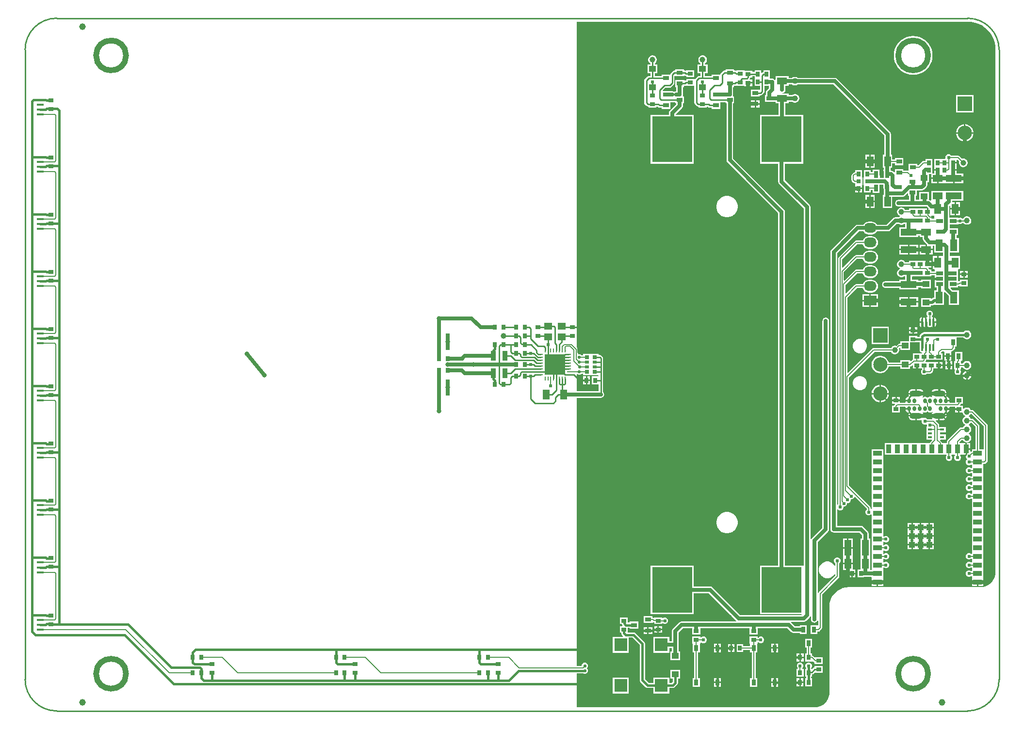
<source format=gbl>
G04*
G04 #@! TF.GenerationSoftware,Altium Limited,Altium Designer,22.2.1 (43)*
G04*
G04 Layer_Physical_Order=2*
G04 Layer_Color=16711680*
%FSLAX25Y25*%
%MOIN*%
G70*
G04*
G04 #@! TF.SameCoordinates,848C5CEF-A0A5-40A2-882F-BA2EA4B76D18*
G04*
G04*
G04 #@! TF.FilePolarity,Positive*
G04*
G01*
G75*
%ADD10C,0.01000*%
%ADD21C,0.02500*%
%ADD22C,0.02559*%
%ADD23C,0.00600*%
%ADD25C,0.02000*%
%ADD26C,0.00984*%
%ADD27C,0.02756*%
%ADD28C,0.03150*%
%ADD29C,0.04535*%
%ADD30C,0.09843*%
%ADD31R,0.09843X0.09843*%
%ADD32R,0.09843X0.09843*%
%ADD33C,0.02165*%
%ADD34O,0.02559X0.03347*%
%ADD35O,0.08661X0.04134*%
%ADD36O,0.08661X0.06693*%
%ADD37R,0.08661X0.06693*%
%ADD38C,0.02441*%
%ADD39C,0.04016*%
%ADD40C,0.03937*%
%ADD41R,0.03500X0.02500*%
%ADD42R,0.02953X0.03543*%
%ADD43R,0.02500X0.03500*%
%ADD44R,0.14173X0.14173*%
%ADD45O,0.02953X0.00984*%
%ADD46O,0.00984X0.02953*%
%ADD47R,0.02756X0.04724*%
%ADD48R,0.04500X0.07000*%
%ADD49R,0.03150X0.03150*%
%ADD50R,0.03937X0.02756*%
%ADD51R,0.04724X0.03937*%
%ADD52R,0.05118X0.01654*%
%ADD53R,0.07000X0.04500*%
%ADD54R,0.04921X0.07874*%
%ADD55R,0.11000X0.04500*%
%ADD56R,0.04724X0.02756*%
%ADD57O,0.01575X0.04961*%
%ADD58R,0.03500X0.06500*%
%ADD59R,0.02756X0.03937*%
%ADD60R,0.03150X0.01772*%
%ADD61R,0.04500X0.11000*%
%ADD62R,0.09055X0.09055*%
%ADD63R,0.05512X0.04724*%
%ADD64R,0.03150X0.02559*%
%ADD65R,0.03150X0.01968*%
%ADD66R,0.27559X0.31496*%
%ADD67R,0.04331X0.04331*%
%ADD68R,0.05906X0.03543*%
%ADD69R,0.03543X0.05906*%
%ADD70C,0.00984*%
%ADD71C,0.01500*%
G36*
X48831Y-7271D02*
X53980D01*
Y-7272D01*
X54343D01*
Y-7271D01*
X59165D01*
X59332Y-7549D01*
X59081Y-8049D01*
X54912D01*
Y-13549D01*
X59412D01*
X59502Y-14012D01*
Y-18206D01*
X44291D01*
Y-6605D01*
X44791Y-6398D01*
X45080Y-6687D01*
X45846Y-7004D01*
X46674D01*
X47440Y-6687D01*
X47880Y-6247D01*
X48831D01*
Y-7271D01*
D02*
G37*
G36*
X312992Y235777D02*
Y235777D01*
X313487Y235764D01*
X315506Y235631D01*
X317977Y235140D01*
X320363Y234330D01*
X322622Y233215D01*
X324717Y231816D01*
X326611Y230155D01*
X328273Y228260D01*
X329672Y226166D01*
X330786Y223906D01*
X331596Y221520D01*
X332088Y219049D01*
X332220Y217030D01*
X332234Y216535D01*
X332234Y216535D01*
X332234Y216038D01*
X332234Y0D01*
X332234Y-142717D01*
X332241Y-142751D01*
X332116Y-144342D01*
X331735Y-145928D01*
X331111Y-147435D01*
X330259Y-148825D01*
X329199Y-150066D01*
X327959Y-151125D01*
X326569Y-151977D01*
X325062Y-152601D01*
X323476Y-152982D01*
X321884Y-153107D01*
X321850Y-153100D01*
X231299Y-153100D01*
Y-153087D01*
X229226Y-153250D01*
X227204Y-153735D01*
X225283Y-154531D01*
X223510Y-155618D01*
X221929Y-156968D01*
X220578Y-158549D01*
X219492Y-160322D01*
X218696Y-162243D01*
X218211Y-164266D01*
X218047Y-166339D01*
X218047D01*
X218061Y-166839D01*
X218061Y-225394D01*
X218068Y-225428D01*
X217942Y-227020D01*
X217562Y-228605D01*
X216937Y-230112D01*
X216085Y-231503D01*
X215026Y-232743D01*
X213786Y-233802D01*
X212396Y-234654D01*
X210889Y-235278D01*
X209303Y-235659D01*
X208165Y-235748D01*
X207677Y-235777D01*
X207177Y-235777D01*
X44291Y-235777D01*
Y-212284D01*
X48865D01*
X49586Y-212583D01*
X50414D01*
X51180Y-212266D01*
X51766Y-211680D01*
X52083Y-210914D01*
Y-210086D01*
X51766Y-209320D01*
X51268Y-208823D01*
X51766Y-208325D01*
X52083Y-207560D01*
Y-206731D01*
X51766Y-205966D01*
X51180Y-205380D01*
X50414Y-205063D01*
X49586D01*
X48820Y-205380D01*
X48234Y-205966D01*
X47917Y-206731D01*
Y-207174D01*
X44291D01*
Y-22794D01*
X61000D01*
X61370Y-22720D01*
X61442D01*
X61508Y-22693D01*
X61878Y-22619D01*
X62192Y-22410D01*
X62258Y-22382D01*
X62308Y-22332D01*
X62622Y-22122D01*
X62832Y-21808D01*
X62882Y-21758D01*
X62910Y-21692D01*
X63119Y-21378D01*
X63193Y-21008D01*
X63221Y-20942D01*
Y-20870D01*
X63294Y-20500D01*
X63221Y-20130D01*
Y-20058D01*
X63193Y-19992D01*
X63119Y-19622D01*
X62910Y-19308D01*
X62882Y-19242D01*
X62832Y-19192D01*
X62622Y-18878D01*
X62545Y-18826D01*
Y-11024D01*
Y-1575D01*
Y1575D01*
Y4331D01*
X62429Y4913D01*
X62099Y5407D01*
X61383Y6123D01*
X60889Y6453D01*
X60307Y6568D01*
X59492D01*
Y7327D01*
X54343D01*
Y7327D01*
X53980D01*
Y7327D01*
X48831D01*
Y6373D01*
X47880D01*
X47440Y6813D01*
X46674Y7130D01*
X45846D01*
X45741Y7087D01*
X45325Y7364D01*
Y10500D01*
X45225Y11007D01*
X44937Y11437D01*
X44291Y12083D01*
Y235777D01*
X312992Y235777D01*
X312992Y235777D01*
D02*
G37*
%LPC*%
G36*
X53412Y-8049D02*
X51661D01*
Y-10299D01*
X53412D01*
Y-8049D01*
D02*
G37*
G36*
X50661D02*
X48911D01*
Y-10299D01*
X50661D01*
Y-8049D01*
D02*
G37*
G36*
X53412Y-11299D02*
X51661D01*
Y-13549D01*
X53412D01*
Y-11299D01*
D02*
G37*
G36*
X50661D02*
X48911D01*
Y-13549D01*
X50661D01*
Y-11299D01*
D02*
G37*
G36*
X275590Y225923D02*
X273506Y225759D01*
X271473Y225271D01*
X269541Y224471D01*
X267759Y223378D01*
X266169Y222020D01*
X264811Y220430D01*
X263718Y218648D01*
X262918Y216716D01*
X262430Y214683D01*
X262266Y212598D01*
X262430Y210514D01*
X262918Y208481D01*
X263718Y206549D01*
X264811Y204767D01*
X266169Y203177D01*
X267759Y201819D01*
X269541Y200726D01*
X271473Y199926D01*
X273506Y199438D01*
X275590Y199274D01*
X277675Y199438D01*
X279708Y199926D01*
X281640Y200726D01*
X283422Y201819D01*
X285012Y203177D01*
X286370Y204767D01*
X287463Y206549D01*
X288263Y208481D01*
X288751Y210514D01*
X288915Y212598D01*
X288751Y214683D01*
X288263Y216716D01*
X287463Y218648D01*
X286370Y220430D01*
X285012Y222020D01*
X283422Y223378D01*
X281640Y224471D01*
X279708Y225271D01*
X277675Y225759D01*
X275590Y225923D01*
D02*
G37*
G36*
X131296Y212614D02*
X130515D01*
X129760Y212412D01*
X129083Y212021D01*
X128530Y211468D01*
X128139Y210791D01*
X127937Y210036D01*
Y209255D01*
X128139Y208500D01*
X128530Y207823D01*
X129083Y207270D01*
X129384Y207096D01*
Y206315D01*
X127543D01*
Y200378D01*
X129384D01*
Y198490D01*
X128433D01*
X127851Y198374D01*
X127357Y198044D01*
X125664Y196351D01*
X125656Y196339D01*
X125207Y196219D01*
X124974Y196218D01*
X119707D01*
Y195490D01*
X119362D01*
X118780Y195374D01*
X118650Y195287D01*
X118150Y195554D01*
Y195606D01*
X112213D01*
Y190850D01*
X112857D01*
Y188033D01*
X112610D01*
X111721Y187856D01*
X111325Y187591D01*
X110929Y187856D01*
X110039Y188033D01*
X108701D01*
Y188087D01*
X103687D01*
X103495Y188549D01*
X105355Y190408D01*
X108268D01*
X108850Y190524D01*
X109344Y190853D01*
X111115Y192625D01*
X111445Y193119D01*
X111561Y193701D01*
X111561Y193701D01*
Y198256D01*
X111713Y198359D01*
X112213Y198331D01*
Y198331D01*
X118150D01*
Y198502D01*
X118650Y198755D01*
X118938Y198563D01*
X119520Y198447D01*
X119707D01*
Y197718D01*
X125207D01*
Y202218D01*
X119707D01*
X119707Y202219D01*
X119207Y202145D01*
X118780Y202230D01*
X118150D01*
Y203087D01*
X112213D01*
Y202230D01*
X111536D01*
X111535Y202230D01*
X110953Y202114D01*
X110460Y201784D01*
X108964Y200288D01*
X108634Y199795D01*
X108545Y199346D01*
X102764D01*
Y198490D01*
X98010D01*
Y200378D01*
X99850D01*
Y206315D01*
X97978D01*
Y207096D01*
X98279Y207270D01*
X98832Y207823D01*
X99223Y208500D01*
X99425Y209255D01*
Y210036D01*
X99223Y210791D01*
X98832Y211468D01*
X98279Y212021D01*
X97602Y212412D01*
X96847Y212614D01*
X96066D01*
X95311Y212412D01*
X94634Y212021D01*
X94081Y211468D01*
X93691Y210791D01*
X93488Y210036D01*
Y209255D01*
X93691Y208500D01*
X94081Y207823D01*
X94634Y207270D01*
X94935Y207096D01*
Y206315D01*
X93126D01*
Y200378D01*
X94967D01*
Y198490D01*
X94016D01*
X93433Y198374D01*
X92940Y198044D01*
X91247Y196351D01*
X90917Y195858D01*
X90802Y195276D01*
Y179921D01*
X90917Y179339D01*
X91247Y178846D01*
X92200Y177893D01*
X92693Y177563D01*
X93276Y177447D01*
X93738D01*
Y176718D01*
X99238D01*
Y177447D01*
X99929D01*
X100224Y177153D01*
X100717Y176823D01*
X101299Y176707D01*
X102764D01*
Y175850D01*
X108701D01*
Y180447D01*
X112213D01*
Y179591D01*
X112781D01*
X112812Y179091D01*
X108396Y174675D01*
X107892Y173921D01*
X107715Y173031D01*
Y171669D01*
X95260D01*
Y138173D01*
X124819D01*
Y171669D01*
X112606D01*
X112464Y172169D01*
X116801Y176506D01*
X117305Y177260D01*
X117482Y178150D01*
Y179591D01*
X118150D01*
Y184346D01*
X117587D01*
X117331Y184759D01*
X117334Y184846D01*
X117505Y185709D01*
Y190850D01*
X118150D01*
Y191707D01*
X118622D01*
X119204Y191823D01*
X119207Y191824D01*
X119707Y191718D01*
Y191718D01*
X119707Y191718D01*
X125207Y191718D01*
X125219Y191224D01*
Y179921D01*
X125335Y179339D01*
X125664Y178846D01*
X126617Y177893D01*
X127111Y177563D01*
X127693Y177447D01*
X128156D01*
Y176718D01*
X133656D01*
Y177447D01*
X134378D01*
X134672Y177153D01*
X135166Y176823D01*
X135748Y176707D01*
X137181D01*
Y175850D01*
X143118D01*
Y180447D01*
X146630D01*
Y179591D01*
X147274D01*
Y140756D01*
X147451Y139866D01*
X147955Y139112D01*
X182912Y104155D01*
Y-138173D01*
X170457D01*
Y-171669D01*
X198742D01*
X199010Y-172169D01*
X199005Y-172176D01*
X156762D01*
X137864Y-153278D01*
X137110Y-152774D01*
X136221Y-152597D01*
X124819D01*
Y-138173D01*
X95260D01*
Y-171669D01*
X124819D01*
Y-157246D01*
X135258D01*
X154156Y-176144D01*
X154249Y-176206D01*
X154098Y-176706D01*
X116500D01*
X115622Y-176881D01*
X114878Y-177378D01*
X110583Y-181673D01*
X110085Y-182417D01*
X109911Y-183295D01*
Y-190422D01*
X108087D01*
Y-187189D01*
X97031D01*
Y-198244D01*
X108087D01*
Y-195011D01*
X109911D01*
Y-197346D01*
X108843D01*
Y-203284D01*
X115567D01*
Y-197346D01*
X114499D01*
Y-192717D01*
Y-184246D01*
X117450Y-181294D01*
X123825D01*
Y-185585D01*
X126353D01*
X126575Y-185629D01*
X126796Y-185585D01*
X129325D01*
Y-181294D01*
X161845D01*
X161969Y-181269D01*
X162094Y-181294D01*
X163195D01*
Y-185585D01*
X165723D01*
X165945Y-185629D01*
X166166Y-185585D01*
X168695D01*
Y-181294D01*
X189144D01*
X191756Y-183906D01*
X192500Y-184403D01*
X193378Y-184578D01*
X197622D01*
Y-185252D01*
X202378D01*
Y-179315D01*
X197622D01*
Y-179989D01*
X194328D01*
X191717Y-177378D01*
X191636Y-177324D01*
X191788Y-176824D01*
X200500D01*
X201389Y-176647D01*
X202144Y-176144D01*
X204399Y-173888D01*
X204883Y-173164D01*
X204920Y-173158D01*
X205383Y-173416D01*
Y-175197D01*
X205457Y-175567D01*
Y-175638D01*
X205484Y-175705D01*
X205558Y-176075D01*
X205767Y-176389D01*
X205795Y-176455D01*
X205845Y-176505D01*
X206055Y-176819D01*
X206369Y-177029D01*
X206419Y-177079D01*
X206486Y-177107D01*
X206799Y-177316D01*
X207169Y-177390D01*
X207236Y-177417D01*
X207307D01*
X207677Y-177491D01*
X208047Y-177417D01*
X208119D01*
X208185Y-177390D01*
X208555Y-177316D01*
X208869Y-177107D01*
X208935Y-177079D01*
X208986Y-177029D01*
X209299Y-176819D01*
X209509Y-176505D01*
X209560Y-176455D01*
X209587Y-176389D01*
X209797Y-176075D01*
X210289Y-176164D01*
Y-179147D01*
X209858Y-179315D01*
Y-179315D01*
X205102D01*
Y-185252D01*
X209858D01*
Y-183609D01*
X210433D01*
X210940Y-183508D01*
X211370Y-183221D01*
X212551Y-182040D01*
X212839Y-181610D01*
X212940Y-181102D01*
Y-158029D01*
X224362Y-146607D01*
X224650Y-146177D01*
X224751Y-145669D01*
Y-136657D01*
X225308Y-136100D01*
X225646Y-135284D01*
Y-134401D01*
X225308Y-133585D01*
X224683Y-132960D01*
X223867Y-132622D01*
X222984D01*
X222167Y-132960D01*
X221543Y-133585D01*
X221205Y-134401D01*
Y-135284D01*
X221543Y-136100D01*
X222100Y-136657D01*
Y-138330D01*
X221600Y-138464D01*
X221116Y-137627D01*
X220050Y-136561D01*
X218745Y-135807D01*
X217289Y-135417D01*
X215782D01*
X214326Y-135807D01*
X213021Y-136561D01*
X211955Y-137627D01*
X211201Y-138932D01*
X210811Y-140388D01*
Y-141895D01*
X211201Y-143351D01*
X211955Y-144657D01*
X213021Y-145722D01*
X214326Y-146476D01*
X215782Y-146866D01*
X217289D01*
X218745Y-146476D01*
X220050Y-145722D01*
X221116Y-144657D01*
X221600Y-143819D01*
X222100Y-143953D01*
Y-145120D01*
X210677Y-156543D01*
X210471Y-156851D01*
X209971Y-156708D01*
Y-122013D01*
X217122Y-114862D01*
X217619Y-114118D01*
X217794Y-113240D01*
Y30000D01*
X217721Y30370D01*
Y30442D01*
X217693Y30508D01*
X217619Y30878D01*
X217410Y31192D01*
X217382Y31258D01*
X217332Y31308D01*
X217122Y31622D01*
X216808Y31832D01*
X216758Y31882D01*
X216692Y31910D01*
X216378Y32120D01*
X216008Y32193D01*
X215942Y32221D01*
X215870D01*
X215500Y32294D01*
X215130Y32221D01*
X215058D01*
X214992Y32193D01*
X214622Y32120D01*
X214308Y31910D01*
X214242Y31882D01*
X214192Y31832D01*
X213878Y31622D01*
X213668Y31308D01*
X213618Y31258D01*
X213590Y31192D01*
X213381Y30878D01*
X213307Y30508D01*
X213280Y30442D01*
Y30370D01*
X213206Y30000D01*
Y-112290D01*
X206055Y-119441D01*
X205580Y-120152D01*
X205544Y-120157D01*
X205080Y-119861D01*
Y108268D01*
X204903Y109157D01*
X204399Y109911D01*
X187560Y126750D01*
Y138173D01*
X200016D01*
Y171669D01*
X187812D01*
Y179726D01*
X189988D01*
Y180747D01*
X192473D01*
X192524Y180695D01*
X193201Y180305D01*
X193956Y180102D01*
X194737D01*
X195492Y180305D01*
X196169Y180695D01*
X196722Y181248D01*
X197113Y181925D01*
X197315Y182680D01*
Y183462D01*
X197113Y184217D01*
X196722Y184894D01*
X196169Y185446D01*
X195492Y185837D01*
X194737Y186039D01*
X193956D01*
X193201Y185837D01*
X192524Y185446D01*
X192473Y185395D01*
X189988D01*
Y186226D01*
X185910D01*
X185861Y186726D01*
X186378Y186829D01*
X187132Y187333D01*
X187636Y188087D01*
X187812Y188976D01*
Y191726D01*
X189988D01*
Y192558D01*
X192473D01*
X192524Y192507D01*
X193201Y192116D01*
X193956Y191913D01*
X194737D01*
X195492Y192116D01*
X196169Y192507D01*
X196220Y192558D01*
X220655D01*
X255644Y157569D01*
Y144264D01*
X254718D01*
Y135264D01*
X255383D01*
Y134071D01*
X254437D01*
Y130709D01*
X253437D01*
Y134071D01*
X247819D01*
Y132231D01*
X246392D01*
Y133656D01*
X241892D01*
Y128559D01*
X241520D01*
Y123409D01*
X241892D01*
Y118313D01*
X246392D01*
Y119934D01*
X247819D01*
Y117898D01*
X252575D01*
Y123690D01*
X255255D01*
Y121388D01*
X255299Y121166D01*
Y117898D01*
X255383D01*
Y116705D01*
X254718D01*
Y107705D01*
X261219D01*
Y115506D01*
X268400D01*
X269278Y115681D01*
X270022Y116178D01*
X271766Y117922D01*
X272228Y117731D01*
Y115929D01*
X272903D01*
Y113294D01*
X265500D01*
X265130Y113220D01*
X265058D01*
X264992Y113193D01*
X264622Y113119D01*
X264308Y112910D01*
X264242Y112882D01*
X264192Y112832D01*
X263878Y112622D01*
X263668Y112308D01*
X263618Y112258D01*
X263590Y112192D01*
X263381Y111878D01*
X263307Y111508D01*
X263280Y111442D01*
Y111370D01*
X263206Y111000D01*
X263280Y110630D01*
Y110558D01*
X263307Y110492D01*
X263381Y110122D01*
X263590Y109808D01*
X263618Y109742D01*
X263668Y109692D01*
X263878Y109378D01*
X264192Y109168D01*
X264242Y109117D01*
X264308Y109090D01*
X264622Y108880D01*
X264992Y108807D01*
X265058Y108780D01*
X265130D01*
X265500Y108706D01*
X285050D01*
X285997Y107759D01*
X285972Y107701D01*
Y105047D01*
X284972D01*
Y107297D01*
X283223D01*
Y107297D01*
X277723D01*
Y107297D01*
X272722D01*
Y106373D01*
X270161D01*
X269874Y106870D01*
X269321Y107423D01*
X268644Y107814D01*
X267889Y108016D01*
X267108D01*
X266353Y107814D01*
X265676Y107423D01*
X265123Y106870D01*
X264732Y106193D01*
X264530Y105438D01*
Y104656D01*
X264732Y103902D01*
X265123Y103225D01*
X265676Y102672D01*
X266350Y102283D01*
X266353Y102272D01*
X266354Y101779D01*
X266350Y101764D01*
X265677Y101375D01*
X265596Y101294D01*
X263370D01*
X262492Y101119D01*
X261748Y100622D01*
X257317Y96192D01*
X250765D01*
X250147Y96998D01*
X249239Y97694D01*
X248182Y98132D01*
X247047Y98282D01*
X245079D01*
X243944Y98132D01*
X242887Y97694D01*
X241979Y96998D01*
X241360Y96192D01*
X237398D01*
X236520Y96017D01*
X235775Y95520D01*
X219378Y79122D01*
X218881Y78378D01*
X218706Y77500D01*
Y-20500D01*
Y-113189D01*
X218779Y-113559D01*
Y-113631D01*
X218807Y-113697D01*
X218881Y-114067D01*
X219090Y-114381D01*
X219118Y-114447D01*
X219168Y-114497D01*
X219378Y-114811D01*
X219692Y-115021D01*
X219742Y-115071D01*
X219808Y-115099D01*
X220122Y-115308D01*
X220492Y-115382D01*
X220558Y-115409D01*
X220630D01*
X221000Y-115483D01*
X238723D01*
X240426Y-117186D01*
Y-119484D01*
X239471D01*
Y-132484D01*
Y-140951D01*
X237423D01*
Y-143479D01*
X237379Y-143701D01*
Y-143701D01*
X237423Y-143922D01*
Y-146451D01*
X241923D01*
Y-145995D01*
X246678D01*
X247031Y-146348D01*
X247031Y-146835D01*
X247031Y-146972D01*
Y-149106D01*
X254937D01*
Y-146972D01*
X254937Y-146835D01*
Y-146472D01*
X254937Y-146335D01*
Y-141067D01*
X254937Y-140929D01*
Y-140567D01*
X254937Y-140429D01*
Y-139690D01*
X255437Y-139483D01*
X255632Y-139678D01*
X256448Y-140016D01*
X257331D01*
X258148Y-139678D01*
X258772Y-139053D01*
X259110Y-138237D01*
Y-137354D01*
X258772Y-136538D01*
X258148Y-135913D01*
X257331Y-135575D01*
X256448D01*
X255632Y-135913D01*
X255437Y-136108D01*
X254937Y-135901D01*
Y-135161D01*
X254937Y-135024D01*
Y-134661D01*
X254937Y-134524D01*
Y-133784D01*
X255437Y-133577D01*
X255632Y-133772D01*
X256448Y-134110D01*
X257331D01*
X258148Y-133772D01*
X258772Y-133148D01*
X259110Y-132331D01*
Y-131448D01*
X258772Y-130632D01*
X258148Y-130007D01*
X257331Y-129669D01*
X256448D01*
X255632Y-130007D01*
X255437Y-130202D01*
X254937Y-129995D01*
Y-129256D01*
X254937Y-129118D01*
Y-128756D01*
X254937Y-128618D01*
Y-127879D01*
X255437Y-127672D01*
X255632Y-127867D01*
X256448Y-128205D01*
X257331D01*
X258148Y-127867D01*
X258772Y-127242D01*
X259110Y-126426D01*
Y-125542D01*
X258772Y-124726D01*
X258148Y-124102D01*
X257331Y-123764D01*
X256448D01*
X255632Y-124102D01*
X255437Y-124297D01*
X254937Y-124090D01*
Y-123350D01*
X254937Y-123213D01*
Y-122850D01*
X254937Y-122713D01*
Y-121973D01*
X255437Y-121766D01*
X255632Y-121961D01*
X256448Y-122299D01*
X257331D01*
X258148Y-121961D01*
X258772Y-121337D01*
X259110Y-120520D01*
Y-119637D01*
X258772Y-118821D01*
X258148Y-118196D01*
X257331Y-117858D01*
X256448D01*
X255632Y-118196D01*
X255437Y-118391D01*
X254937Y-118184D01*
Y-117445D01*
X254937Y-117307D01*
Y-116945D01*
X254937Y-116807D01*
Y-111539D01*
X254937Y-111401D01*
Y-111039D01*
X254937Y-110901D01*
Y-105634D01*
X254937Y-105496D01*
Y-105134D01*
X254937Y-104996D01*
Y-99728D01*
X254937Y-99590D01*
Y-99228D01*
X254937Y-99090D01*
Y-93823D01*
X254937Y-93685D01*
Y-93323D01*
X254937Y-93185D01*
Y-87917D01*
X254937Y-87779D01*
Y-87417D01*
X254937Y-87279D01*
Y-82012D01*
X254937Y-81874D01*
Y-81512D01*
X254937Y-81374D01*
Y-76106D01*
X254937Y-75968D01*
Y-75606D01*
X254937Y-75468D01*
Y-70201D01*
X254937Y-70063D01*
Y-69701D01*
X254937Y-69563D01*
Y-64295D01*
X254937Y-64157D01*
Y-63795D01*
X254937Y-63657D01*
Y-58252D01*
X247031D01*
Y-63657D01*
X247031Y-63795D01*
Y-64157D01*
X247031Y-64295D01*
Y-69563D01*
X247031Y-69701D01*
Y-70063D01*
X247031Y-70201D01*
Y-75468D01*
X247031Y-75606D01*
Y-75968D01*
X247031Y-76106D01*
Y-81374D01*
X247031Y-81512D01*
Y-81874D01*
X247031Y-82012D01*
Y-87279D01*
X247031Y-87417D01*
Y-87779D01*
X247031Y-87917D01*
Y-93185D01*
X247031Y-93323D01*
Y-93685D01*
X247031Y-93823D01*
Y-99090D01*
X247031Y-99348D01*
X246531Y-99598D01*
X246325Y-99444D01*
Y-98500D01*
X246225Y-97993D01*
X245937Y-97563D01*
X231525Y-83151D01*
Y-8849D01*
X249049Y8675D01*
X260340D01*
X260614Y8201D01*
X261166Y7648D01*
X261843Y7257D01*
X262598Y7055D01*
X263380D01*
X264135Y7257D01*
X264812Y7648D01*
X265365Y8201D01*
X265755Y8878D01*
X265958Y9633D01*
Y10414D01*
X265809Y10969D01*
X266311Y11471D01*
X266811Y11306D01*
Y9945D01*
X273535D01*
Y15222D01*
X278341D01*
Y15539D01*
X280058D01*
Y13759D01*
X280020Y13567D01*
Y10181D01*
X280159Y9484D01*
X280554Y8892D01*
X281145Y8497D01*
X281411Y8445D01*
X281677Y7882D01*
X281625Y7785D01*
X280923D01*
Y7785D01*
X275423D01*
Y3678D01*
X275063Y3437D01*
X273997Y2372D01*
X273535Y2563D01*
Y3126D01*
X266811D01*
Y1326D01*
X258726D01*
X258646Y1727D01*
X258200Y2805D01*
X257552Y3775D01*
X256727Y4599D01*
X255757Y5247D01*
X254680Y5694D01*
X253536Y5921D01*
X252370D01*
X251226Y5694D01*
X250148Y5247D01*
X249178Y4599D01*
X248353Y3775D01*
X247705Y2805D01*
X247259Y1727D01*
X247031Y583D01*
Y-583D01*
X247259Y-1727D01*
X247705Y-2805D01*
X248353Y-3775D01*
X249178Y-4599D01*
X250148Y-5247D01*
X251226Y-5694D01*
X252370Y-5921D01*
X253536D01*
X254680Y-5694D01*
X255757Y-5247D01*
X256727Y-4599D01*
X257552Y-3775D01*
X258200Y-2805D01*
X258646Y-1727D01*
X258726Y-1326D01*
X266811D01*
Y-2811D01*
X273535D01*
Y-1318D01*
X274007Y-1225D01*
X274437Y-937D01*
X274961Y-413D01*
X275423Y-605D01*
Y-2715D01*
X277673D01*
Y-465D01*
X278673D01*
Y-2715D01*
X280423D01*
Y-2715D01*
X281600D01*
X281745Y-3215D01*
X281291Y-3669D01*
X280953Y-4485D01*
Y-5368D01*
X281291Y-6185D01*
X281915Y-6809D01*
X282732Y-7147D01*
X283615D01*
X284431Y-6809D01*
X284915Y-6325D01*
X287000D01*
X287507Y-6225D01*
X287937Y-5937D01*
X288937Y-4937D01*
X289225Y-4507D01*
X289325Y-4000D01*
Y-2715D01*
X290923D01*
Y-2715D01*
X292673D01*
Y-465D01*
Y1785D01*
X290423D01*
Y1785D01*
X284297D01*
X284224Y1963D01*
X284143Y2285D01*
X284398Y2666D01*
X284499Y3173D01*
Y3285D01*
X290923D01*
Y3286D01*
X295923D01*
Y7785D01*
X294867D01*
X294660Y8286D01*
X295549Y9174D01*
X296802D01*
X297055Y8779D01*
X297055Y8675D01*
Y6311D01*
X299433D01*
X301811D01*
X301811Y8741D01*
X301880Y8899D01*
X302044Y9183D01*
X302507Y9275D01*
X302937Y9563D01*
X304110Y10736D01*
X304398Y11166D01*
X304499Y11673D01*
Y12291D01*
X305551D01*
Y18228D01*
X305551D01*
X305582Y18716D01*
X310102D01*
X310125Y18677D01*
X310677Y18124D01*
X311354Y17734D01*
X312109Y17531D01*
X312891D01*
X313646Y17734D01*
X314323Y18124D01*
X314875Y18677D01*
X315266Y19354D01*
X315469Y20109D01*
Y20891D01*
X315266Y21646D01*
X314875Y22323D01*
X314323Y22875D01*
X313646Y23266D01*
X312891Y23468D01*
X312109D01*
X311354Y23266D01*
X310677Y22875D01*
X310125Y22323D01*
X310103Y22284D01*
X283000D01*
X282317Y22149D01*
X281738Y21762D01*
X281738Y21762D01*
X280581Y20604D01*
X280194Y20025D01*
X280058Y19342D01*
Y19107D01*
X278341D01*
Y19722D01*
X272840D01*
Y15882D01*
X266811D01*
Y14239D01*
X265879D01*
X265372Y14138D01*
X264942Y13851D01*
X263935Y12844D01*
X263380Y12992D01*
X262598D01*
X261843Y12790D01*
X261166Y12399D01*
X260614Y11846D01*
X260313Y11326D01*
X248500D01*
X247993Y11225D01*
X247563Y10937D01*
X230787Y-5838D01*
X230326Y-5647D01*
Y45951D01*
X236947Y52572D01*
X240923D01*
X241282Y51706D01*
X241979Y50798D01*
X242887Y50101D01*
X243944Y49663D01*
X245079Y49514D01*
X247047D01*
X248182Y49663D01*
X249239Y50101D01*
X250147Y50798D01*
X250844Y51706D01*
X251282Y52763D01*
X251431Y53898D01*
X251282Y55032D01*
X250844Y56090D01*
X250147Y56998D01*
X249239Y57694D01*
X248182Y58132D01*
X247047Y58282D01*
X245079D01*
X243944Y58132D01*
X242887Y57694D01*
X241979Y56998D01*
X241282Y56090D01*
X240923Y55223D01*
X236398D01*
X235890Y55122D01*
X235460Y54835D01*
X229587Y48962D01*
X229125Y49153D01*
Y54751D01*
X236947Y62572D01*
X240923D01*
X241282Y61706D01*
X241979Y60798D01*
X242887Y60101D01*
X243944Y59663D01*
X245079Y59514D01*
X247047D01*
X248182Y59663D01*
X249239Y60101D01*
X250147Y60798D01*
X250844Y61706D01*
X251282Y62763D01*
X251431Y63898D01*
X251282Y65032D01*
X250844Y66090D01*
X250147Y66998D01*
X249239Y67694D01*
X248182Y68132D01*
X247047Y68282D01*
X245079D01*
X243944Y68132D01*
X242887Y67694D01*
X241979Y66998D01*
X241282Y66090D01*
X240923Y65223D01*
X236398D01*
X235890Y65122D01*
X235460Y64835D01*
X228387Y57762D01*
X227925Y57953D01*
Y63551D01*
X236947Y72572D01*
X240923D01*
X241282Y71706D01*
X241979Y70798D01*
X242887Y70101D01*
X243944Y69663D01*
X245079Y69514D01*
X247047D01*
X248182Y69663D01*
X249239Y70101D01*
X250147Y70798D01*
X250844Y71706D01*
X251282Y72763D01*
X251431Y73898D01*
X251282Y75032D01*
X250844Y76090D01*
X250147Y76998D01*
X249239Y77694D01*
X248182Y78132D01*
X247047Y78282D01*
X245079D01*
X243944Y78132D01*
X242887Y77694D01*
X241979Y76998D01*
X241282Y76090D01*
X240923Y75223D01*
X236398D01*
X235890Y75122D01*
X235460Y74835D01*
X227167Y66541D01*
X226705Y66733D01*
Y72330D01*
X236947Y82572D01*
X240923D01*
X241282Y81706D01*
X241979Y80798D01*
X242887Y80101D01*
X243944Y79663D01*
X245079Y79514D01*
X247047D01*
X248182Y79663D01*
X249239Y80101D01*
X250147Y80798D01*
X250844Y81706D01*
X251282Y82763D01*
X251431Y83898D01*
X251282Y85032D01*
X250844Y86090D01*
X250147Y86998D01*
X249239Y87694D01*
X248182Y88132D01*
X247047Y88282D01*
X245079D01*
X243944Y88132D01*
X242887Y87694D01*
X241979Y86998D01*
X241282Y86090D01*
X240923Y85223D01*
X236398D01*
X235890Y85122D01*
X235460Y84835D01*
X224442Y73817D01*
X224155Y73387D01*
X224054Y72879D01*
Y-96172D01*
X223784Y-96383D01*
X223294Y-96163D01*
Y-20500D01*
Y76550D01*
X238348Y91604D01*
X241360D01*
X241979Y90798D01*
X242887Y90101D01*
X243944Y89663D01*
X245079Y89514D01*
X247047D01*
X248182Y89663D01*
X249239Y90101D01*
X250147Y90798D01*
X250765Y91604D01*
X258268D01*
X259146Y91778D01*
X259890Y92276D01*
X264320Y96706D01*
X265596D01*
X265677Y96625D01*
X266354Y96234D01*
X267109Y96032D01*
X267891D01*
X268646Y96234D01*
X269323Y96625D01*
X269451Y96753D01*
X270178D01*
Y94297D01*
X265972D01*
Y87797D01*
X278972D01*
Y88753D01*
X279972D01*
Y87797D01*
X282155D01*
Y86614D01*
X282329Y85736D01*
X282827Y84992D01*
X285021Y82797D01*
X284972Y82679D01*
Y79547D01*
X288972D01*
Y81869D01*
X289992D01*
Y77110D01*
X296206D01*
Y74587D01*
X295722Y74547D01*
X295706Y74547D01*
X292972D01*
Y70047D01*
X292472D01*
Y69547D01*
X289222D01*
Y65547D01*
X290101D01*
X290386Y65165D01*
X290386Y65047D01*
Y64113D01*
X288222D01*
Y65297D01*
X286744D01*
X286697Y65535D01*
X286410Y65965D01*
X286039Y66335D01*
X286231Y66797D01*
X288222D01*
Y68547D01*
X285472D01*
Y69047D01*
X284972D01*
Y71297D01*
X283223D01*
Y71297D01*
X277723D01*
Y71297D01*
X272722D01*
Y70373D01*
X270135D01*
X269875Y70823D01*
X269323Y71376D01*
X268646Y71766D01*
X267891Y71969D01*
X267109D01*
X266354Y71766D01*
X265677Y71376D01*
X265125Y70823D01*
X264734Y70146D01*
X264531Y69391D01*
Y68609D01*
X264734Y67854D01*
X265125Y67177D01*
X265677Y66625D01*
X266295Y66268D01*
X266329Y66000D01*
X266295Y65732D01*
X265677Y65376D01*
X265125Y64823D01*
X264734Y64146D01*
X264531Y63391D01*
Y62609D01*
X264734Y61854D01*
X265125Y61177D01*
X265677Y60625D01*
X266354Y60234D01*
X267109Y60032D01*
X267891D01*
X268646Y60234D01*
X269323Y60625D01*
X269451Y60753D01*
X270178D01*
Y58297D01*
X265972D01*
Y57341D01*
X256500D01*
X256130Y57268D01*
X256058D01*
X255992Y57240D01*
X255622Y57167D01*
X255308Y56957D01*
X255242Y56930D01*
X255192Y56879D01*
X254878Y56669D01*
X254668Y56356D01*
X254618Y56305D01*
X254590Y56239D01*
X254380Y55925D01*
X254307Y55555D01*
X254279Y55489D01*
Y55417D01*
X254206Y55047D01*
X254279Y54677D01*
Y54606D01*
X254307Y54539D01*
X254380Y54169D01*
X254590Y53856D01*
X254618Y53790D01*
X254668Y53739D01*
X254878Y53425D01*
X255192Y53215D01*
X255242Y53165D01*
X255308Y53137D01*
X255622Y52928D01*
X255992Y52854D01*
X256058Y52827D01*
X256130D01*
X256500Y52753D01*
X265972D01*
Y51797D01*
X278972D01*
Y53131D01*
X281110D01*
Y52457D01*
X287835D01*
Y58394D01*
X281110D01*
Y57719D01*
X278972D01*
Y58297D01*
X275694D01*
X275472Y58341D01*
X275251Y58297D01*
X274766D01*
Y60335D01*
X274972Y60753D01*
X279972D01*
X279973Y60753D01*
X280472D01*
X280694Y60797D01*
X282722D01*
Y60797D01*
X288222D01*
Y61462D01*
X290386D01*
Y59547D01*
X293748D01*
Y58547D01*
X290386D01*
Y56669D01*
Y52929D01*
X291709D01*
Y50984D01*
X289992D01*
Y46038D01*
X289220Y45884D01*
X288558Y45442D01*
X288297Y45180D01*
X287835Y45372D01*
Y45638D01*
X281110D01*
Y39701D01*
X287835D01*
Y40630D01*
X288669D01*
X289450Y40785D01*
X289591Y40879D01*
X289992Y41110D01*
Y41110D01*
X289992Y41110D01*
X296913D01*
Y49689D01*
X297375Y49880D01*
X300031Y47224D01*
Y41110D01*
X306953D01*
Y50984D01*
X302760D01*
X301277Y52467D01*
X301468Y52929D01*
X306559D01*
Y53982D01*
X306882D01*
X307222Y54049D01*
X307722Y53797D01*
Y53797D01*
X313222D01*
Y58297D01*
X307722D01*
Y57428D01*
X307677D01*
X307170Y57327D01*
X307059Y57253D01*
X306559Y57520D01*
Y60409D01*
Y65165D01*
X306844Y65547D01*
X307722D01*
Y74547D01*
X301222D01*
Y74547D01*
X300794Y74720D01*
Y77110D01*
X306953D01*
Y86984D01*
X305491D01*
Y88929D01*
X306559D01*
Y92669D01*
Y94547D01*
X303197D01*
Y95547D01*
X306559D01*
Y96333D01*
X306802Y96587D01*
X306975Y96702D01*
X307300Y96567D01*
X308184D01*
X309000Y96905D01*
X309502Y97407D01*
X310016Y97365D01*
X310125Y97177D01*
X310677Y96625D01*
X311354Y96234D01*
X312109Y96032D01*
X312891D01*
X313646Y96234D01*
X314323Y96625D01*
X314875Y97177D01*
X315266Y97854D01*
X315469Y98609D01*
Y99391D01*
X315266Y100146D01*
X314875Y100823D01*
X314323Y101375D01*
X313646Y101766D01*
X312891Y101969D01*
X312109D01*
X311354Y101766D01*
X310677Y101375D01*
X310125Y100823D01*
X309914Y100458D01*
X309298Y100372D01*
X309000Y100670D01*
X308184Y101008D01*
X307300D01*
X306975Y100873D01*
X306559Y101151D01*
Y101165D01*
X300522D01*
Y107283D01*
Y109109D01*
X300722Y109262D01*
X301222Y109015D01*
Y107547D01*
X303972D01*
Y111547D01*
X302754D01*
X302437Y111934D01*
X302491Y112205D01*
Y112797D01*
X309972D01*
Y119297D01*
X287972D01*
Y113257D01*
X287972Y112977D01*
X287877Y112880D01*
X287515Y112694D01*
X286878Y113119D01*
X286362Y113222D01*
Y118591D01*
X279638D01*
Y113294D01*
X277491D01*
Y115929D01*
X278165D01*
Y119706D01*
X281500D01*
X282378Y119880D01*
X283122Y120378D01*
X284622Y121878D01*
X285120Y122622D01*
X285294Y123500D01*
Y125409D01*
X286362D01*
Y131108D01*
X287972D01*
Y128547D01*
X292472D01*
Y128047D01*
X292972D01*
Y124797D01*
X302972D01*
Y128047D01*
X303472D01*
Y128547D01*
X309972D01*
Y131297D01*
X305447D01*
Y133358D01*
X303197D01*
Y134358D01*
X305447D01*
Y136030D01*
Y138280D01*
X303197D01*
Y139280D01*
X305447D01*
Y140791D01*
X305947Y140998D01*
X307220Y139725D01*
X307071Y139170D01*
Y138389D01*
X307273Y137634D01*
X307664Y136957D01*
X308217Y136404D01*
X308894Y136013D01*
X309648Y135811D01*
X310430D01*
X311185Y136013D01*
X311862Y136404D01*
X312415Y136957D01*
X312806Y137634D01*
X313008Y138389D01*
Y139170D01*
X312806Y139925D01*
X312415Y140602D01*
X311862Y141155D01*
X311185Y141546D01*
X310430Y141748D01*
X309648D01*
X309094Y141600D01*
X307256Y143437D01*
X306826Y143725D01*
X306319Y143825D01*
X301815D01*
X301258Y144382D01*
X300442Y144720D01*
X299558D01*
X298742Y144382D01*
X298118Y143758D01*
X297779Y142942D01*
Y142058D01*
X297826Y141945D01*
X297549Y141530D01*
X294947D01*
Y141530D01*
X294620Y141530D01*
Y141530D01*
X290120D01*
Y136030D01*
Y134358D01*
X292370D01*
Y133358D01*
X290120D01*
Y131297D01*
X288620D01*
Y133637D01*
X288664Y133858D01*
Y134000D01*
X288620Y134222D01*
Y136030D01*
Y141530D01*
X284120D01*
Y140105D01*
X282780D01*
X282272Y140004D01*
X281842Y139717D01*
X279278Y137152D01*
X278362D01*
Y138205D01*
X272425D01*
Y133820D01*
X271943Y133406D01*
X271913Y133412D01*
X268913D01*
Y134465D01*
X262976D01*
Y132408D01*
X262514Y132217D01*
X262122Y132609D01*
X261378Y133107D01*
X260500Y133281D01*
X260055D01*
Y134071D01*
X259971D01*
Y135264D01*
X261219D01*
Y138242D01*
X262976D01*
Y137189D01*
X268913D01*
Y141945D01*
X262976D01*
Y140893D01*
X261219D01*
Y144264D01*
X260293D01*
Y158531D01*
X260116Y159421D01*
X259612Y160175D01*
X223262Y196525D01*
X222508Y197029D01*
X221618Y197206D01*
X196220D01*
X196169Y197257D01*
X195492Y197648D01*
X194737Y197850D01*
X193956D01*
X193201Y197648D01*
X192524Y197257D01*
X192473Y197206D01*
X189988D01*
Y198226D01*
X180988D01*
Y195915D01*
X180488Y195763D01*
X180242Y196132D01*
X179488Y196635D01*
X178598Y196812D01*
X177155D01*
Y202356D01*
X172655D01*
Y201120D01*
X172111Y201012D01*
X171655Y200708D01*
X171431Y200759D01*
X171155Y200873D01*
Y202356D01*
X166655D01*
Y201254D01*
X164994D01*
Y201982D01*
X159624D01*
Y202218D01*
X154124D01*
X154124Y202219D01*
X153624Y202145D01*
X153197Y202230D01*
X152567D01*
Y203087D01*
X146630D01*
Y202230D01*
X145953D01*
X145953Y202230D01*
X145371Y202114D01*
X144877Y201784D01*
X143381Y200288D01*
X143051Y199795D01*
X142962Y199346D01*
X137181D01*
Y198490D01*
X132427D01*
Y200378D01*
X134268D01*
Y206315D01*
X132427D01*
Y207096D01*
X132728Y207270D01*
X133281Y207823D01*
X133672Y208500D01*
X133874Y209255D01*
Y210036D01*
X133672Y210791D01*
X133281Y211468D01*
X132728Y212021D01*
X132051Y212412D01*
X131296Y212614D01*
D02*
G37*
G36*
X316945Y185213D02*
X305102D01*
Y173370D01*
X316945D01*
Y185213D01*
D02*
G37*
G36*
X311607Y165213D02*
X311524D01*
Y159791D01*
X316945D01*
Y159874D01*
X316717Y161019D01*
X316271Y162096D01*
X315623Y163066D01*
X314798Y163891D01*
X313828Y164539D01*
X312751Y164985D01*
X311607Y165213D01*
D02*
G37*
G36*
X310524D02*
X310440D01*
X309296Y164985D01*
X308219Y164539D01*
X307249Y163891D01*
X306424Y163066D01*
X305776Y162096D01*
X305330Y161019D01*
X305102Y159874D01*
Y159791D01*
X310524D01*
Y165213D01*
D02*
G37*
G36*
X316945Y158791D02*
X311524D01*
Y153370D01*
X311607D01*
X312751Y153598D01*
X313828Y154044D01*
X314798Y154692D01*
X315623Y155517D01*
X316271Y156487D01*
X316717Y157564D01*
X316945Y158708D01*
Y158791D01*
D02*
G37*
G36*
X310524D02*
X305102D01*
Y158708D01*
X305330Y157564D01*
X305776Y156487D01*
X306424Y155517D01*
X307249Y154692D01*
X308219Y154044D01*
X309296Y153598D01*
X310440Y153370D01*
X310524D01*
Y158791D01*
D02*
G37*
G36*
X249219Y144264D02*
X246468D01*
Y140264D01*
X249219D01*
Y144264D01*
D02*
G37*
G36*
X245468D02*
X242719D01*
Y140264D01*
X245468D01*
Y144264D01*
D02*
G37*
G36*
X249219Y139264D02*
X246468D01*
Y135264D01*
X249219D01*
Y139264D01*
D02*
G37*
G36*
X245468D02*
X242719D01*
Y135264D01*
X245468D01*
Y139264D01*
D02*
G37*
G36*
X309972Y127547D02*
X303972D01*
Y124797D01*
X309972D01*
Y127547D01*
D02*
G37*
G36*
X291972Y127547D02*
X287972D01*
Y124797D01*
X291972D01*
Y127547D01*
D02*
G37*
G36*
X240392Y133656D02*
X235892D01*
Y132263D01*
X235500D01*
X234993Y132162D01*
X234563Y131874D01*
X233563Y130874D01*
X233275Y130444D01*
X233174Y129937D01*
Y126937D01*
X233275Y126430D01*
X233563Y126000D01*
X234516Y125047D01*
X234946Y124760D01*
X235453Y124659D01*
X235614D01*
Y123409D01*
X235892D01*
Y121563D01*
X238142D01*
X240392D01*
Y123409D01*
X240764D01*
Y128559D01*
X240392D01*
Y133656D01*
D02*
G37*
G36*
Y120563D02*
X238642D01*
Y118313D01*
X240392D01*
Y120563D01*
D02*
G37*
G36*
X237642D02*
X235892D01*
Y118313D01*
X237642D01*
Y120563D01*
D02*
G37*
G36*
X249219Y116705D02*
X246468D01*
Y112705D01*
X249219D01*
Y116705D01*
D02*
G37*
G36*
X245468D02*
X242719D01*
Y112705D01*
X245468D01*
Y116705D01*
D02*
G37*
G36*
X249219Y111705D02*
X246468D01*
Y107705D01*
X249219D01*
Y111705D01*
D02*
G37*
G36*
X245468D02*
X242719D01*
Y107705D01*
X245468D01*
Y111705D01*
D02*
G37*
G36*
X307722Y111547D02*
X304972D01*
Y107547D01*
X307722D01*
Y111547D01*
D02*
G37*
G36*
Y106547D02*
X304972D01*
Y102547D01*
X307722D01*
Y106547D01*
D02*
G37*
G36*
X303972D02*
X301222D01*
Y102547D01*
X303972D01*
Y106547D01*
D02*
G37*
G36*
X148357Y115961D02*
X146919D01*
X145509Y115680D01*
X144180Y115130D01*
X142985Y114331D01*
X141968Y113314D01*
X141169Y112119D01*
X140619Y110791D01*
X140339Y109380D01*
Y107942D01*
X140619Y106532D01*
X141169Y105204D01*
X141968Y104008D01*
X142985Y102992D01*
X144180Y102193D01*
X145509Y101643D01*
X146919Y101362D01*
X148357D01*
X149767Y101643D01*
X151095Y102193D01*
X152291Y102992D01*
X153307Y104008D01*
X154106Y105204D01*
X154657Y106532D01*
X154937Y107942D01*
Y109380D01*
X154657Y110791D01*
X154106Y112119D01*
X153307Y113314D01*
X152291Y114331D01*
X151095Y115130D01*
X149767Y115680D01*
X148357Y115961D01*
D02*
G37*
G36*
X283972Y82297D02*
X279972D01*
Y79547D01*
X283972D01*
Y82297D01*
D02*
G37*
G36*
X278972D02*
X272972D01*
Y79547D01*
X278972D01*
Y82297D01*
D02*
G37*
G36*
X271972D02*
X265972D01*
Y79547D01*
X271972D01*
Y82297D01*
D02*
G37*
G36*
X288972Y78547D02*
X284972D01*
Y75797D01*
X288972D01*
Y78547D01*
D02*
G37*
G36*
X283972D02*
X279972D01*
Y75797D01*
X283972D01*
Y78547D01*
D02*
G37*
G36*
X278972Y78547D02*
X272972D01*
Y75797D01*
X278972D01*
Y78547D01*
D02*
G37*
G36*
X271972D02*
X265972D01*
Y75797D01*
X271972D01*
Y78547D01*
D02*
G37*
G36*
X291972Y74547D02*
X289222D01*
Y70547D01*
X291972D01*
Y74547D01*
D02*
G37*
G36*
X288222Y71297D02*
X285972D01*
Y69547D01*
X288222D01*
Y71297D01*
D02*
G37*
G36*
X313222Y64297D02*
X310972D01*
Y62547D01*
X313222D01*
Y64297D01*
D02*
G37*
G36*
X309973D02*
X307722D01*
Y62547D01*
X309973D01*
Y64297D01*
D02*
G37*
G36*
X313222Y61547D02*
X310972D01*
Y59797D01*
X313222D01*
Y61547D01*
D02*
G37*
G36*
X309973D02*
X307722D01*
Y59797D01*
X309973D01*
Y61547D01*
D02*
G37*
G36*
X251394Y48244D02*
X246563D01*
Y44398D01*
X251394D01*
Y48244D01*
D02*
G37*
G36*
X245563D02*
X240732D01*
Y44398D01*
X245563D01*
Y48244D01*
D02*
G37*
G36*
X278972Y46297D02*
X272972D01*
Y43547D01*
X278972D01*
Y46297D01*
D02*
G37*
G36*
X271972D02*
X265972D01*
Y43547D01*
X271972D01*
Y46297D01*
D02*
G37*
G36*
X278972Y42547D02*
X272972D01*
Y39797D01*
X278972D01*
Y42547D01*
D02*
G37*
G36*
X271972D02*
X265972D01*
Y39797D01*
X271972D01*
Y42547D01*
D02*
G37*
G36*
X251394Y43398D02*
X246563D01*
Y39551D01*
X251394D01*
Y43398D01*
D02*
G37*
G36*
X245563D02*
X240732D01*
Y39551D01*
X245563D01*
Y43398D01*
D02*
G37*
G36*
X287402Y37181D02*
X286519D01*
X285703Y36843D01*
X285078Y36218D01*
X284740Y35402D01*
Y34519D01*
X285078Y33703D01*
X285577Y33204D01*
X285542Y32821D01*
X285155Y32605D01*
X285081Y32577D01*
X284902Y32613D01*
Y29197D01*
Y25781D01*
X285099Y25820D01*
X285681Y26209D01*
X286263Y25820D01*
X286961Y25681D01*
X287658Y25820D01*
X288240Y26209D01*
X288822Y25820D01*
X289020Y25781D01*
Y29197D01*
Y32613D01*
X288840Y32577D01*
X288767Y32604D01*
X288379Y32821D01*
X288344Y33204D01*
X288843Y33703D01*
X289181Y34519D01*
Y35402D01*
X288843Y36218D01*
X288218Y36843D01*
X287402Y37181D01*
D02*
G37*
G36*
X290020Y32613D02*
Y29697D01*
X291342D01*
Y30890D01*
X291203Y31587D01*
X290808Y32178D01*
X290217Y32574D01*
X290020Y32613D01*
D02*
G37*
G36*
X281343Y32613D02*
X281145Y32574D01*
X280554Y32178D01*
X280159Y31587D01*
X280020Y30890D01*
Y29697D01*
X281343D01*
Y32613D01*
D02*
G37*
G36*
Y28697D02*
X280020D01*
Y27504D01*
X280159Y26807D01*
X280554Y26215D01*
X281145Y25820D01*
X281343Y25781D01*
Y28697D01*
D02*
G37*
G36*
X291342D02*
X290020D01*
Y25781D01*
X290217Y25820D01*
X290808Y26215D01*
X291203Y26807D01*
X291342Y27504D01*
Y28697D01*
D02*
G37*
G36*
X282343Y32613D02*
Y29197D01*
X281842D01*
D01*
X282343D01*
Y25781D01*
X282540Y25820D01*
X283122Y26209D01*
X283704Y25820D01*
X283902Y25781D01*
Y29197D01*
Y32613D01*
X283704Y32574D01*
X283122Y32184D01*
X282540Y32574D01*
X282343Y32613D01*
D02*
G37*
G36*
X278341Y25722D02*
X276091D01*
Y23972D01*
X278341D01*
Y25722D01*
D02*
G37*
G36*
X275091D02*
X272840D01*
Y23972D01*
X275091D01*
Y25722D01*
D02*
G37*
G36*
X278341Y22972D02*
X276091D01*
Y21222D01*
X278341D01*
Y22972D01*
D02*
G37*
G36*
X275091D02*
X272840D01*
Y21222D01*
X275091D01*
Y22972D01*
D02*
G37*
G36*
X258874Y25921D02*
X247031D01*
Y14079D01*
X258874D01*
Y25921D01*
D02*
G37*
G36*
X239626Y17732D02*
X238326D01*
X237071Y17396D01*
X235945Y16746D01*
X235026Y15827D01*
X234376Y14701D01*
X234039Y13445D01*
Y12145D01*
X234376Y10890D01*
X235026Y9764D01*
X235945Y8845D01*
X237071Y8195D01*
X238326Y7858D01*
X239626D01*
X240882Y8195D01*
X242008Y8845D01*
X242927Y9764D01*
X243577Y10890D01*
X243913Y12145D01*
Y13445D01*
X243577Y14701D01*
X242927Y15827D01*
X242008Y16746D01*
X240882Y17396D01*
X239626Y17732D01*
D02*
G37*
G36*
X301811Y5311D02*
X299933D01*
Y2843D01*
X301811D01*
Y5311D01*
D02*
G37*
G36*
X298933D02*
X297055D01*
Y2843D01*
X298933D01*
Y5311D01*
D02*
G37*
G36*
X295923Y1785D02*
X293673D01*
Y35D01*
X295923D01*
Y1785D01*
D02*
G37*
G36*
X302423Y2285D02*
X300673D01*
Y35D01*
X302423D01*
Y2285D01*
D02*
G37*
G36*
X299673D02*
X297923D01*
Y35D01*
X299673D01*
Y2285D01*
D02*
G37*
G36*
X295923Y-965D02*
X293673D01*
Y-2715D01*
X295923D01*
Y-965D01*
D02*
G37*
G36*
X302423Y-965D02*
X300673D01*
Y-3215D01*
X302423D01*
Y-965D01*
D02*
G37*
G36*
X299673D02*
X297923D01*
Y-3215D01*
X299673D01*
Y-965D01*
D02*
G37*
G36*
X309291Y8779D02*
X304535D01*
Y2843D01*
X304535D01*
X304575Y2785D01*
X304313Y2285D01*
X303923D01*
Y-3215D01*
X304092D01*
X304272Y-3715D01*
X303953Y-4485D01*
Y-5368D01*
X304291Y-6185D01*
X304915Y-6809D01*
X305732Y-7147D01*
X306615D01*
X307431Y-6809D01*
X308056Y-6185D01*
X308394Y-5368D01*
Y-4485D01*
X308075Y-3715D01*
X308255Y-3215D01*
X308423D01*
Y-1825D01*
X309838D01*
X310124Y-2323D01*
X310677Y-2875D01*
X311354Y-3266D01*
X312109Y-3469D01*
X312891D01*
X313646Y-3266D01*
X314323Y-2875D01*
X314875Y-2323D01*
X315266Y-1646D01*
X315468Y-891D01*
Y-109D01*
X315266Y646D01*
X314875Y1323D01*
X314323Y1875D01*
X313646Y2266D01*
X312891Y2468D01*
X312109D01*
X311354Y2266D01*
X310677Y1875D01*
X310124Y1323D01*
X309838Y826D01*
X308423D01*
Y2285D01*
X308423D01*
X308388Y2342D01*
X308669Y2843D01*
X309291D01*
Y8779D01*
D02*
G37*
G36*
X313000Y-4561D02*
Y-7000D01*
X315439D01*
X315266Y-6354D01*
X314875Y-5677D01*
X314323Y-5125D01*
X313646Y-4734D01*
X313000Y-4561D01*
D02*
G37*
G36*
X312000Y-4561D02*
X311354Y-4734D01*
X310677Y-5125D01*
X310125Y-5677D01*
X309734Y-6354D01*
X309561Y-7000D01*
X312000D01*
Y-4561D01*
D02*
G37*
G36*
Y-8000D02*
X309561D01*
X309734Y-8646D01*
X310125Y-9323D01*
X310677Y-9876D01*
X311354Y-10266D01*
X312000Y-10439D01*
Y-8000D01*
D02*
G37*
G36*
X315439D02*
X313000D01*
Y-10439D01*
X313646Y-10266D01*
X314323Y-9876D01*
X314875Y-9323D01*
X315266Y-8646D01*
X315439Y-8000D01*
D02*
G37*
G36*
X239626Y-7858D02*
X238326D01*
X237071Y-8195D01*
X235945Y-8845D01*
X235026Y-9764D01*
X234376Y-10890D01*
X234039Y-12145D01*
Y-13445D01*
X234376Y-14701D01*
X235026Y-15827D01*
X235945Y-16746D01*
X237071Y-17396D01*
X238326Y-17732D01*
X239626D01*
X240882Y-17396D01*
X242008Y-16746D01*
X242927Y-15827D01*
X243577Y-14701D01*
X243913Y-13445D01*
Y-12145D01*
X243577Y-10890D01*
X242927Y-9764D01*
X242008Y-8845D01*
X240882Y-8195D01*
X239626Y-7858D01*
D02*
G37*
G36*
X295571Y-16867D02*
X293807D01*
Y-19461D01*
X298599D01*
X298559Y-19160D01*
X298250Y-18414D01*
X297758Y-17773D01*
X297118Y-17282D01*
X296372Y-16973D01*
X295571Y-16867D01*
D02*
G37*
G36*
X292807D02*
X291043D01*
X290243Y-16973D01*
X289497Y-17282D01*
X288856Y-17773D01*
X288364Y-18414D01*
X288055Y-19160D01*
X288016Y-19461D01*
X292807D01*
Y-16867D01*
D02*
G37*
G36*
X279823D02*
X278059D01*
Y-19461D01*
X282850D01*
X282811Y-19160D01*
X282502Y-18414D01*
X282010Y-17773D01*
X281369Y-17282D01*
X280624Y-16973D01*
X279823Y-16867D01*
D02*
G37*
G36*
X277059D02*
X275295D01*
X274495Y-16973D01*
X273749Y-17282D01*
X273108Y-17773D01*
X272616Y-18414D01*
X272307Y-19160D01*
X272268Y-19461D01*
X277059D01*
Y-16867D01*
D02*
G37*
G36*
X253536Y-14079D02*
X253453D01*
Y-19500D01*
X258874D01*
Y-19417D01*
X258646Y-18273D01*
X258200Y-17195D01*
X257552Y-16225D01*
X256727Y-15401D01*
X255757Y-14753D01*
X254680Y-14306D01*
X253536Y-14079D01*
D02*
G37*
G36*
X252453D02*
X252370D01*
X251226Y-14306D01*
X250148Y-14753D01*
X249178Y-15401D01*
X248353Y-16225D01*
X247705Y-17195D01*
X247259Y-18273D01*
X247031Y-19417D01*
Y-19500D01*
X252453D01*
Y-14079D01*
D02*
G37*
G36*
X298599Y-20461D02*
X293307D01*
X288016D01*
X288055Y-20761D01*
X288364Y-21507D01*
X288856Y-22148D01*
X288884Y-22170D01*
X288877Y-22184D01*
X288225Y-22350D01*
X288094Y-22262D01*
X287205Y-22085D01*
X286315Y-22262D01*
X285561Y-22766D01*
X285305D01*
X284551Y-22262D01*
X283661Y-22085D01*
X282772Y-22262D01*
X282442Y-22482D01*
X282004Y-22174D01*
X282010Y-22148D01*
X282096Y-22036D01*
X282502Y-21507D01*
X282811Y-20761D01*
X282850Y-20461D01*
X277559D01*
X272268D01*
X272307Y-20761D01*
X272616Y-21507D01*
X272690Y-21604D01*
X272682Y-21682D01*
X272457Y-22121D01*
X271748Y-22262D01*
X270994Y-22766D01*
X270491Y-23520D01*
X270335Y-24303D01*
X272638D01*
Y-25303D01*
X270335D01*
X270420Y-25734D01*
X270033Y-26234D01*
X266530D01*
Y-25059D01*
X263780D01*
X261030D01*
Y-26809D01*
X262986D01*
X263177Y-27271D01*
X262842Y-27606D01*
X262555Y-28036D01*
X262501Y-28309D01*
X261030D01*
Y-32809D01*
X266530D01*
Y-28885D01*
X270033D01*
X270420Y-29384D01*
X270335Y-29815D01*
X272638D01*
Y-30815D01*
X270335D01*
X270491Y-31598D01*
X270994Y-32352D01*
X271748Y-32856D01*
X272457Y-32997D01*
X272682Y-33436D01*
X272690Y-33514D01*
X272616Y-33611D01*
X272307Y-34357D01*
X272268Y-34657D01*
X277559D01*
X282850D01*
X282811Y-34357D01*
X282502Y-33611D01*
X282010Y-32970D01*
X281982Y-32948D01*
X281989Y-32934D01*
X282641Y-32768D01*
X282772Y-32856D01*
X283661Y-33033D01*
X284551Y-32856D01*
X285305Y-32352D01*
X285561D01*
X286315Y-32856D01*
X287205Y-33033D01*
X288094Y-32856D01*
X288785Y-32394D01*
X289076Y-32801D01*
X288856Y-32970D01*
X288364Y-33611D01*
X288055Y-34357D01*
X288016Y-34657D01*
X293307D01*
X298599D01*
X298559Y-34357D01*
X298250Y-33611D01*
X298176Y-33514D01*
X298184Y-33436D01*
X298409Y-32997D01*
X299118Y-32856D01*
X299872Y-32352D01*
X300376Y-31598D01*
X300531Y-30815D01*
X298228D01*
Y-29815D01*
X300531D01*
X300446Y-29384D01*
X300833Y-28885D01*
X304337D01*
Y-30059D01*
X307087D01*
Y-30559D01*
X307587D01*
Y-32809D01*
X309532D01*
Y-32891D01*
X309734Y-33646D01*
X310125Y-34323D01*
X310677Y-34875D01*
X311295Y-35232D01*
X311329Y-35500D01*
X311295Y-35768D01*
X310677Y-36125D01*
X310125Y-36677D01*
X309734Y-37354D01*
X309532Y-38109D01*
Y-38891D01*
X309734Y-39646D01*
X310125Y-40323D01*
X310677Y-40875D01*
X311295Y-41232D01*
X311329Y-41500D01*
X311295Y-41768D01*
X310677Y-42125D01*
X310125Y-42677D01*
X309838Y-43174D01*
X308500D01*
X307993Y-43275D01*
X307563Y-43563D01*
X299259Y-51866D01*
X298972Y-52296D01*
X298871Y-52803D01*
Y-54118D01*
X297563D01*
X297425Y-54118D01*
X297063D01*
X296925Y-54118D01*
X295617D01*
Y-54114D01*
X295516Y-53607D01*
X295229Y-53177D01*
X294202Y-52151D01*
X294394Y-51689D01*
X298047D01*
Y-49130D01*
Y-47745D01*
X295473D01*
Y-46744D01*
X298047D01*
Y-46571D01*
Y-42799D01*
X293503D01*
Y-41677D01*
X293402Y-41170D01*
X293114Y-40740D01*
X291125Y-38751D01*
X291333Y-38251D01*
X292807D01*
Y-35658D01*
X288016D01*
X288055Y-35958D01*
X288364Y-36704D01*
X288725Y-37174D01*
X288503Y-37674D01*
X285476D01*
X284919Y-37118D01*
X284103Y-36779D01*
X283220D01*
X282969Y-36884D01*
X282586Y-36501D01*
X282811Y-35958D01*
X282850Y-35657D01*
X278059D01*
Y-38251D01*
X279823D01*
X280624Y-38146D01*
X281163Y-37922D01*
X281546Y-38304D01*
X281441Y-38558D01*
Y-39442D01*
X281779Y-40258D01*
X282404Y-40882D01*
X283220Y-41221D01*
X284103D01*
X284484Y-41063D01*
X284984Y-41397D01*
Y-41942D01*
X285132Y-42299D01*
X284798Y-42799D01*
X284630D01*
Y-46571D01*
Y-49129D01*
Y-51689D01*
X288283D01*
X288475Y-52151D01*
X287449Y-53177D01*
X287161Y-53607D01*
X287060Y-54114D01*
Y-54118D01*
X285752D01*
X285614Y-54118D01*
X285252D01*
X285114Y-54118D01*
X279846D01*
X279709Y-54118D01*
X279346D01*
X279209Y-54118D01*
X273941D01*
X273803Y-54118D01*
X273441D01*
X273303Y-54118D01*
X268035D01*
X267898Y-54118D01*
X267535D01*
X267398Y-54118D01*
X262130D01*
X261992Y-54118D01*
X261630D01*
X261492Y-54118D01*
X256087D01*
Y-62024D01*
X261492D01*
X261630Y-62024D01*
X261992D01*
X262130Y-62024D01*
X267398D01*
X267535Y-62024D01*
X267898D01*
X268035Y-62024D01*
X273303D01*
X273441Y-62024D01*
X273803D01*
X273941Y-62024D01*
X279209D01*
X279346Y-62024D01*
X279709D01*
X279846Y-62024D01*
X285114D01*
X285252Y-62024D01*
X285614D01*
X285752Y-62024D01*
X291157D01*
Y-62024D01*
X291520D01*
Y-62024D01*
X296925D01*
X297063Y-62024D01*
X297425D01*
X297563Y-62024D01*
X298302D01*
X298509Y-62524D01*
X298314Y-62719D01*
X297976Y-63535D01*
Y-64418D01*
X298314Y-65234D01*
X298939Y-65859D01*
X299755Y-66197D01*
X300638D01*
X301455Y-65859D01*
X302079Y-65234D01*
X302417Y-64418D01*
Y-63535D01*
X302079Y-62719D01*
X301884Y-62524D01*
X302091Y-62024D01*
X302831D01*
X302968Y-62024D01*
X303331D01*
X303468Y-62024D01*
X304208D01*
X304415Y-62524D01*
X304220Y-62719D01*
X303882Y-63535D01*
Y-64418D01*
X304220Y-65234D01*
X304845Y-65859D01*
X305661Y-66197D01*
X306544D01*
X307360Y-65859D01*
X307985Y-65234D01*
X308323Y-64418D01*
Y-63535D01*
X307985Y-62719D01*
X307790Y-62524D01*
X307997Y-62024D01*
X308736D01*
X308874Y-62024D01*
X309236D01*
X309374Y-62024D01*
X311524D01*
X311802Y-62440D01*
X311756Y-62550D01*
Y-63434D01*
X312094Y-64250D01*
X312478Y-64634D01*
X312668Y-64961D01*
X312478Y-65287D01*
X312094Y-65671D01*
X311756Y-66487D01*
Y-67371D01*
X312094Y-68187D01*
X312719Y-68812D01*
X313535Y-69150D01*
X314418D01*
X315234Y-68812D01*
X315429Y-68617D01*
X315929Y-68824D01*
Y-69563D01*
X315929Y-69701D01*
Y-70063D01*
X315929Y-70201D01*
Y-70940D01*
X315429Y-71147D01*
X315234Y-70952D01*
X314418Y-70614D01*
X313535D01*
X312719Y-70952D01*
X312094Y-71577D01*
X311756Y-72393D01*
Y-73276D01*
X312094Y-74092D01*
X312719Y-74717D01*
X313535Y-75055D01*
X314418D01*
X315234Y-74717D01*
X315429Y-74522D01*
X315929Y-74729D01*
Y-75468D01*
X315929Y-75606D01*
Y-75968D01*
X315929Y-76106D01*
Y-76846D01*
X315429Y-77053D01*
X315234Y-76858D01*
X314418Y-76520D01*
X313535D01*
X312719Y-76858D01*
X312094Y-77482D01*
X311756Y-78298D01*
Y-79182D01*
X312094Y-79998D01*
X312719Y-80623D01*
X313535Y-80961D01*
X314418D01*
X315234Y-80623D01*
X315429Y-80427D01*
X315929Y-80635D01*
Y-81374D01*
X315929Y-81512D01*
Y-81874D01*
X315929Y-82012D01*
Y-82751D01*
X315429Y-82958D01*
X315234Y-82763D01*
X314418Y-82425D01*
X313535D01*
X312719Y-82763D01*
X312094Y-83388D01*
X311756Y-84204D01*
Y-85087D01*
X312094Y-85904D01*
X312719Y-86528D01*
X313535Y-86866D01*
X314418D01*
X315234Y-86528D01*
X315429Y-86333D01*
X315929Y-86540D01*
Y-87279D01*
X315929Y-87417D01*
Y-87779D01*
X315929Y-87917D01*
Y-88657D01*
X315429Y-88864D01*
X315234Y-88669D01*
X314418Y-88331D01*
X313535D01*
X312719Y-88669D01*
X312094Y-89293D01*
X311756Y-90109D01*
Y-90993D01*
X312094Y-91809D01*
X312719Y-92434D01*
X313535Y-92772D01*
X314418D01*
X315234Y-92434D01*
X315429Y-92239D01*
X315929Y-92446D01*
Y-93185D01*
X315929Y-93323D01*
Y-93685D01*
X315929Y-93823D01*
Y-99090D01*
X315929Y-99228D01*
Y-99590D01*
X315929Y-99728D01*
Y-104996D01*
X315929Y-105134D01*
Y-105496D01*
X315929Y-105634D01*
Y-110901D01*
X315929Y-111039D01*
Y-111401D01*
X315929Y-111539D01*
Y-116807D01*
X315929Y-116945D01*
Y-117307D01*
X315929Y-117445D01*
Y-122713D01*
X315929Y-122850D01*
Y-123213D01*
X315929Y-123350D01*
Y-128618D01*
X315929Y-128756D01*
Y-129118D01*
X315929Y-129256D01*
Y-129995D01*
X315429Y-130202D01*
X315234Y-130007D01*
X314418Y-129669D01*
X313535D01*
X312719Y-130007D01*
X312094Y-130632D01*
X311756Y-131448D01*
Y-132331D01*
X312094Y-133148D01*
X312719Y-133772D01*
X313535Y-134110D01*
X314418D01*
X315234Y-133772D01*
X315429Y-133577D01*
X315929Y-133784D01*
Y-134524D01*
X315929Y-134661D01*
Y-135024D01*
X315929Y-135161D01*
Y-135901D01*
X315429Y-136108D01*
X315234Y-135913D01*
X314418Y-135575D01*
X313535D01*
X312719Y-135913D01*
X312094Y-136538D01*
X311756Y-137354D01*
Y-138237D01*
X312094Y-139053D01*
X312719Y-139678D01*
X313535Y-140016D01*
X314418D01*
X315234Y-139678D01*
X315429Y-139483D01*
X315929Y-139690D01*
Y-140429D01*
X315929Y-140567D01*
Y-140929D01*
X315929Y-141067D01*
Y-141806D01*
X315429Y-142013D01*
X315234Y-141818D01*
X314418Y-141480D01*
X313535D01*
X312719Y-141818D01*
X312094Y-142443D01*
X311756Y-143259D01*
Y-144142D01*
X312094Y-144959D01*
X312719Y-145583D01*
X313535Y-145921D01*
X314418D01*
X315234Y-145583D01*
X315429Y-145388D01*
X315929Y-145595D01*
Y-146335D01*
X315929Y-146472D01*
Y-146835D01*
X315929Y-146972D01*
Y-149106D01*
X323835D01*
Y-146972D01*
X323835Y-146835D01*
Y-146472D01*
X323835Y-146335D01*
Y-141067D01*
X323835Y-140929D01*
Y-140567D01*
X323835Y-140429D01*
Y-135161D01*
X323835Y-135024D01*
Y-134661D01*
X323835Y-134524D01*
Y-129256D01*
X323835Y-129118D01*
Y-128756D01*
X323835Y-128618D01*
Y-123350D01*
X323835Y-123213D01*
Y-122850D01*
X323835Y-122713D01*
Y-117445D01*
X323835Y-117307D01*
Y-116945D01*
X323835Y-116807D01*
Y-111539D01*
X323835Y-111401D01*
Y-111039D01*
X323835Y-110901D01*
Y-105634D01*
X323835Y-105496D01*
Y-105134D01*
X323835Y-104996D01*
Y-99728D01*
X323835Y-99590D01*
Y-99228D01*
X323835Y-99090D01*
Y-93823D01*
X323835Y-93685D01*
Y-93323D01*
X323835Y-93185D01*
Y-87917D01*
X323835Y-87779D01*
Y-87417D01*
X323835Y-87279D01*
Y-82012D01*
X323835Y-81874D01*
Y-81512D01*
X323835Y-81374D01*
Y-76106D01*
X323835Y-75968D01*
Y-75606D01*
X323835Y-75468D01*
Y-70201D01*
X323835Y-70063D01*
Y-69701D01*
X323835Y-69563D01*
Y-68255D01*
X324571D01*
X325078Y-68154D01*
X325508Y-67866D01*
X326437Y-66937D01*
X326725Y-66507D01*
X326825Y-66000D01*
Y-42000D01*
X326725Y-41493D01*
X326437Y-41063D01*
X316937Y-31563D01*
X316507Y-31275D01*
X316000Y-31174D01*
X315162D01*
X314876Y-30677D01*
X314323Y-30125D01*
X313646Y-29734D01*
X312891Y-29531D01*
X312109D01*
X311354Y-29734D01*
X310677Y-30125D01*
X310337Y-30465D01*
X309837Y-30258D01*
Y-28309D01*
X307880D01*
X307689Y-27847D01*
X308024Y-27512D01*
X308311Y-27082D01*
X308366Y-26809D01*
X309837D01*
Y-22309D01*
X304337D01*
Y-26234D01*
X300833D01*
X300446Y-25734D01*
X300531Y-25303D01*
X298228D01*
Y-24303D01*
X300531D01*
X300376Y-23520D01*
X299872Y-22766D01*
X299118Y-22262D01*
X298409Y-22121D01*
X298184Y-21682D01*
X298176Y-21604D01*
X298250Y-21507D01*
X298559Y-20761D01*
X298599Y-20461D01*
D02*
G37*
G36*
X266530Y-22309D02*
X264280D01*
Y-24059D01*
X266530D01*
Y-22309D01*
D02*
G37*
G36*
X263280D02*
X261030D01*
Y-24059D01*
X263280D01*
Y-22309D01*
D02*
G37*
G36*
X258874Y-20500D02*
X253453D01*
Y-25921D01*
X253536D01*
X254680Y-25694D01*
X255757Y-25247D01*
X256727Y-24599D01*
X257552Y-23775D01*
X258200Y-22805D01*
X258646Y-21727D01*
X258874Y-20583D01*
Y-20500D01*
D02*
G37*
G36*
X252453D02*
X247031D01*
Y-20583D01*
X247259Y-21727D01*
X247705Y-22805D01*
X248353Y-23775D01*
X249178Y-24599D01*
X250148Y-25247D01*
X251226Y-25694D01*
X252370Y-25921D01*
X252453D01*
Y-20500D01*
D02*
G37*
G36*
X306587Y-31059D02*
X304337D01*
Y-32809D01*
X306587D01*
Y-31059D01*
D02*
G37*
G36*
X298599Y-35658D02*
X293807D01*
Y-38251D01*
X295571D01*
X296372Y-38146D01*
X297118Y-37836D01*
X297758Y-37345D01*
X298250Y-36704D01*
X298559Y-35958D01*
X298599Y-35658D01*
D02*
G37*
G36*
X277059Y-35657D02*
X272268D01*
X272307Y-35958D01*
X272616Y-36704D01*
X273108Y-37345D01*
X273749Y-37836D01*
X274495Y-38146D01*
X275295Y-38251D01*
X277059D01*
Y-35657D01*
D02*
G37*
G36*
X289819Y-108843D02*
X287154D01*
Y-111508D01*
X289819D01*
Y-108843D01*
D02*
G37*
G36*
X274343D02*
X271677D01*
Y-111508D01*
X274343D01*
Y-108843D01*
D02*
G37*
G36*
X286154D02*
X281248D01*
Y-112008D01*
X280248D01*
Y-108843D01*
X275343D01*
Y-112008D01*
X274843D01*
Y-112508D01*
X271677D01*
Y-115173D01*
Y-117413D01*
X274843D01*
Y-118413D01*
X271677D01*
Y-121079D01*
Y-123319D01*
X274843D01*
Y-123819D01*
X275343D01*
Y-126984D01*
X280248D01*
Y-123819D01*
X281248D01*
Y-126984D01*
X286154D01*
Y-123819D01*
X286654D01*
Y-123319D01*
X289819D01*
Y-121079D01*
Y-118413D01*
X286654D01*
Y-117413D01*
X289819D01*
Y-115173D01*
Y-112508D01*
X286654D01*
Y-112008D01*
X286154D01*
Y-108843D01*
D02*
G37*
G36*
X148357Y-101362D02*
X146919D01*
X145509Y-101643D01*
X144180Y-102193D01*
X142985Y-102992D01*
X141968Y-104008D01*
X141169Y-105204D01*
X140619Y-106532D01*
X140339Y-107942D01*
Y-109380D01*
X140619Y-110791D01*
X141169Y-112119D01*
X141968Y-113314D01*
X142985Y-114331D01*
X144180Y-115130D01*
X145509Y-115680D01*
X146919Y-115961D01*
X148357D01*
X149767Y-115680D01*
X151095Y-115130D01*
X152291Y-114331D01*
X153307Y-113314D01*
X154106Y-112119D01*
X154657Y-110791D01*
X154937Y-109380D01*
Y-107942D01*
X154657Y-106532D01*
X154106Y-105204D01*
X153307Y-104008D01*
X152291Y-102992D01*
X151095Y-102193D01*
X149767Y-101643D01*
X148357Y-101362D01*
D02*
G37*
G36*
X233970Y-119484D02*
X231220D01*
Y-125484D01*
X233970D01*
Y-119484D01*
D02*
G37*
G36*
X230220D02*
X227470D01*
Y-125484D01*
X230220D01*
Y-119484D01*
D02*
G37*
G36*
X289819Y-124319D02*
X287154D01*
Y-126984D01*
X289819D01*
Y-124319D01*
D02*
G37*
G36*
X274343D02*
X271677D01*
Y-126984D01*
X274343D01*
Y-124319D01*
D02*
G37*
G36*
X233970Y-126484D02*
X230720D01*
X227470D01*
Y-132484D01*
Y-136311D01*
X233970D01*
Y-132484D01*
Y-126484D01*
D02*
G37*
G36*
X230221Y-137311D02*
X227470D01*
Y-141311D01*
X230221D01*
Y-137311D01*
D02*
G37*
G36*
X233970D02*
X231221D01*
Y-141311D01*
X231423D01*
Y-143201D01*
X233673D01*
X235923D01*
Y-140951D01*
X233970D01*
Y-137311D01*
D02*
G37*
G36*
X235923Y-144201D02*
X234173D01*
Y-146451D01*
X235923D01*
Y-144201D01*
D02*
G37*
G36*
X233173D02*
X231423D01*
Y-146451D01*
X233173D01*
Y-144201D01*
D02*
G37*
G36*
X323835Y-150106D02*
X320382D01*
Y-152378D01*
X323835D01*
Y-150106D01*
D02*
G37*
G36*
X319382D02*
X315929D01*
Y-152378D01*
X319382D01*
Y-150106D01*
D02*
G37*
G36*
X254937D02*
X251484D01*
Y-152378D01*
X254937D01*
Y-150106D01*
D02*
G37*
G36*
X250484D02*
X247031D01*
Y-152378D01*
X250484D01*
Y-150106D01*
D02*
G37*
G36*
X96276Y-173016D02*
X90339D01*
Y-177772D01*
X96276D01*
Y-177544D01*
X96776Y-177277D01*
X96782Y-177281D01*
X97289Y-177382D01*
X97644D01*
Y-178384D01*
X103144D01*
Y-178125D01*
X103644Y-177918D01*
X103742Y-178016D01*
X104558Y-178354D01*
X105442D01*
X106258Y-178016D01*
X106882Y-177392D01*
X107220Y-176576D01*
Y-175692D01*
X106882Y-174876D01*
X106258Y-174251D01*
X105442Y-173913D01*
X104558D01*
X103742Y-174251D01*
X103644Y-174350D01*
X103144Y-174143D01*
Y-173884D01*
X97644D01*
Y-173916D01*
X97154Y-174190D01*
X97144Y-174188D01*
X96647Y-174089D01*
X96276D01*
Y-173016D01*
D02*
G37*
G36*
X79522Y-173884D02*
X74022D01*
Y-178384D01*
X75292D01*
X75352Y-178683D01*
X75738Y-179262D01*
X75898Y-179422D01*
X75707Y-179884D01*
X74022D01*
Y-184384D01*
X74987D01*
Y-184772D01*
X75123Y-185454D01*
X75510Y-186033D01*
X76204Y-186727D01*
X76012Y-187189D01*
X69079D01*
Y-198244D01*
X80134D01*
Y-187784D01*
X82761D01*
X87716Y-192739D01*
Y-217000D01*
X87852Y-217683D01*
X88238Y-218262D01*
X91908Y-221931D01*
X92487Y-222318D01*
X93169Y-222454D01*
X93169Y-222454D01*
X97031D01*
Y-226197D01*
X108087D01*
Y-222454D01*
X110331D01*
X111013Y-222318D01*
X111592Y-221931D01*
X113466Y-220057D01*
X113853Y-219478D01*
X113989Y-218795D01*
Y-216039D01*
X115567D01*
Y-210102D01*
X108843D01*
Y-216039D01*
X110420D01*
Y-218056D01*
X109592Y-218885D01*
X108087D01*
Y-215142D01*
X97031D01*
Y-218885D01*
X93908D01*
X91284Y-216261D01*
Y-192000D01*
X91149Y-191317D01*
X90762Y-190738D01*
X84762Y-184738D01*
X84183Y-184352D01*
X83500Y-184216D01*
X79522D01*
Y-180918D01*
X80890D01*
Y-181512D01*
X86827D01*
Y-176756D01*
X80890D01*
Y-177350D01*
X79522D01*
Y-173884D01*
D02*
G37*
G36*
X103144Y-179884D02*
X100894D01*
Y-181634D01*
X103144D01*
Y-179884D01*
D02*
G37*
G36*
X99894D02*
X97644D01*
Y-181634D01*
X99894D01*
Y-179884D01*
D02*
G37*
G36*
X96276Y-180496D02*
X93807D01*
Y-182374D01*
X96276D01*
Y-180496D01*
D02*
G37*
G36*
X92807D02*
X90339D01*
Y-182374D01*
X92807D01*
Y-180496D01*
D02*
G37*
G36*
X103144Y-182634D02*
X100894D01*
Y-184384D01*
X103144D01*
Y-182634D01*
D02*
G37*
G36*
X99894D02*
X97644D01*
Y-184384D01*
X99894D01*
Y-182634D01*
D02*
G37*
G36*
X96276Y-183374D02*
X93807D01*
Y-185252D01*
X96276D01*
Y-183374D01*
D02*
G37*
G36*
X92807D02*
X90339D01*
Y-185252D01*
X92807D01*
Y-183374D01*
D02*
G37*
G36*
X165945Y-187009D02*
X165566Y-187085D01*
X163195D01*
Y-191585D01*
X163203D01*
X163567Y-191913D01*
Y-193556D01*
X158793D01*
Y-192132D01*
X154293D01*
Y-197632D01*
X158793D01*
Y-196207D01*
X163567D01*
Y-197850D01*
X164619D01*
Y-215535D01*
X163567D01*
Y-221472D01*
X168323D01*
Y-215535D01*
X167270D01*
Y-197850D01*
X168323D01*
Y-191913D01*
X168687Y-191585D01*
X168695D01*
Y-190997D01*
X169195Y-190800D01*
X169612Y-191217D01*
X170428Y-191555D01*
X171312D01*
X172128Y-191217D01*
X172752Y-190592D01*
X173091Y-189776D01*
Y-188893D01*
X172752Y-188077D01*
X172128Y-187452D01*
X171312Y-187114D01*
X170428D01*
X169612Y-187452D01*
X169195Y-187870D01*
X168695Y-187672D01*
Y-187085D01*
X166324D01*
X165945Y-187009D01*
D02*
G37*
G36*
X129325Y-187085D02*
X123825D01*
Y-191585D01*
X123833D01*
X124197Y-191913D01*
Y-197850D01*
X125249D01*
Y-215535D01*
X124197D01*
Y-221472D01*
X128953D01*
Y-215535D01*
X127900D01*
Y-197850D01*
X128953D01*
Y-191913D01*
X129316Y-191585D01*
X129325D01*
Y-190997D01*
X129825Y-190800D01*
X130242Y-191217D01*
X131058Y-191555D01*
X131942D01*
X132758Y-191217D01*
X133382Y-190592D01*
X133721Y-189776D01*
Y-188893D01*
X133382Y-188077D01*
X132758Y-187452D01*
X131942Y-187114D01*
X131058D01*
X130242Y-187452D01*
X129825Y-187870D01*
X129325Y-187672D01*
Y-187085D01*
D02*
G37*
G36*
X182890Y-191913D02*
X181012D01*
Y-194382D01*
X182890D01*
Y-191913D01*
D02*
G37*
G36*
X143520D02*
X141642D01*
Y-194382D01*
X143520D01*
Y-191913D01*
D02*
G37*
G36*
X180012D02*
X178134D01*
Y-194382D01*
X180012D01*
Y-191913D01*
D02*
G37*
G36*
X140642D02*
X138764D01*
Y-194382D01*
X140642D01*
Y-191913D01*
D02*
G37*
G36*
X152793Y-192132D02*
X151043D01*
Y-194382D01*
X152793D01*
Y-192132D01*
D02*
G37*
G36*
X150043D02*
X148293D01*
Y-194382D01*
X150043D01*
Y-192132D01*
D02*
G37*
G36*
X152793Y-195382D02*
X151043D01*
Y-197632D01*
X152793D01*
Y-195382D01*
D02*
G37*
G36*
X150043D02*
X148293D01*
Y-197632D01*
X150043D01*
Y-195382D01*
D02*
G37*
G36*
X182890Y-195382D02*
X181012D01*
Y-197850D01*
X182890D01*
Y-195382D01*
D02*
G37*
G36*
X180012D02*
X178134D01*
Y-197850D01*
X180012D01*
Y-195382D01*
D02*
G37*
G36*
X143520D02*
X141642D01*
Y-197850D01*
X143520D01*
Y-195382D01*
D02*
G37*
G36*
X140642D02*
X138764D01*
Y-197850D01*
X140642D01*
Y-195382D01*
D02*
G37*
G36*
X200311Y-198606D02*
X198335D01*
Y-200878D01*
X200311D01*
Y-198606D01*
D02*
G37*
G36*
X197335D02*
X195358D01*
Y-200878D01*
X197335D01*
Y-198606D01*
D02*
G37*
G36*
X200311Y-201878D02*
X198335D01*
Y-204150D01*
X200311D01*
Y-201878D01*
D02*
G37*
G36*
X197335D02*
X195358D01*
Y-204150D01*
X197335D01*
Y-201878D01*
D02*
G37*
G36*
X206118Y-188764D02*
X201362D01*
Y-194701D01*
X202415D01*
Y-198606D01*
X201264D01*
Y-204150D01*
X206217D01*
Y-204150D01*
X206678Y-203958D01*
X207350Y-204630D01*
X207780Y-204918D01*
X207880Y-204937D01*
Y-205943D01*
X213380D01*
Y-201443D01*
X207912D01*
X206910Y-200441D01*
X206480Y-200153D01*
X206217Y-200101D01*
Y-198606D01*
X205066D01*
Y-194701D01*
X206118D01*
Y-188764D01*
D02*
G37*
G36*
X198276Y-204925D02*
X197393D01*
X196577Y-205263D01*
X195952Y-205888D01*
X195614Y-206704D01*
Y-207587D01*
X195952Y-208403D01*
X196285Y-208736D01*
X196078Y-209236D01*
X195358D01*
Y-214779D01*
X200311D01*
Y-209236D01*
X199591D01*
X199384Y-208736D01*
X199717Y-208403D01*
X200055Y-207587D01*
Y-206704D01*
X199717Y-205888D01*
X199092Y-205263D01*
X198276Y-204925D01*
D02*
G37*
G36*
X182890Y-215535D02*
X181012D01*
Y-218004D01*
X182890D01*
Y-215535D01*
D02*
G37*
G36*
X143520D02*
X141642D01*
Y-218004D01*
X143520D01*
Y-215535D01*
D02*
G37*
G36*
X180012D02*
X178134D01*
Y-218004D01*
X180012D01*
Y-215535D01*
D02*
G37*
G36*
X140642D02*
X138764D01*
Y-218004D01*
X140642D01*
Y-215535D01*
D02*
G37*
G36*
X200038Y-215754D02*
X198287D01*
Y-218004D01*
X200038D01*
Y-215754D01*
D02*
G37*
G36*
X197287D02*
X195537D01*
Y-218004D01*
X197287D01*
Y-215754D01*
D02*
G37*
G36*
X204182Y-204925D02*
X203298D01*
X202482Y-205263D01*
X201858Y-205888D01*
X201520Y-206704D01*
Y-207587D01*
X201858Y-208403D01*
X201956Y-208502D01*
Y-209236D01*
X201264D01*
Y-214779D01*
X201956D01*
Y-215754D01*
X201537D01*
Y-221254D01*
X206037D01*
Y-215754D01*
X205524D01*
Y-214779D01*
X206217D01*
Y-212976D01*
X206716Y-212877D01*
X207212Y-212545D01*
X207521Y-212236D01*
X207880Y-211943D01*
Y-211943D01*
X207880Y-211943D01*
X213380D01*
Y-207443D01*
X207880D01*
Y-208168D01*
X207316Y-208280D01*
X206820Y-208611D01*
X206195Y-209236D01*
X205524D01*
Y-208502D01*
X205623Y-208403D01*
X205961Y-207587D01*
Y-206704D01*
X205623Y-205888D01*
X204998Y-205263D01*
X204182Y-204925D01*
D02*
G37*
G36*
X200038Y-219004D02*
X198287D01*
Y-221254D01*
X200038D01*
Y-219004D01*
D02*
G37*
G36*
X197287D02*
X195537D01*
Y-221254D01*
X197287D01*
Y-219004D01*
D02*
G37*
G36*
X182890Y-219004D02*
X181012D01*
Y-221472D01*
X182890D01*
Y-219004D01*
D02*
G37*
G36*
X180012D02*
X178134D01*
Y-221472D01*
X180012D01*
Y-219004D01*
D02*
G37*
G36*
X143520D02*
X141642D01*
Y-221472D01*
X143520D01*
Y-219004D01*
D02*
G37*
G36*
X140642D02*
X138764D01*
Y-221472D01*
X140642D01*
Y-219004D01*
D02*
G37*
G36*
X80134Y-215142D02*
X69079D01*
Y-226197D01*
X80134D01*
Y-215142D01*
D02*
G37*
%LPD*%
G36*
X166655Y196856D02*
Y191738D01*
X170384D01*
Y189477D01*
X170118Y189087D01*
X164181D01*
Y184331D01*
X170118D01*
Y185187D01*
X170819D01*
X171401Y185303D01*
X171895Y185633D01*
X172981Y186720D01*
X172981Y186720D01*
X173311Y187213D01*
X173427Y187795D01*
X173427Y187795D01*
Y191738D01*
X176274D01*
Y189939D01*
X174955Y188620D01*
X174451Y187866D01*
X174274Y186976D01*
Y185346D01*
X173630D01*
Y180591D01*
X179567D01*
Y180652D01*
X180988D01*
Y179726D01*
X183164D01*
Y171669D01*
X170457D01*
Y138173D01*
X182912D01*
Y125787D01*
X183089Y124898D01*
X183593Y124144D01*
X200432Y107305D01*
Y-137970D01*
X200016Y-138173D01*
X187560D01*
Y105118D01*
X187383Y106008D01*
X186880Y106762D01*
X151923Y141719D01*
Y179591D01*
X152567D01*
Y184346D01*
X152005D01*
X151749Y184759D01*
X151751Y184846D01*
X151923Y185709D01*
Y190850D01*
X152567D01*
Y191707D01*
X153039D01*
X153621Y191823D01*
X153624Y191824D01*
X154124Y191718D01*
Y191718D01*
X154124Y191718D01*
X159494D01*
Y191482D01*
X161744D01*
Y193732D01*
X162244D01*
Y194232D01*
X164994D01*
Y195982D01*
X163212D01*
X163021Y196444D01*
X163320Y196743D01*
X163320Y196743D01*
X163650Y197237D01*
X163699Y197482D01*
X164994D01*
Y198211D01*
X166655D01*
Y196856D01*
D02*
G37*
G36*
X243674Y-99049D02*
Y-99685D01*
X243118Y-100242D01*
X242779Y-101058D01*
Y-101942D01*
X243118Y-102758D01*
X243742Y-103382D01*
X244558Y-103720D01*
X245442D01*
X246258Y-103382D01*
X246531Y-103109D01*
X247031Y-103316D01*
Y-104996D01*
X247031Y-105134D01*
Y-105496D01*
X247031Y-105634D01*
Y-110901D01*
X247031Y-111039D01*
Y-111401D01*
X247031Y-111539D01*
Y-116807D01*
X247031Y-116945D01*
Y-117307D01*
X247031Y-117445D01*
Y-122713D01*
X247031Y-122850D01*
Y-123213D01*
X247031Y-123350D01*
Y-128618D01*
X247031Y-128756D01*
Y-129118D01*
X247031Y-129256D01*
Y-134524D01*
X247031Y-134661D01*
Y-135024D01*
X247031Y-135161D01*
Y-140429D01*
X247031Y-140567D01*
Y-140929D01*
X246672Y-141407D01*
X246431D01*
X245971Y-141311D01*
Y-132484D01*
Y-119484D01*
X245015D01*
Y-116236D01*
X244840Y-115358D01*
X244343Y-114614D01*
X241295Y-111567D01*
X240551Y-111070D01*
X239673Y-110895D01*
X239423Y-110945D01*
X239173Y-110895D01*
X223294D01*
Y-99641D01*
X223794Y-99434D01*
X224242Y-99882D01*
X225058Y-100221D01*
X225942D01*
X226758Y-99882D01*
X227382Y-99258D01*
X227720Y-98442D01*
Y-97720D01*
X228442D01*
X229258Y-97382D01*
X229882Y-96758D01*
X230221Y-95942D01*
Y-95221D01*
X230942D01*
X231758Y-94882D01*
X232382Y-94258D01*
X232720Y-93442D01*
Y-92721D01*
X233442D01*
X234258Y-92382D01*
X234882Y-91758D01*
X235115Y-91197D01*
X235682Y-91057D01*
X243674Y-99049D01*
D02*
G37*
%LPC*%
G36*
X164994Y193232D02*
X162744D01*
Y191482D01*
X164994D01*
Y193232D01*
D02*
G37*
G36*
X170118Y181606D02*
X167650D01*
Y179728D01*
X170118D01*
Y181606D01*
D02*
G37*
G36*
X166650D02*
X164181D01*
Y179728D01*
X166650D01*
Y181606D01*
D02*
G37*
G36*
X170118Y178728D02*
X167650D01*
Y176850D01*
X170118D01*
Y178728D01*
D02*
G37*
G36*
X166650D02*
X164181D01*
Y176850D01*
X166650D01*
Y178728D01*
D02*
G37*
%LPD*%
G36*
X318556Y-42931D02*
Y-58252D01*
X315929D01*
Y-59701D01*
X315438Y-59799D01*
X315280Y-59905D01*
X314780Y-59637D01*
Y-58571D01*
X312008D01*
Y-58071D01*
X311508D01*
Y-54118D01*
X309374D01*
X309236Y-54118D01*
X308874D01*
X308736Y-54118D01*
X307428D01*
Y-53447D01*
X309049Y-51825D01*
X309838D01*
X310125Y-52323D01*
X310677Y-52875D01*
X311354Y-53266D01*
X312109Y-53469D01*
X312891D01*
X313646Y-53266D01*
X314323Y-52875D01*
X314876Y-52323D01*
X315266Y-51646D01*
X315469Y-50891D01*
Y-50109D01*
X315266Y-49354D01*
X314876Y-48677D01*
X314323Y-48125D01*
X313705Y-47768D01*
X313671Y-47500D01*
X313705Y-47232D01*
X314323Y-46875D01*
X314876Y-46323D01*
X315266Y-45646D01*
X315469Y-44891D01*
Y-44109D01*
X315266Y-43354D01*
X314876Y-42677D01*
X314323Y-42125D01*
X313705Y-41768D01*
X313671Y-41500D01*
X313705Y-41232D01*
X314323Y-40875D01*
X314876Y-40323D01*
X315039Y-40039D01*
X315608Y-39982D01*
X318556Y-42931D01*
D02*
G37*
G36*
X324174Y-42549D02*
Y-57893D01*
X323835Y-58252D01*
X321207D01*
Y-42382D01*
X321107Y-41875D01*
X320819Y-41445D01*
X316937Y-37563D01*
X316507Y-37275D01*
X316000Y-37174D01*
X315162D01*
X314876Y-36677D01*
X314323Y-36125D01*
X313705Y-35768D01*
X313671Y-35500D01*
X313705Y-35232D01*
X314323Y-34875D01*
X314876Y-34323D01*
X315039Y-34039D01*
X315608Y-33982D01*
X324174Y-42549D01*
D02*
G37*
%LPC*%
G36*
X312508Y-54118D02*
Y-57571D01*
X314780D01*
Y-54118D01*
X312508D01*
D02*
G37*
%LPD*%
D10*
X280500Y-113889D02*
Y-103500D01*
X204284Y-211464D02*
X206131D01*
X207902Y-209693D02*
X210630D01*
X206131Y-211464D02*
X207902Y-209693D01*
X203740Y-212008D02*
X204284Y-211464D01*
X203740Y-218457D02*
X203787Y-218504D01*
X280525Y-114738D02*
Y-113914D01*
X280500Y-113889D02*
X280525Y-113914D01*
Y-114738D02*
X280748Y-114961D01*
X280500Y-103500D02*
X310000Y-74000D01*
Y-63500D01*
X312000Y-61500D01*
Y-58079D01*
X312008Y-58071D01*
X295551Y-35157D02*
X299500Y-39106D01*
Y-46000D02*
Y-39106D01*
X298255Y-47245D02*
X299500Y-46000D01*
X295473Y-47245D02*
X298255D01*
X310472Y62047D02*
X310500Y62075D01*
Y66000D01*
X298425Y-30606D02*
X307039D01*
X263827Y-24606D02*
X272441D01*
X272638Y-24803D01*
X263780Y-24559D02*
X263827Y-24606D01*
X257512Y-24559D02*
X263780D01*
X252953Y-20000D02*
X257512Y-24559D01*
X295551Y-19961D02*
X298149Y-22558D01*
Y-24724D02*
Y-22558D01*
X272717D02*
X275315Y-19961D01*
X272717Y-24724D02*
Y-22558D01*
Y-32560D02*
X275315Y-35157D01*
X272717Y-32560D02*
Y-30395D01*
X293307Y-35157D02*
X295551D01*
X298149Y-32560D02*
Y-30395D01*
X295551Y-35157D02*
X298149Y-32560D01*
Y-30395D02*
X298228Y-30315D01*
X-334646Y-216535D02*
G03*
X-312992Y-238189I21654J0D01*
G01*
X312992D02*
G03*
X334646Y-216535I0J21654D01*
G01*
Y216535D02*
G03*
X312992Y238189I-21654J0D01*
G01*
X-312992D02*
G03*
X-334646Y216535I0J-21654D01*
G01*
X-312992Y-238189D02*
X0Y-238189D01*
X-334646Y-216535D02*
X-334646Y0D01*
X334646D02*
X334646Y-216535D01*
X0Y-238189D02*
X312992Y-238189D01*
X0Y238189D02*
X312992Y238189D01*
X334646Y0D02*
X334646Y216535D01*
X-334646D02*
X-334646Y0D01*
X-312992Y238189D02*
X0Y238189D01*
D21*
X329724Y216535D02*
G03*
X312992Y233268I-16732J-0D01*
G01*
X325787Y-149536D02*
G03*
X329724Y-142717I-3937J6819D01*
G01*
X231299Y-150591D02*
G03*
X215551Y-166339I0J-15748D01*
G01*
X207677Y-233268D02*
G03*
X215551Y-225394I0J7874D01*
G01*
X284000Y134000D02*
X286370D01*
X257677Y117800D02*
X261000D01*
X268400D02*
X272600Y122000D01*
X261000Y117800D02*
X268400D01*
X257677Y112496D02*
Y117800D01*
X272600Y122000D02*
X275500D01*
X257677Y130859D02*
Y139472D01*
Y130809D02*
Y130859D01*
X257805Y130987D01*
X260500D01*
X261500Y129987D01*
Y123512D02*
X262965Y122047D01*
X261500Y123512D02*
Y129937D01*
X262965Y122047D02*
X265748D01*
X46259Y-219685D02*
X46259Y-217520D01*
X46259Y-221457D02*
Y-219685D01*
X329724Y215551D02*
Y216535D01*
Y216535D01*
X329724Y187992D02*
Y191929D01*
Y207677D01*
Y136811D02*
Y160433D01*
Y187992D01*
Y128937D02*
Y136811D01*
X310039Y233268D02*
X312992D01*
X329724Y89567D02*
Y101378D01*
Y81693D02*
Y89567D01*
Y109252D02*
Y125000D01*
Y101378D02*
Y109252D01*
Y30512D02*
Y34449D01*
Y69882D02*
Y81693D01*
Y50197D02*
Y69882D01*
Y34449D02*
Y50197D01*
X317453Y107047D02*
X317500Y107000D01*
X329724Y2953D02*
Y30512D01*
Y-16732D02*
Y2953D01*
Y-32480D02*
Y-16732D01*
Y-52165D02*
Y-32480D01*
X319953Y-149536D02*
X325787D01*
X312008Y-150591D02*
X313977D01*
X280748Y-150591D02*
Y-123819D01*
X231299Y-150591D02*
X235236D01*
X230720Y-149606D02*
Y-125984D01*
X215551Y-170276D02*
Y-166339D01*
X203740Y-233268D02*
X207677Y-233268D01*
X46259Y-217520D02*
X46259Y-213583D01*
X46259Y-225394D02*
X46259Y-221457D01*
X46259Y-229331D02*
X46259Y-225394D01*
X46259Y-233268D02*
X46259Y-229331D01*
X46259Y-195866D02*
X46259Y-193898D01*
X46259Y-197835D02*
X46259Y-195866D01*
X199803Y-233268D02*
X203740Y-233268D01*
X195866Y-233268D02*
X199803Y-233268D01*
X191929Y-233268D02*
X195866Y-233268D01*
X187992Y-233268D02*
X191929Y-233268D01*
X184055Y-233268D02*
X187992Y-233268D01*
X180118Y-233268D02*
X184055Y-233268D01*
X176181Y-233268D02*
X180118Y-233268D01*
X172244Y-233268D02*
X176181Y-233268D01*
X168307Y-233268D02*
X172244Y-233268D01*
X164370Y-233268D02*
X168307Y-233268D01*
X160433Y-233268D02*
X164370Y-233268D01*
X156496Y-233268D02*
X160433Y-233268D01*
X152559Y-233268D02*
X156496Y-233268D01*
X148622Y-233268D02*
X152559Y-233268D01*
X144685Y-233268D02*
X148622Y-233268D01*
X140748Y-233268D02*
X144685Y-233268D01*
X136811Y-233268D02*
X140748Y-233268D01*
X132874Y-233268D02*
X136811Y-233268D01*
X128937Y-233268D02*
X132874Y-233268D01*
X125000Y-233268D02*
X128937Y-233268D01*
X121063Y-233268D02*
X125000Y-233268D01*
X117126Y-233268D02*
X121063Y-233268D01*
X113189Y-233268D02*
X117126Y-233268D01*
X109252Y-233268D02*
X113189Y-233268D01*
X105315Y-233268D02*
X109252Y-233268D01*
X101378Y-233268D02*
X105315Y-233268D01*
X97441Y-233268D02*
X101378Y-233268D01*
X93504Y-233268D02*
X97441Y-233268D01*
X89567Y-233268D02*
X93504Y-233268D01*
X85630Y-233268D02*
X89567Y-233268D01*
X81693Y-233268D02*
X85630Y-233268D01*
X77756Y-233268D02*
X81693Y-233268D01*
X73819Y-233268D02*
X77756Y-233268D01*
X69882Y-233268D02*
X73819Y-233268D01*
X65945Y-233268D02*
X69882Y-233268D01*
X62008Y-233268D02*
X65945Y-233268D01*
X58071Y-233268D02*
X62008Y-233268D01*
X54134Y-233268D02*
X58071Y-233268D01*
X50197Y-233268D02*
X54134Y-233268D01*
X46260Y-233268D02*
X50197Y-233268D01*
X46260Y-28543D02*
X46260Y-24606D01*
X46260Y-32480D02*
X46260Y-28543D01*
X46260Y-36417D02*
X46260Y-32480D01*
X46260Y-40354D02*
X46260Y-36417D01*
X46260Y-44291D02*
X46260Y-40354D01*
X46260Y-48228D02*
X46260Y-44291D01*
X46260Y-52165D02*
X46260Y-48228D01*
X46260Y-56102D02*
X46260Y-52165D01*
X46260Y-60039D02*
X46260Y-56102D01*
X46260Y-63976D02*
X46260Y-60039D01*
X46259Y-67913D02*
X46260Y-63976D01*
X46259Y-71850D02*
X46259Y-67913D01*
X46259Y-75787D02*
X46259Y-71850D01*
X46259Y-79724D02*
X46259Y-75787D01*
X46259Y-83661D02*
X46259Y-79724D01*
X46259Y-87598D02*
X46259Y-83661D01*
X46259Y-91535D02*
X46259Y-87598D01*
X46259Y-95472D02*
X46259Y-91535D01*
X46259Y-99409D02*
X46259Y-95472D01*
X46259Y-103346D02*
X46259Y-99409D01*
X46259Y-107283D02*
X46259Y-103346D01*
X46259Y-111220D02*
X46259Y-107283D01*
X46259Y-115157D02*
X46259Y-111220D01*
X46259Y-119094D02*
X46259Y-115157D01*
X46259Y-123031D02*
X46259Y-119094D01*
X46259Y-126969D02*
X46259Y-123031D01*
X46259Y-130905D02*
X46259Y-126969D01*
X46259Y-134843D02*
X46259Y-130905D01*
X46259Y-138779D02*
X46259Y-134843D01*
X46259Y-142717D02*
X46259Y-138779D01*
X46259Y-146653D02*
X46259Y-142717D01*
X46259Y-150591D02*
X46259Y-146653D01*
X46259Y-154527D02*
X46259Y-150591D01*
X46259Y-158465D02*
X46259Y-154527D01*
X46259Y-162401D02*
X46259Y-158465D01*
X46259Y-166339D02*
X46259Y-162401D01*
X46259Y-170276D02*
X46259Y-166339D01*
X46259Y-174213D02*
X46259Y-170276D01*
X46259Y-178150D02*
X46259Y-174213D01*
X46259Y-182087D02*
X46259Y-178150D01*
X46259Y-186024D02*
X46259Y-182087D01*
X46259Y-189961D02*
X46259Y-186024D01*
X46259Y-193898D02*
X46259Y-189961D01*
X46259Y-201772D02*
X46259Y-197835D01*
X46259Y-205709D02*
X46259Y-201772D01*
X46260Y-12795D02*
X46260Y-10799D01*
X46260Y-16732D02*
X46260Y-12795D01*
X46260Y-10799D02*
Y-8858D01*
X46260Y229331D02*
X46260Y233268D01*
X46260Y225394D02*
X46260Y229331D01*
X46260Y221457D02*
X46260Y225394D01*
X46260Y217520D02*
X46260Y221457D01*
X46260Y213583D02*
X46260Y217520D01*
X46260Y209646D02*
X46260Y213583D01*
X46260Y205709D02*
X46260Y209646D01*
X46260Y201772D02*
X46260Y205709D01*
X46260Y197835D02*
X46260Y201772D01*
X46260Y193898D02*
X46260Y197835D01*
X46260Y189961D02*
X46260Y193898D01*
X46260Y186024D02*
X46260Y189961D01*
X46260Y182087D02*
X46260Y186024D01*
X46260Y178150D02*
X46260Y182087D01*
X46260Y174213D02*
X46260Y178150D01*
X46260Y170276D02*
X46260Y174213D01*
X46260Y166339D02*
X46260Y170276D01*
X46260Y162402D02*
X46260Y166339D01*
X46260Y158465D02*
X46260Y162402D01*
X46260Y154528D02*
X46260Y158465D01*
X46259Y150591D02*
X46260Y154528D01*
X46259Y146654D02*
X46259Y150591D01*
X46259Y142717D02*
X46259Y146654D01*
X46259Y138780D02*
X46259Y142717D01*
X46259Y134843D02*
X46259Y138780D01*
X46259Y130906D02*
X46259Y134843D01*
X46259Y126969D02*
X46259Y130906D01*
X46259Y123032D02*
X46259Y126969D01*
X46259Y119095D02*
X46259Y123032D01*
X46259Y115158D02*
X46259Y119095D01*
X46259Y111221D02*
X46259Y115158D01*
X46259Y107284D02*
X46259Y111221D01*
X46259Y103347D02*
X46259Y107284D01*
X46259Y99410D02*
X46259Y103347D01*
X46259Y95473D02*
X46259Y99410D01*
X46259Y91536D02*
X46259Y95473D01*
X46259Y87599D02*
X46259Y91536D01*
X46259Y83662D02*
X46259Y87599D01*
X46259Y79725D02*
X46259Y83662D01*
X46259Y75788D02*
X46259Y79725D01*
X46259Y71851D02*
X46259Y75788D01*
X46259Y67914D02*
X46259Y71851D01*
X46259Y63977D02*
X46259Y67914D01*
X46259Y60040D02*
X46259Y63977D01*
X46259Y56103D02*
X46259Y60040D01*
X46259Y52166D02*
X46259Y56103D01*
X46259Y48228D02*
X46259Y52166D01*
X46259Y44291D02*
X46259Y48228D01*
X46259Y40354D02*
X46259Y44291D01*
X46259Y36417D02*
X46259Y40354D01*
X46259Y32480D02*
X46259Y36417D01*
X46259Y28543D02*
X46259Y32480D01*
X46259Y24606D02*
X46259Y28543D01*
X46259Y20669D02*
X46259Y24606D01*
X46259Y16732D02*
X46259Y20669D01*
X46259Y12795D02*
X46259Y16732D01*
X46259Y8858D02*
X46259Y12795D01*
X302165Y233268D02*
X306102Y233268D01*
X298228Y233268D02*
X302165Y233268D01*
X294291Y233268D02*
X298228Y233268D01*
X290354Y233268D02*
X294291Y233268D01*
X286417Y233268D02*
X290354Y233268D01*
X282480Y233268D02*
X286417Y233268D01*
X278543Y233268D02*
X282480Y233268D01*
X274606Y233268D02*
X278543Y233268D01*
X270669Y233268D02*
X274606Y233268D01*
X266732Y233268D02*
X270669Y233268D01*
X262795Y233268D02*
X266732Y233268D01*
X258858Y233268D02*
X262795Y233268D01*
X254921Y233268D02*
X258858Y233268D01*
X250984Y233268D02*
X254921Y233268D01*
X247047Y233268D02*
X250984Y233268D01*
X243110Y233268D02*
X247047Y233268D01*
X239173Y233268D02*
X243110Y233268D01*
X235236Y233268D02*
X239173Y233268D01*
X231299Y233268D02*
X235236Y233268D01*
X227362Y233268D02*
X231299Y233268D01*
X223425Y233268D02*
X227362Y233268D01*
X219488Y233268D02*
X223425Y233268D01*
X215551Y233268D02*
X219488Y233268D01*
X211614Y233268D02*
X215551Y233268D01*
X207677Y233268D02*
X211614Y233268D01*
X203740Y233268D02*
X207677Y233268D01*
X199803Y233268D02*
X203740Y233268D01*
X195866Y233268D02*
X199803Y233268D01*
X191929Y233268D02*
X195866Y233268D01*
X187992Y233268D02*
X191929Y233268D01*
X184055Y233268D02*
X187992Y233268D01*
X180118Y233268D02*
X184055Y233268D01*
X176181Y233268D02*
X180118Y233268D01*
X172244Y233268D02*
X176181Y233268D01*
X168307Y233268D02*
X172244Y233268D01*
X164370Y233268D02*
X168307Y233268D01*
X160433Y233268D02*
X164370Y233268D01*
X156496Y233268D02*
X160433Y233268D01*
X152559Y233268D02*
X156496Y233268D01*
X148622Y233268D02*
X152559Y233268D01*
X144685Y233268D02*
X148622Y233268D01*
X140748Y233268D02*
X144685Y233268D01*
X136811Y233268D02*
X140748Y233268D01*
X132874Y233268D02*
X136811Y233268D01*
X128937Y233268D02*
X132874Y233268D01*
X125000Y233268D02*
X128937Y233268D01*
X121063Y233268D02*
X125000Y233268D01*
X117126Y233268D02*
X121063Y233268D01*
X113189Y233268D02*
X117126Y233268D01*
X109252Y233268D02*
X113189Y233268D01*
X105315Y233268D02*
X109252Y233268D01*
X101378Y233268D02*
X105315Y233268D01*
X97441Y233268D02*
X101378Y233268D01*
X93504Y233268D02*
X97441Y233268D01*
X89567Y233268D02*
X93504Y233268D01*
X85630Y233268D02*
X89567Y233268D01*
X81693Y233268D02*
X85630Y233268D01*
X77756Y233268D02*
X81693Y233268D01*
X73819Y233268D02*
X77756Y233268D01*
X69882Y233268D02*
X73819Y233268D01*
X65945Y233268D02*
X69882Y233268D01*
X62008Y233268D02*
X65945Y233268D01*
X58071Y233268D02*
X62008Y233268D01*
X54134Y233268D02*
X58071Y233268D01*
X50197Y233268D02*
X54134Y233268D01*
X46260Y233268D02*
X50197Y233268D01*
X329724Y211614D02*
X329724Y215551D01*
X329724Y207677D02*
X329724Y211614D01*
X306102Y233268D02*
X310039Y233268D01*
X242721Y-125984D02*
Y-116236D01*
X239673Y-113189D02*
X242721Y-116236D01*
X221000Y-113189D02*
X239173D01*
X207677Y-175197D02*
Y-121063D01*
X215500Y-113240D02*
Y30000D01*
X207677Y-121063D02*
X215500Y-113240D01*
X221000Y-20500D02*
Y77500D01*
Y-113189D02*
Y-20500D01*
X242173Y-143701D02*
X250984D01*
X239673D02*
X242673D01*
X329724Y128937D02*
X329724Y125000D01*
Y-52165D02*
X329724Y-56102D01*
Y-60039D02*
Y-56102D01*
Y-63976D02*
Y-60039D01*
Y-67913D02*
Y-63976D01*
Y-71850D02*
Y-67913D01*
Y-75787D02*
Y-71850D01*
Y-79723D02*
Y-75787D01*
Y-83660D02*
Y-79723D01*
Y-87598D02*
Y-83660D01*
Y-91535D02*
Y-87598D01*
Y-95471D02*
Y-91535D01*
Y-99408D02*
Y-95471D01*
Y-103345D02*
Y-99408D01*
Y-107282D02*
Y-103345D01*
Y-111219D02*
Y-107282D01*
Y-115156D02*
Y-111219D01*
Y-119093D02*
Y-115156D01*
Y-123030D02*
Y-119093D01*
Y-126967D02*
Y-123030D01*
Y-130905D02*
Y-126967D01*
Y-134843D02*
Y-130905D01*
Y-138779D02*
Y-134843D01*
Y-142717D02*
Y-138779D01*
X319882Y-149606D02*
X319953Y-149536D01*
X280748Y-150591D02*
X281496D01*
X277559D02*
X280748D01*
X309055D02*
X312008D01*
X305118D02*
X309055D01*
X301181D02*
X305118D01*
X297244D02*
X301181D01*
X293307D02*
X297244D01*
X289370D02*
X293307D01*
X285433D02*
X289370D01*
X281496D02*
X285433D01*
X273622D02*
X277559D01*
X269685D02*
X273622D01*
X265748D02*
X269685D01*
X261811D02*
X265748D01*
X257874D02*
X261811D01*
X256889D02*
X257874D01*
X313977Y-150591D02*
X314961Y-149606D01*
X319882D01*
X255905Y-149606D02*
X256889Y-150591D01*
X250984Y-149606D02*
X255905D01*
X250984D02*
X250984Y-149606D01*
X246063Y-149606D02*
X250984D01*
X245079Y-150591D02*
X246063Y-149606D01*
X243110Y-150591D02*
X245079D01*
X239173D02*
X243110D01*
X235236D02*
X239173D01*
X215551Y-174213D02*
Y-170276D01*
Y-178150D02*
Y-174213D01*
Y-182087D02*
Y-178150D01*
Y-186024D02*
Y-182087D01*
Y-189961D02*
Y-186024D01*
Y-193898D02*
Y-189961D01*
Y-197835D02*
Y-193898D01*
Y-201772D02*
Y-197835D01*
Y-205709D02*
Y-201772D01*
Y-209646D02*
Y-205709D01*
Y-213583D02*
Y-209646D01*
Y-217520D02*
Y-213583D01*
Y-221457D02*
Y-217520D01*
Y-225394D02*
Y-221457D01*
X165945Y-183335D02*
Y-179000D01*
X190094D01*
X162094D02*
X165945D01*
X126563D02*
X161845D01*
X190094D02*
X193378Y-182283D01*
X116500Y-179000D02*
X126563D01*
X221000Y77500D02*
X237398Y93898D01*
X36398Y-20500D02*
X61000D01*
X239673Y-143701D02*
Y-143701D01*
X230721Y-143701D02*
X233673D01*
X242721Y-136811D02*
Y-125984D01*
X242673Y-143701D02*
Y-136858D01*
X112205Y-192717D02*
Y-183295D01*
Y-200315D02*
Y-192717D01*
X126575Y-183335D02*
Y-179012D01*
X126563Y-179000D02*
X126575Y-179012D01*
X193378Y-182283D02*
X200000D01*
X112205Y-183295D02*
X116500Y-179000D01*
X102559Y-192717D02*
X112205D01*
X237398Y93898D02*
X246063D01*
X317500Y27000D02*
Y107000D01*
Y-2500D02*
Y27000D01*
X312500Y-7500D02*
X317500Y-2500D01*
X280748Y-120866D02*
Y-117913D01*
Y-123819D02*
Y-120866D01*
X285472Y69047D02*
Y73547D01*
X256500Y55047D02*
X272472D01*
X283472Y111008D02*
Y115669D01*
X292472Y107814D02*
Y116047D01*
Y107047D02*
Y107814D01*
X265500Y111000D02*
X275482D01*
X275197Y111285D02*
Y118307D01*
X317500Y107087D02*
Y128000D01*
Y107000D02*
Y107087D01*
X252500Y135937D02*
Y138051D01*
X250787Y139764D02*
X252500Y138051D01*
X245969Y139764D02*
X250787D01*
X252500Y135937D02*
X253811Y134626D01*
X236614Y139764D02*
X245969D01*
X231500Y121437D02*
Y134650D01*
X236614Y139764D01*
X231500Y115720D02*
Y121437D01*
Y115720D02*
X235016Y112205D01*
X240158D02*
X245969D01*
X237587D02*
X240158D01*
X235016D02*
X237587D01*
X162244Y179000D02*
X162472Y179228D01*
X167150D01*
X317500Y128000D02*
Y143500D01*
X317453Y128047D02*
X317500Y128000D01*
X303472Y128047D02*
X317453D01*
X311024Y149976D02*
Y159291D01*
Y149976D02*
X317500Y143500D01*
X304472Y107047D02*
X317453D01*
X303197Y95047D02*
X315047D01*
X288186Y108814D02*
X291472D01*
X283465Y111000D02*
X286000D01*
X288186Y108814D01*
X291472D02*
X292472Y107814D01*
X275482Y111000D02*
X283465D01*
X283472Y111008D01*
X283000Y128378D02*
Y133000D01*
X284000Y134000D01*
X286370Y133858D02*
Y134000D01*
X281500Y122000D02*
X283000Y123500D01*
Y128378D01*
X275500Y122000D02*
X281500D01*
X275280Y122220D02*
X275500Y122000D01*
X275197Y125787D02*
X275280Y125705D01*
Y122220D02*
Y125705D01*
X257677Y117800D02*
Y121260D01*
X275077Y125667D02*
X275197Y125787D01*
X292472Y128047D02*
X303472D01*
X303197Y133858D02*
Y138780D01*
Y128323D02*
Y133858D01*
Y128323D02*
X303472Y128047D01*
X292370Y128150D02*
Y133858D01*
Y128150D02*
X292472Y128047D01*
X231874Y121063D02*
X238142D01*
X231500Y121437D02*
X231874Y121063D01*
X253811Y130835D02*
X253937Y130709D01*
X253811Y130835D02*
Y134626D01*
X257677Y139472D02*
X257968Y139764D01*
X257677Y112496D02*
X257968Y112205D01*
X257549Y121388D02*
Y124648D01*
X256213Y125984D02*
X257549Y124648D01*
X244094Y125984D02*
X256213D01*
X257549Y121388D02*
X257677Y121260D01*
X285472Y73547D02*
Y78047D01*
X303197Y82343D02*
Y91307D01*
Y82343D02*
X303492Y82047D01*
X286899Y84163D02*
X292242D01*
X284449Y86614D02*
X286899Y84163D01*
X284449Y86614D02*
Y91024D01*
X284472Y91047D01*
X292242Y84163D02*
X293453Y82953D01*
Y82047D02*
Y82953D01*
X272472Y91047D02*
X284472D01*
X292472Y70047D02*
Y70047D01*
X285472Y69047D02*
X291472D01*
X292472Y70047D01*
X284472Y79047D02*
X285472Y78047D01*
X272472Y79047D02*
X284472D01*
X258268Y93898D02*
X263370Y99000D01*
X267500D01*
X246063Y93898D02*
X258268D01*
X262205Y43898D02*
X263055Y43047D01*
X272472D01*
X246063Y43898D02*
X262205D01*
X272472Y36583D02*
Y43047D01*
Y36583D02*
X275590Y33465D01*
Y23472D02*
Y33465D01*
X275197Y111285D02*
X275482Y111000D01*
X298228Y107283D02*
Y110236D01*
Y92900D02*
Y107283D01*
X292472Y107047D02*
X297992D01*
X298228Y107283D01*
X300197Y115047D02*
X301197Y116047D01*
X303472D01*
X300197Y112205D02*
Y115047D01*
X298228Y110236D02*
X300197Y112205D01*
X293876Y91435D02*
X296764D01*
X298228Y92900D01*
X293748Y91307D02*
X293876Y91435D01*
X267500Y63000D02*
X267547Y63047D01*
X272222D01*
X267500Y99000D02*
X267547Y99047D01*
X272222D01*
X272472Y98797D01*
X274972Y99047D02*
X275472D01*
X272222Y99047D02*
X274972D01*
X274972Y99047D01*
X272222Y63047D02*
X274972D01*
X272222D02*
X272472Y62797D01*
Y55047D02*
Y62797D01*
Y91047D02*
Y98797D01*
X274850Y55425D02*
X284472D01*
X272850D02*
X274850D01*
X275472Y56047D01*
X279972Y99047D02*
X279973Y99047D01*
X280472D01*
X275472Y99047D02*
X279972D01*
Y63047D02*
X279973Y63047D01*
X275472Y63047D02*
X279972D01*
X279973Y63047D02*
X280472D01*
X274972D02*
X274972Y63047D01*
X275472D01*
X298500Y63000D02*
Y70250D01*
Y59500D02*
Y63000D01*
X298713Y62787D01*
X303197D01*
X298500Y70250D02*
Y81000D01*
Y70250D02*
X298703Y70047D01*
X304472D01*
X293905Y82500D02*
X297000D01*
X293453Y82047D02*
X293905Y82500D01*
X297000D02*
X298500Y81000D01*
X303085Y62675D02*
X303197Y62787D01*
X298500Y52000D02*
Y59500D01*
X298953Y59047D02*
X303197D01*
X298500Y59500D02*
X298953Y59047D01*
X302281Y48734D02*
X303492Y47524D01*
X301766Y48734D02*
X302281D01*
X303492Y46047D02*
Y47524D01*
X298500Y52000D02*
X301766Y48734D01*
X272472Y55047D02*
X272850Y55425D01*
X277559Y-19961D02*
X293307D01*
X277559Y-35157D02*
X293307D01*
X-50244Y-31804D02*
Y-20185D01*
X-50244Y-11811D02*
Y-4437D01*
X-50244Y-4437D02*
Y-3937D01*
X-50244Y-19685D02*
Y-11811D01*
X-50244Y-20185D02*
X-50244Y-20185D01*
X-50244Y-20185D02*
Y-19685D01*
X-50244Y-4437D02*
X-50244Y-4437D01*
X-26406Y0D02*
X-8858D01*
X-44291D02*
X-26406D01*
X-21653Y25591D02*
X-11858D01*
X-27934Y31871D02*
X-21653Y25591D01*
X-8858Y0D02*
X2906D01*
X-12858Y-5906D02*
X-12795D01*
X-32480D02*
X-12858D01*
X-32480Y5906D02*
X-12858D01*
X-50244Y3937D02*
Y8358D01*
X-50244Y8358D01*
Y8858D01*
Y8858D02*
Y31804D01*
X-34449Y3937D02*
X-32480Y5906D01*
X-50177Y31871D02*
X-27934D01*
X-34449Y-3937D02*
X-32480Y-5906D01*
X-44244Y-3937D02*
X-34449D01*
X-44244Y-19685D02*
Y-15748D01*
Y-11811D01*
X-44244Y11811D02*
Y15748D01*
Y19685D01*
X-44244Y3937D02*
X-34402D01*
D22*
X257968Y139567D02*
Y139764D01*
Y158531D01*
X144457Y185709D02*
X149598D01*
X140150D02*
X144457D01*
X112610D02*
X115181D01*
X105732D02*
X110039D01*
X221618Y194882D02*
X257968Y158531D01*
X194346Y194882D02*
X221618D01*
X200500Y-174500D02*
X202756Y-172244D01*
X185236Y125787D02*
X202756Y108268D01*
Y-172244D02*
Y108268D01*
X155799Y-174500D02*
X200500D01*
X136221Y-154921D02*
X155799Y-174500D01*
X185488Y188976D02*
Y194976D01*
X162244Y179000D02*
Y193307D01*
Y176142D02*
Y179000D01*
Y173571D02*
Y176142D01*
Y171000D02*
Y173571D01*
X185236Y125787D02*
Y154921D01*
X110039Y-154921D02*
X136221D01*
X110039Y154921D02*
Y173031D01*
X115157Y178150D01*
Y181870D01*
X115181Y181894D02*
Y181968D01*
X115157Y181870D02*
X115181Y181894D01*
X175201Y194783D02*
X175496Y194488D01*
X178598D01*
X149598Y185709D02*
Y193228D01*
X115181Y185709D02*
Y193228D01*
X185236Y154921D02*
X185488Y155173D01*
Y182976D01*
X185236Y-154921D02*
Y105118D01*
X149598Y140756D02*
X185236Y105118D01*
X149598Y140756D02*
Y181968D01*
X176598Y182968D02*
Y186976D01*
X178598Y188976D02*
Y194488D01*
X176598Y186976D02*
X178598Y188976D01*
X176606Y182976D02*
X185488D01*
X185583Y194882D02*
X194346D01*
X185583Y183071D02*
X194346D01*
D23*
X257968Y139567D02*
X265945D01*
X262966Y10000D02*
X265879Y12913D01*
X248500Y10000D02*
X262966D01*
X265879Y12913D02*
X270173D01*
X-265453Y-182185D02*
X-235630Y-212008D01*
X-219488D01*
X-324213Y-182185D02*
X-265453D01*
X-213583Y-201378D02*
X-199213D01*
X-188583Y-212008D02*
X-121063D01*
X-199213Y-201378D02*
X-188583Y-212008D01*
X-100787Y-201378D02*
X-90158Y-212008D01*
X-22638D01*
X-115157Y-201378D02*
X-100787D01*
X4760Y-208500D02*
X48646D01*
X-2362Y-201378D02*
X4760Y-208500D01*
X48646D02*
X50000Y-207146D01*
X-16732Y-201378D02*
X-2362D01*
X197835Y-212008D02*
Y-207146D01*
X245000Y-101500D02*
Y-98500D01*
X250984Y-125984D02*
X256890D01*
X225379Y-97879D02*
Y72879D01*
Y-97879D02*
X225500Y-98000D01*
X250984Y-120079D02*
X256890D01*
X207480Y-182283D02*
X210433D01*
X211614Y-181102D01*
Y-157480D01*
X223425Y-145669D01*
X165945Y-189335D02*
X170870D01*
X126575Y-218504D02*
Y-189335D01*
X131500D01*
X100394Y-176134D02*
X105000D01*
X39173Y-4921D02*
X51335D01*
X26575Y-14764D02*
Y-9646D01*
X44000Y3862D02*
X46260Y1602D01*
X35827Y13780D02*
X40720D01*
X44000Y3862D02*
Y10500D01*
X40720Y13780D02*
X44000Y10500D01*
X42500Y2240D02*
X46287Y-1547D01*
X39920Y12580D02*
X42500Y10000D01*
Y2240D02*
Y10000D01*
X36989Y12580D02*
X39920D01*
X46287Y-1547D02*
X51406D01*
X165945Y-218504D02*
Y-189335D01*
Y-188335D01*
X223425Y-145669D02*
Y-134843D01*
X250984Y-137795D02*
X256890D01*
X203740Y-201378D02*
X205972D01*
X208288Y-203693D02*
X210630D01*
X205972Y-201378D02*
X208288Y-203693D01*
X203740Y-201378D02*
Y-191732D01*
X156543Y-194882D02*
X165945D01*
X165945Y-194882D01*
Y-218504D02*
X165945Y-218504D01*
X126575Y-218504D02*
X126575Y-218504D01*
X100317Y-176057D02*
X100394Y-176134D01*
X97289Y-176057D02*
X100317D01*
X96647Y-175415D02*
X97289Y-176057D01*
X93307Y-175394D02*
X93328Y-175415D01*
X96647D01*
X313976Y-143701D02*
X319882D01*
X313976Y-137795D02*
X319882D01*
X313976Y-131890D02*
X319882D01*
X250984D02*
X256890D01*
X300000Y142500D02*
X306319D01*
X310039Y138780D01*
X300000Y139000D02*
Y142500D01*
X299780Y138780D02*
X300000Y139000D01*
X297197Y138780D02*
X299780D01*
X299249Y133748D02*
X300000Y134500D01*
Y139000D01*
X297197Y133858D02*
X297307Y133748D01*
X299249D01*
X297197Y138780D02*
X297197Y138780D01*
X292370Y138780D02*
X297197D01*
X306794Y5692D02*
X306913Y5811D01*
X306209Y-500D02*
X312500D01*
X306794Y2794D02*
Y5692D01*
X306173Y-465D02*
Y2173D01*
X306794Y2794D01*
X306173Y-465D02*
X306209Y-500D01*
X306173Y-4927D02*
Y-465D01*
X226600Y-94100D02*
X228000Y-95500D01*
X227800Y-90300D02*
X230500Y-93000D01*
X229000Y-86500D02*
X233000Y-90500D01*
X313977Y-62992D02*
X315945Y-61024D01*
X325500Y-66000D02*
Y-42000D01*
X316000Y-32500D02*
X325500Y-42000D01*
X312500Y-32500D02*
X316000D01*
X312500Y-32500D02*
X312500Y-32500D01*
X319882Y-66929D02*
X324571D01*
X325500Y-66000D01*
X312500Y-38500D02*
X316000D01*
X319882Y-42382D01*
Y-61024D02*
Y-42382D01*
X308500Y-44500D02*
X312500D01*
X312500Y-44500D01*
X300197Y-58071D02*
Y-52803D01*
X308500Y-44500D01*
X306102Y-52898D02*
X308500Y-50500D01*
X312500D01*
X306102Y-58071D02*
Y-52898D01*
X230200Y-83700D02*
X245000Y-98500D01*
X230200Y-83700D02*
Y-8300D01*
X248500Y10000D01*
X315945Y-61024D02*
X319882D01*
X306102Y-63977D02*
Y-58071D01*
X300197Y-63977D02*
Y-58071D01*
X313977Y-66929D02*
X319882D01*
X36417Y12008D02*
X36989Y12580D01*
X36417Y9843D02*
Y12008D01*
X46260Y1602D02*
X51406D01*
X34449Y12402D02*
X35827Y13780D01*
X34449Y9646D02*
Y12402D01*
X46260Y5047D02*
X51406D01*
X313976Y-90551D02*
X319882D01*
X319882Y-90551D01*
X313976Y-84646D02*
X319882D01*
X319882Y-84646D01*
X313976Y-78740D02*
X319882D01*
X319882Y-78740D01*
X313976Y-72835D02*
X319882D01*
X319882Y-72835D01*
X226600Y-94100D02*
Y-75100D01*
X229000Y-86500D02*
Y46500D01*
X227800Y-90300D02*
Y55300D01*
X225379Y72879D02*
X236398Y83898D01*
X246063D01*
X226600Y-75100D02*
Y64100D01*
X226600Y-75100D02*
X226600Y-75100D01*
X-324213Y60728D02*
X-314402D01*
X-313500Y61630D01*
Y92504D01*
X-314402Y93405D02*
X-313500Y92504D01*
X-324213Y93405D02*
X-314402D01*
X-324213Y-175492D02*
X-314402D01*
X-313500Y-174591D01*
Y-143717D01*
X-314402Y-142815D02*
X-313500Y-143717D01*
X-324213Y-142815D02*
X-314402D01*
X-324213Y-136122D02*
X-314402D01*
X-313500Y-135221D01*
Y-104347D01*
X-314402Y-103445D02*
X-313500Y-104347D01*
X-324213Y-103445D02*
X-314402D01*
X-324213Y-96752D02*
X-314402D01*
X-313500Y-95850D01*
Y-64976D01*
X-314402Y-64075D02*
X-313500Y-64976D01*
X-324213Y-64075D02*
X-314402D01*
X-324213Y-57382D02*
X-314402D01*
X-313500Y-56480D01*
Y-25606D01*
X-314402Y-24705D02*
X-313500Y-25606D01*
X-324213Y-24705D02*
X-314402D01*
X-324213Y-18012D02*
X-314402D01*
X-313500Y-17110D01*
Y13764D01*
X-314402Y14665D02*
X-313500Y13764D01*
X-324213Y14665D02*
X-314402D01*
X-324213Y21358D02*
X-314402D01*
X-313500Y22260D01*
Y53134D01*
X-314402Y54035D02*
X-313500Y53134D01*
X-324213Y54035D02*
X-314402D01*
X-324213Y139469D02*
X-314402D01*
X-313500Y140370D01*
Y171244D01*
X-314402Y172146D02*
X-313500Y171244D01*
X-324213Y172146D02*
X-314402D01*
X-324213Y132776D02*
X-314402D01*
X-313500Y131874D01*
Y101000D02*
Y131874D01*
X-314402Y100098D02*
X-313500Y101000D01*
X-324213Y100098D02*
X-314402D01*
X290500Y17500D02*
X292500D01*
X289636Y11991D02*
Y16636D01*
X290500Y17500D01*
X289520Y11874D02*
X289636Y11991D01*
X265945Y132087D02*
X271913D01*
X274000Y130000D01*
X226600Y64100D02*
X236398Y73898D01*
X229000Y46500D02*
X236398Y53898D01*
X227800Y55300D02*
X236398Y63898D01*
Y73898D02*
X246063D01*
X236398Y63898D02*
X246063D01*
X236398Y53898D02*
X246063D01*
X283100Y-5000D02*
X287000D01*
X285500Y16000D02*
Y17500D01*
X284402Y11874D02*
Y14902D01*
X285500Y16000D01*
X285751Y102749D02*
X287000Y101500D01*
X285751Y102749D02*
Y104768D01*
X287000Y101500D02*
X289000D01*
X285472Y105047D02*
X285751Y104768D01*
X284500Y102000D02*
X285472Y101028D01*
Y99047D02*
Y101028D01*
X280500Y102000D02*
X284500D01*
X307742Y98787D02*
X312287D01*
X303197D02*
X307742D01*
X282780Y138780D02*
X286370D01*
X279827Y135827D02*
X282780Y138780D01*
X275394Y135827D02*
X279827D01*
X234500Y129937D02*
X235500Y130937D01*
X234500Y126937D02*
X235453Y125984D01*
X234500Y126937D02*
Y129937D01*
X250000Y130905D02*
X250197Y130709D01*
X244142Y130905D02*
X250000D01*
X235500Y130937D02*
X238110D01*
X238142Y130905D01*
X235453Y125984D02*
X238189D01*
X244339Y121260D02*
X250197D01*
X244142Y121063D02*
X244339Y121260D01*
X306882Y55307D02*
X307677Y56102D01*
X303197Y55307D02*
X306882D01*
X307677Y56102D02*
X310417D01*
X310472Y56047D01*
X312287Y98787D02*
X312500Y99000D01*
X269472Y69047D02*
X269473Y69047D01*
X275472D01*
X267498Y105047D02*
X275472D01*
X280250Y66000D02*
X284500D01*
X276500Y102000D02*
X280500D01*
X280472Y102027D02*
Y105047D01*
Y102027D02*
X280500Y102000D01*
X275472Y105047D02*
X275472Y105047D01*
Y103028D02*
Y105047D01*
Y103028D02*
X276500Y102000D01*
X285732Y98787D02*
X293748D01*
X285472Y99047D02*
X285732Y98787D01*
X276000Y66000D02*
X280250D01*
X280472Y66223D02*
Y69047D01*
X280250Y66000D02*
X280472Y66223D01*
X284500Y66000D02*
X285472Y65028D01*
X275472Y66528D02*
Y69047D01*
Y66528D02*
X276000Y66000D01*
X285472Y63047D02*
Y65028D01*
X285732Y62787D02*
X293748D01*
X285472Y63047D02*
X285732Y62787D01*
X286961Y29197D02*
Y34961D01*
X293173Y5536D02*
Y8673D01*
X295000Y10500D02*
X302000D01*
X293173Y8673D02*
X295000Y10500D01*
X302000D02*
X303173Y11673D01*
Y15260D01*
X288173Y5535D02*
X293173D01*
X293173Y5536D01*
X288000Y-638D02*
X288173Y-465D01*
X288000Y-4000D02*
Y-638D01*
X287000Y-5000D02*
X288000Y-4000D01*
X283100Y-5000D02*
X283173Y-4927D01*
Y-465D01*
X252953Y0D02*
X273500D01*
X283173Y5535D02*
X283334Y5696D01*
X278000Y2500D02*
X282500D01*
X283173Y3173D01*
Y5535D01*
X288044Y5665D02*
X288173Y5535D01*
X286891Y8487D02*
X288044Y7334D01*
Y5665D02*
Y7334D01*
X286891Y8487D02*
Y11452D01*
X283334Y5696D02*
Y7350D01*
X284471Y8487D02*
Y11452D01*
X283334Y7350D02*
X284471Y8487D01*
X276000Y2500D02*
X278000D01*
X278173Y2673D01*
Y5536D01*
X273500Y0D02*
X276000Y2500D01*
X280063Y-30260D02*
X280118Y-30315D01*
X279528Y-27559D02*
X280118Y-28150D01*
Y-30315D02*
Y-28150D01*
X264764Y-27559D02*
X279528D01*
X263780Y-28543D02*
X264764Y-27559D01*
X263780Y-30559D02*
Y-28543D01*
X307087Y-26575D02*
Y-24559D01*
X306102Y-27559D02*
X307087Y-26575D01*
X291339Y-27559D02*
X306102D01*
X290748Y-26969D02*
Y-24803D01*
Y-26969D02*
X291339Y-27559D01*
X290748Y-24803D02*
X290803Y-24859D01*
X283661Y-39000D02*
X289500D01*
X292177Y-41677D01*
X287205Y-41500D02*
X289500D01*
X292177Y-44685D02*
Y-41677D01*
Y-52000D02*
Y-44685D01*
X289500Y-41500D02*
X290500Y-42500D01*
X292177Y-44685D02*
X295473D01*
X290500D02*
Y-42500D01*
Y-52000D02*
Y-44685D01*
X283661Y-24803D02*
X285433Y-26575D01*
Y-28543D02*
X287205Y-30315D01*
X285433Y-28543D02*
Y-26575D01*
X294291Y-58071D02*
Y-54114D01*
X292177Y-52000D02*
X294291Y-54114D01*
X287205Y-44685D02*
X290500D01*
X288386Y-54114D02*
X290500Y-52000D01*
X288386Y-58071D02*
Y-54114D01*
D25*
X288669Y42669D02*
X290000Y44000D01*
X284472Y42669D02*
X288669D01*
X293453Y45461D02*
Y46047D01*
X291992Y44000D02*
X293453Y45461D01*
X290000Y44000D02*
X291992D01*
X293748Y46343D02*
Y55307D01*
X293453Y46047D02*
X293748Y46343D01*
D26*
X12768Y7874D02*
X14764D01*
X8906Y0D02*
X14764D01*
X35555Y-19657D02*
X36398Y-20500D01*
X34449Y-19535D02*
X35555Y-20642D01*
X34449Y-19535D02*
Y-13780D01*
X61024Y-19657D02*
Y-11024D01*
Y-1575D01*
X29921Y-25000D02*
Y-22638D01*
X28346Y-26575D02*
X29921Y-25000D01*
X15748Y-26575D02*
X28346D01*
X29921Y-22638D02*
X31917Y-20642D01*
X35555D01*
X12795Y-7874D02*
X14764D01*
X8906D02*
X12795D01*
Y-7874D01*
Y-23622D02*
Y-7874D01*
Y-23622D02*
X15748Y-26575D01*
X60799Y-10799D02*
X61024Y-11024D01*
X57161Y-10799D02*
X60799D01*
X56917Y-4992D02*
X60996D01*
X56917Y5047D02*
X60307D01*
X61024Y1575D02*
Y4331D01*
X60307Y5047D02*
X61024Y4331D01*
Y-1575D02*
Y1575D01*
X60996Y-1547D02*
X61024Y-1575D01*
X56917Y-1547D02*
X60996D01*
X56917Y1602D02*
X60996D01*
X61024Y1575D01*
X35841Y-13780D02*
X36417Y-13203D01*
Y-9646D01*
X34449Y-13780D02*
X35841D01*
X34449D02*
Y-9646D01*
X33057Y-13780D02*
X34449D01*
X32480Y-13203D02*
Y-9646D01*
Y-13203D02*
X33057Y-13780D01*
X17717Y4921D02*
X19882D01*
X14764Y7874D02*
X17717Y4921D01*
X8771Y8008D02*
X8906Y7874D01*
X14764Y-7874D02*
X15748Y-6890D01*
X19882D01*
X15748Y-984D02*
X19882D01*
X14764Y0D02*
X15748Y-984D01*
X8906Y-0D02*
X8906Y0D01*
X8933Y7846D02*
X12768D01*
D27*
X-182283Y7283D02*
X-170389Y-7283D01*
D28*
X-26406Y0D02*
D03*
X-50177Y-31871D02*
D03*
Y31871D02*
D03*
X-44244Y-15748D02*
D03*
X-44291Y0D02*
D03*
X-44244Y15748D02*
D03*
X-170389Y-7283D02*
D03*
X-182283Y7283D02*
D03*
D29*
X295276Y-232283D02*
D03*
X-295276D02*
D03*
Y232283D02*
D03*
D30*
X252953Y-20000D02*
D03*
Y0D02*
D03*
X311024Y159291D02*
D03*
D31*
X252953Y20000D02*
D03*
D32*
X311024Y179291D02*
D03*
D33*
X280748Y-120866D02*
D03*
X274843D02*
D03*
X286654D02*
D03*
X274843Y-114961D02*
D03*
X280748D02*
D03*
X286654D02*
D03*
X277795Y-123819D02*
D03*
X283701D02*
D03*
X277795Y-117913D02*
D03*
X283701D02*
D03*
X277795Y-112008D02*
D03*
X283701D02*
D03*
X322834Y204724D02*
D03*
Y173228D02*
D03*
Y141732D02*
D03*
Y110236D02*
D03*
Y78740D02*
D03*
Y47244D02*
D03*
Y15748D02*
D03*
Y-15748D02*
D03*
Y-47244D02*
D03*
X314961Y220472D02*
D03*
X307086Y204724D02*
D03*
X314961Y188976D02*
D03*
Y125984D02*
D03*
Y94488D02*
D03*
Y62992D02*
D03*
Y31496D02*
D03*
X307086Y15748D02*
D03*
Y-15748D02*
D03*
Y-110236D02*
D03*
X299213Y220472D02*
D03*
X291338Y204724D02*
D03*
X299213Y188976D02*
D03*
X291338Y173228D02*
D03*
X299213Y157480D02*
D03*
Y31496D02*
D03*
X291338Y-110236D02*
D03*
X299213Y-125984D02*
D03*
X283464Y188976D02*
D03*
X275590Y173228D02*
D03*
X283464Y157480D02*
D03*
X275590Y-47244D02*
D03*
X259842Y204724D02*
D03*
X267716Y188976D02*
D03*
X259842Y173228D02*
D03*
Y-15748D02*
D03*
X267716Y-31496D02*
D03*
X259842Y-47244D02*
D03*
X267716Y-125984D02*
D03*
X251968Y220472D02*
D03*
X244094Y204724D02*
D03*
X251968Y188976D02*
D03*
Y157480D02*
D03*
Y-31496D02*
D03*
X244094Y-47244D02*
D03*
X236220Y220472D02*
D03*
X228346Y204724D02*
D03*
X236220Y188976D02*
D03*
X228346Y173228D02*
D03*
X236220Y157480D02*
D03*
X228346Y141732D02*
D03*
Y110236D02*
D03*
X236220Y-31496D02*
D03*
Y-62992D02*
D03*
Y-94488D02*
D03*
Y-125984D02*
D03*
X220472Y220472D02*
D03*
X212598Y204724D02*
D03*
X220472Y188976D02*
D03*
X212598Y173228D02*
D03*
X220472Y157480D02*
D03*
X212598Y141732D02*
D03*
X220472Y125984D02*
D03*
X212598Y110236D02*
D03*
X220472Y94488D02*
D03*
X212598Y78740D02*
D03*
Y47244D02*
D03*
X204724Y220472D02*
D03*
X196850Y204724D02*
D03*
X204724Y188976D02*
D03*
X196850Y173228D02*
D03*
X204724Y157480D02*
D03*
Y125984D02*
D03*
X196850Y78740D02*
D03*
Y47244D02*
D03*
Y15748D02*
D03*
Y-15748D02*
D03*
Y-47244D02*
D03*
Y-78740D02*
D03*
Y-110236D02*
D03*
X188976Y220472D02*
D03*
X181102Y204724D02*
D03*
X188976Y188976D02*
D03*
X181102Y173228D02*
D03*
X188976Y94488D02*
D03*
X181102Y78740D02*
D03*
X188976Y62992D02*
D03*
X181102Y47244D02*
D03*
X188976Y31496D02*
D03*
X181102Y15748D02*
D03*
X188976Y-0D02*
D03*
X181102Y-15748D02*
D03*
X188976Y-31496D02*
D03*
X181102Y-47244D02*
D03*
X188976Y-62992D02*
D03*
X181102Y-78740D02*
D03*
X188976Y-94488D02*
D03*
X181102Y-110236D02*
D03*
X188976Y-125984D02*
D03*
Y-188976D02*
D03*
Y-220473D02*
D03*
X173228Y220472D02*
D03*
X165354Y204724D02*
D03*
Y173228D02*
D03*
Y141732D02*
D03*
X173228Y125984D02*
D03*
X165354Y110236D02*
D03*
X173228Y94488D02*
D03*
X165354Y78740D02*
D03*
X173228Y62992D02*
D03*
X165354Y47244D02*
D03*
X173228Y31496D02*
D03*
X165354Y15748D02*
D03*
X173228Y-0D02*
D03*
X165354Y-15748D02*
D03*
X173228Y-31496D02*
D03*
X165354Y-47244D02*
D03*
X173228Y-62992D02*
D03*
X165354Y-78740D02*
D03*
X173228Y-94488D02*
D03*
X165354Y-110236D02*
D03*
X173228Y-125984D02*
D03*
X165354Y-141732D02*
D03*
X173228Y-220473D02*
D03*
X157480Y220472D02*
D03*
X149606Y204724D02*
D03*
X157480Y157480D02*
D03*
Y125984D02*
D03*
Y94488D02*
D03*
X149606Y78740D02*
D03*
X157480Y62992D02*
D03*
X149606Y47244D02*
D03*
X157480Y31496D02*
D03*
X149606Y15748D02*
D03*
X157480Y-0D02*
D03*
X149606Y-15748D02*
D03*
X157480Y-31496D02*
D03*
X149606Y-47244D02*
D03*
X157480Y-62992D02*
D03*
X149606Y-78740D02*
D03*
X157480Y-94488D02*
D03*
Y-125984D02*
D03*
X149606Y-141732D02*
D03*
X157480Y-157480D02*
D03*
X149606Y-173228D02*
D03*
X157480Y-188976D02*
D03*
Y-220473D02*
D03*
X141732Y220472D02*
D03*
X133858Y173228D02*
D03*
X141732Y157480D02*
D03*
X133858Y141732D02*
D03*
X141732Y125984D02*
D03*
X133858Y110236D02*
D03*
X141732Y94488D02*
D03*
X133858Y78740D02*
D03*
X141732Y62992D02*
D03*
X133858Y47244D02*
D03*
X141732Y31496D02*
D03*
X133858Y15748D02*
D03*
X141732Y-0D02*
D03*
X133858Y-15748D02*
D03*
X141732Y-31496D02*
D03*
X133858Y-47244D02*
D03*
X141732Y-62992D02*
D03*
X133858Y-78740D02*
D03*
X141732Y-94488D02*
D03*
X133858Y-110236D02*
D03*
X141732Y-125984D02*
D03*
X133858Y-141732D02*
D03*
Y-173228D02*
D03*
X141732Y-188976D02*
D03*
X125984Y220472D02*
D03*
X118110Y204724D02*
D03*
Y173228D02*
D03*
X125984Y157480D02*
D03*
Y125984D02*
D03*
X118110Y110236D02*
D03*
X125984Y94488D02*
D03*
X118110Y78740D02*
D03*
X125984Y62992D02*
D03*
X118110Y47244D02*
D03*
X125984Y31496D02*
D03*
X118110Y15748D02*
D03*
X125984Y-0D02*
D03*
X118110Y-15748D02*
D03*
X125984Y-31496D02*
D03*
X118110Y-47244D02*
D03*
X125984Y-62992D02*
D03*
X118110Y-78740D02*
D03*
X125984Y-94488D02*
D03*
X118110Y-110236D02*
D03*
X125984Y-125984D02*
D03*
X118110Y-173228D02*
D03*
X110236Y220472D02*
D03*
X102362Y204724D02*
D03*
Y173228D02*
D03*
X110236Y125984D02*
D03*
X102362Y110236D02*
D03*
X110236Y94488D02*
D03*
X102362Y78740D02*
D03*
X110236Y62992D02*
D03*
X102362Y47244D02*
D03*
X110236Y31496D02*
D03*
X102362Y15748D02*
D03*
X110236Y-0D02*
D03*
X102362Y-15748D02*
D03*
X110236Y-31496D02*
D03*
X102362Y-47244D02*
D03*
X110236Y-62992D02*
D03*
X102362Y-78740D02*
D03*
X110236Y-94488D02*
D03*
X102362Y-110236D02*
D03*
X110236Y-125984D02*
D03*
X94488Y220472D02*
D03*
X86614Y204724D02*
D03*
Y173228D02*
D03*
Y141732D02*
D03*
X94488Y125984D02*
D03*
X86614Y110236D02*
D03*
X94488Y94488D02*
D03*
X86614Y78740D02*
D03*
X94488Y62992D02*
D03*
X86614Y47244D02*
D03*
X94488Y31496D02*
D03*
X86614Y15748D02*
D03*
X94488Y-0D02*
D03*
X86614Y-15748D02*
D03*
X94488Y-31496D02*
D03*
X86614Y-47244D02*
D03*
Y-78740D02*
D03*
X94488Y-94488D02*
D03*
X86614Y-110236D02*
D03*
X94488Y-125984D02*
D03*
X86614Y-141732D02*
D03*
Y-173228D02*
D03*
X94488Y-188976D02*
D03*
X78740Y220472D02*
D03*
X70866Y204724D02*
D03*
X78740Y188976D02*
D03*
X70866Y173228D02*
D03*
X78740Y157480D02*
D03*
X70866Y141732D02*
D03*
X78740Y125984D02*
D03*
X70866Y110236D02*
D03*
X78740Y94488D02*
D03*
X70866Y78740D02*
D03*
X78740Y62992D02*
D03*
X70866Y47244D02*
D03*
X78740Y31496D02*
D03*
X70866Y15748D02*
D03*
X78740Y-0D02*
D03*
X70866Y-15748D02*
D03*
X78740Y-31496D02*
D03*
X70866Y-47244D02*
D03*
X78740Y-62992D02*
D03*
X70866Y-78740D02*
D03*
X78740Y-94488D02*
D03*
X70866Y-110236D02*
D03*
X78740Y-125984D02*
D03*
X70866Y-141732D02*
D03*
X78740Y-157480D02*
D03*
X70866Y-173228D02*
D03*
X62992Y220472D02*
D03*
X55118Y204724D02*
D03*
X62992Y188976D02*
D03*
X55118Y173228D02*
D03*
X62992Y157480D02*
D03*
X55118Y141732D02*
D03*
X62992Y125984D02*
D03*
X55118Y110236D02*
D03*
X62992Y94488D02*
D03*
X55118Y78740D02*
D03*
X62992Y62992D02*
D03*
X55118Y47244D02*
D03*
X62992Y31496D02*
D03*
X55118Y15748D02*
D03*
Y-47244D02*
D03*
X62992Y-62992D02*
D03*
X55118Y-78740D02*
D03*
X62992Y-94488D02*
D03*
X55118Y-110236D02*
D03*
X62992Y-125984D02*
D03*
X55118Y-141732D02*
D03*
X62992Y-157480D02*
D03*
X55118Y-173228D02*
D03*
X62992Y-188976D02*
D03*
Y-220473D02*
D03*
X50000Y-207146D02*
D03*
Y-210500D02*
D03*
X325787Y-149536D02*
D03*
X215551Y-166339D02*
D03*
X329724Y-126967D02*
D03*
Y-60039D02*
D03*
Y-67913D02*
D03*
Y-71850D02*
D03*
Y-75787D02*
D03*
Y-63976D02*
D03*
Y-83660D02*
D03*
Y-87598D02*
D03*
Y-91535D02*
D03*
Y-79723D02*
D03*
Y-99408D02*
D03*
Y-103345D02*
D03*
Y-107282D02*
D03*
Y-95471D02*
D03*
Y-115156D02*
D03*
Y-119093D02*
D03*
Y-123030D02*
D03*
Y-111219D02*
D03*
Y6890D02*
D03*
Y-984D02*
D03*
Y-4921D02*
D03*
Y-8858D02*
D03*
Y2953D02*
D03*
Y-16732D02*
D03*
Y-20669D02*
D03*
Y-24606D02*
D03*
Y-12795D02*
D03*
Y-32480D02*
D03*
Y-36417D02*
D03*
Y-40354D02*
D03*
Y-28543D02*
D03*
Y-48228D02*
D03*
Y-52165D02*
D03*
Y-56102D02*
D03*
Y-44291D02*
D03*
Y22638D02*
D03*
Y10827D02*
D03*
Y14764D02*
D03*
Y18701D02*
D03*
Y38386D02*
D03*
Y26575D02*
D03*
Y30512D02*
D03*
Y34449D02*
D03*
Y54134D02*
D03*
Y42323D02*
D03*
Y46260D02*
D03*
Y50197D02*
D03*
Y69882D02*
D03*
Y58071D02*
D03*
Y62008D02*
D03*
Y65945D02*
D03*
Y85630D02*
D03*
Y73819D02*
D03*
Y77756D02*
D03*
Y81693D02*
D03*
Y101378D02*
D03*
Y89567D02*
D03*
Y93504D02*
D03*
Y97441D02*
D03*
Y117126D02*
D03*
Y105315D02*
D03*
Y109252D02*
D03*
Y113189D02*
D03*
Y132874D02*
D03*
Y121063D02*
D03*
Y125000D02*
D03*
Y128937D02*
D03*
Y148622D02*
D03*
Y136811D02*
D03*
Y140748D02*
D03*
Y144685D02*
D03*
Y164370D02*
D03*
Y152559D02*
D03*
Y156496D02*
D03*
Y160433D02*
D03*
Y180118D02*
D03*
Y168307D02*
D03*
Y172244D02*
D03*
Y176181D02*
D03*
Y195866D02*
D03*
Y184055D02*
D03*
Y187992D02*
D03*
Y191929D02*
D03*
Y211614D02*
D03*
Y199803D02*
D03*
Y203740D02*
D03*
Y207677D02*
D03*
X318440Y232356D02*
D03*
X322349Y230407D02*
D03*
X325620Y227513D02*
D03*
X328031Y223870D02*
D03*
X329417Y219728D02*
D03*
X313976Y233268D02*
D03*
X329724Y215551D02*
D03*
X215551Y-178150D02*
D03*
Y-182087D02*
D03*
Y-174213D02*
D03*
Y-170276D02*
D03*
X216322Y-161472D02*
D03*
X290354Y233268D02*
D03*
X286417D02*
D03*
X306102D02*
D03*
X302165D02*
D03*
X298228D02*
D03*
X294291D02*
D03*
X310039D02*
D03*
X250984D02*
D03*
X247047D02*
D03*
X266732D02*
D03*
X262795D02*
D03*
X258858D02*
D03*
X254921D02*
D03*
X270669D02*
D03*
X274606D02*
D03*
X278543D02*
D03*
X282480D02*
D03*
X211614D02*
D03*
X207677D02*
D03*
X227362D02*
D03*
X223425D02*
D03*
X219488D02*
D03*
X215551D02*
D03*
X231299D02*
D03*
X235236D02*
D03*
X239173D02*
D03*
X243110D02*
D03*
X46260Y-4921D02*
D03*
X46260Y8858D02*
D03*
X203740Y233268D02*
D03*
X199803D02*
D03*
X195866D02*
D03*
X191929D02*
D03*
X176181D02*
D03*
X180118D02*
D03*
X184055D02*
D03*
X187992D02*
D03*
X160433D02*
D03*
X164370D02*
D03*
X168307D02*
D03*
X172244D02*
D03*
X144685D02*
D03*
X148622D02*
D03*
X152559D02*
D03*
X156496D02*
D03*
X128937D02*
D03*
X132874D02*
D03*
X136811D02*
D03*
X140748D02*
D03*
X113189D02*
D03*
X117126D02*
D03*
X121063D02*
D03*
X125000D02*
D03*
X97441D02*
D03*
X101378D02*
D03*
X105315D02*
D03*
X109252D02*
D03*
X81693D02*
D03*
X85630D02*
D03*
X89567D02*
D03*
X93504D02*
D03*
X65945D02*
D03*
X69882D02*
D03*
X73819D02*
D03*
X77756D02*
D03*
X50197D02*
D03*
X54134D02*
D03*
X58071D02*
D03*
X62008D02*
D03*
X46260D02*
D03*
Y217520D02*
D03*
Y221457D02*
D03*
Y225394D02*
D03*
Y229331D02*
D03*
Y142717D02*
D03*
Y146654D02*
D03*
Y150591D02*
D03*
Y158465D02*
D03*
Y162402D02*
D03*
Y166339D02*
D03*
Y154528D02*
D03*
Y174213D02*
D03*
Y178150D02*
D03*
Y182087D02*
D03*
Y170276D02*
D03*
Y189961D02*
D03*
Y193898D02*
D03*
Y197835D02*
D03*
Y186024D02*
D03*
Y205709D02*
D03*
Y209646D02*
D03*
Y213583D02*
D03*
Y201772D02*
D03*
Y126969D02*
D03*
Y138780D02*
D03*
Y134843D02*
D03*
Y130906D02*
D03*
Y111221D02*
D03*
Y123032D02*
D03*
Y119095D02*
D03*
Y115158D02*
D03*
Y95473D02*
D03*
Y107284D02*
D03*
Y103347D02*
D03*
Y99410D02*
D03*
Y79725D02*
D03*
Y91536D02*
D03*
Y87599D02*
D03*
Y83662D02*
D03*
Y63977D02*
D03*
Y75788D02*
D03*
Y71851D02*
D03*
Y67914D02*
D03*
Y48228D02*
D03*
Y60040D02*
D03*
Y56103D02*
D03*
Y52166D02*
D03*
X46260Y5047D02*
D03*
Y1602D02*
D03*
X46287Y-1547D02*
D03*
X46260Y36417D02*
D03*
Y40354D02*
D03*
Y44291D02*
D03*
Y20669D02*
D03*
Y24606D02*
D03*
Y28543D02*
D03*
Y32480D02*
D03*
Y12795D02*
D03*
Y16732D02*
D03*
Y-12795D02*
D03*
Y-8858D02*
D03*
Y-28543D02*
D03*
Y-24606D02*
D03*
Y-16732D02*
D03*
Y-44291D02*
D03*
Y-40354D02*
D03*
Y-36417D02*
D03*
Y-32480D02*
D03*
Y-60039D02*
D03*
Y-56102D02*
D03*
Y-52165D02*
D03*
Y-48228D02*
D03*
Y-75787D02*
D03*
Y-71850D02*
D03*
Y-67913D02*
D03*
Y-63976D02*
D03*
Y-91535D02*
D03*
Y-87598D02*
D03*
Y-83661D02*
D03*
Y-79724D02*
D03*
Y-103346D02*
D03*
Y-99409D02*
D03*
Y-95472D02*
D03*
Y-119094D02*
D03*
Y-115157D02*
D03*
Y-111220D02*
D03*
Y-107283D02*
D03*
Y-134843D02*
D03*
Y-130905D02*
D03*
Y-126969D02*
D03*
Y-123031D02*
D03*
Y-150591D02*
D03*
Y-146653D02*
D03*
Y-142717D02*
D03*
Y-138779D02*
D03*
Y-166339D02*
D03*
Y-162401D02*
D03*
Y-158465D02*
D03*
Y-154527D02*
D03*
Y-182087D02*
D03*
Y-178150D02*
D03*
Y-174213D02*
D03*
Y-170276D02*
D03*
Y-197835D02*
D03*
Y-193898D02*
D03*
Y-189961D02*
D03*
Y-186024D02*
D03*
Y-213583D02*
D03*
Y-205709D02*
D03*
Y-201772D02*
D03*
Y-229331D02*
D03*
Y-225394D02*
D03*
Y-221457D02*
D03*
Y-217520D02*
D03*
Y-233268D02*
D03*
X62008D02*
D03*
X58071D02*
D03*
X54134D02*
D03*
X50197D02*
D03*
X77756D02*
D03*
X73819D02*
D03*
X69882D02*
D03*
X65945D02*
D03*
X93504D02*
D03*
X89567D02*
D03*
X85630D02*
D03*
X81693D02*
D03*
X109252D02*
D03*
X105315D02*
D03*
X101378D02*
D03*
X97441D02*
D03*
X125000D02*
D03*
X121063D02*
D03*
X117126D02*
D03*
X113189D02*
D03*
X140748D02*
D03*
X136811D02*
D03*
X132874D02*
D03*
X128937D02*
D03*
X156496D02*
D03*
X152559D02*
D03*
X148622D02*
D03*
X144685D02*
D03*
X172244D02*
D03*
X168307D02*
D03*
X164370D02*
D03*
X160433D02*
D03*
X187992D02*
D03*
X184055D02*
D03*
X180118D02*
D03*
X176181D02*
D03*
X191929D02*
D03*
X195866D02*
D03*
X199803D02*
D03*
X203740D02*
D03*
X211614Y-232213D02*
D03*
X214496Y-229331D02*
D03*
X215551Y-225394D02*
D03*
X207677Y-233268D02*
D03*
X215551Y-221457D02*
D03*
Y-217520D02*
D03*
Y-213583D02*
D03*
Y-209646D02*
D03*
Y-205709D02*
D03*
Y-201772D02*
D03*
Y-197835D02*
D03*
Y-193898D02*
D03*
Y-189961D02*
D03*
Y-186024D02*
D03*
X222043Y-153598D02*
D03*
X218559Y-157082D02*
D03*
X226433Y-151361D02*
D03*
X312992Y-150591D02*
D03*
X309055D02*
D03*
X305118D02*
D03*
X301181D02*
D03*
X297244D02*
D03*
X293307D02*
D03*
X289370D02*
D03*
X285433D02*
D03*
X281496D02*
D03*
X277559D02*
D03*
X273622D02*
D03*
X269685D02*
D03*
X265748D02*
D03*
X261811D02*
D03*
X257874D02*
D03*
X328740Y-146653D02*
D03*
X329724Y-130905D02*
D03*
Y-134843D02*
D03*
Y-138779D02*
D03*
Y-142717D02*
D03*
X231299Y-150591D02*
D03*
X235236D02*
D03*
X239173D02*
D03*
X243110D02*
D03*
D34*
X272638Y-30315D02*
D03*
X276378D02*
D03*
X283661D02*
D03*
X280118D02*
D03*
X298228D02*
D03*
X294488D02*
D03*
X287205D02*
D03*
X298228Y-24803D02*
D03*
X294488D02*
D03*
X287205D02*
D03*
X290748D02*
D03*
X272638D02*
D03*
X276378D02*
D03*
X283661D02*
D03*
D35*
X293307Y-19961D02*
D03*
X277559D02*
D03*
Y-35157D02*
D03*
X293307D02*
D03*
D36*
X246063Y93898D02*
D03*
Y83898D02*
D03*
Y73898D02*
D03*
Y63898D02*
D03*
Y53898D02*
D03*
D37*
Y43898D02*
D03*
D38*
X261000Y117800D02*
D03*
X322835Y-55118D02*
D03*
X231299Y-98425D02*
D03*
X244094Y-110236D02*
D03*
X197835Y-207146D02*
D03*
X245000Y-101500D02*
D03*
X256890Y-125984D02*
D03*
X221000Y-113189D02*
D03*
X225500Y-98000D02*
D03*
X256890Y-120079D02*
D03*
X165945Y-179000D02*
D03*
X207677Y-175197D02*
D03*
X170870Y-189335D02*
D03*
X131500D02*
D03*
X105000Y-176134D02*
D03*
X26575Y-14764D02*
D03*
X221000Y-20500D02*
D03*
X61000D02*
D03*
X223425Y-134843D02*
D03*
X256890Y-137795D02*
D03*
X215500Y30000D02*
D03*
X203740Y-207146D02*
D03*
X313976Y-143701D02*
D03*
Y-137795D02*
D03*
Y-131890D02*
D03*
X256890D02*
D03*
X300000Y142500D02*
D03*
X306173Y-4927D02*
D03*
X228000Y-95500D02*
D03*
X230500Y-93000D02*
D03*
X233000Y-90500D02*
D03*
X313977Y-62992D02*
D03*
X306102Y-63977D02*
D03*
X300197D02*
D03*
X313977Y-66929D02*
D03*
X313976Y-90551D02*
D03*
Y-84646D02*
D03*
Y-78740D02*
D03*
Y-72835D02*
D03*
X185488Y188976D02*
D03*
X292500Y17500D02*
D03*
X285472Y73547D02*
D03*
X274000Y130000D02*
D03*
X256500Y55047D02*
D03*
X265500Y111000D02*
D03*
X285500Y17500D02*
D03*
X317500Y107087D02*
D03*
X235016Y112205D02*
D03*
X237587D02*
D03*
X240158D02*
D03*
X162244Y176142D02*
D03*
Y173571D02*
D03*
Y171000D02*
D03*
X289000Y101500D02*
D03*
X307742Y98787D02*
D03*
X310500Y66000D02*
D03*
X289370Y59055D02*
D03*
X286961Y34961D02*
D03*
X283173Y-4927D02*
D03*
X281842Y17323D02*
D03*
X283661Y-39000D02*
D03*
X287205Y-41500D02*
D03*
X144457Y185709D02*
D03*
X110039D02*
D03*
X112610D02*
D03*
X115181D02*
D03*
X178598Y194488D02*
D03*
X130905D02*
D03*
X96488D02*
D03*
X24606Y13780D02*
D03*
X12795Y-7874D02*
D03*
X12768Y-27D02*
D03*
Y7846D02*
D03*
D39*
X285866Y212598D02*
G03*
X285866Y212598I-10276J0D01*
G01*
X-265315D02*
G03*
X-265315Y212598I-10276J0D01*
G01*
X285866Y-212598D02*
G03*
X285866Y-212598I-10276J0D01*
G01*
X-265315D02*
G03*
X-265315Y-212598I-10276J0D01*
G01*
D40*
X-5906Y19685D02*
D03*
X312500Y-7500D02*
D03*
X262989Y10024D02*
D03*
X312500Y99000D02*
D03*
X310039Y138780D02*
D03*
X312500Y-50500D02*
D03*
Y-38500D02*
D03*
Y-32500D02*
D03*
Y-44500D02*
D03*
X194346Y183071D02*
D03*
Y194882D02*
D03*
X312500Y-500D02*
D03*
X267500Y63000D02*
D03*
Y69000D02*
D03*
Y99000D02*
D03*
X267498Y105047D02*
D03*
X312500Y20500D02*
D03*
X130906Y209646D02*
D03*
X96457D02*
D03*
D41*
X-9449Y-212055D02*
D03*
Y-206055D02*
D03*
X-206299Y-212055D02*
D03*
Y-206055D02*
D03*
X-107874Y-212055D02*
D03*
Y-206055D02*
D03*
X156874Y193968D02*
D03*
Y199968D02*
D03*
X130905Y178968D02*
D03*
Y184968D02*
D03*
X122457Y193968D02*
D03*
Y199968D02*
D03*
X96488Y178968D02*
D03*
Y184968D02*
D03*
X275472Y63047D02*
D03*
Y69047D02*
D03*
X285472Y99047D02*
D03*
Y105047D02*
D03*
X275472Y99047D02*
D03*
Y105047D02*
D03*
X280472Y105047D02*
D03*
Y99047D02*
D03*
X283173Y-465D02*
D03*
Y5535D02*
D03*
X288173Y-465D02*
D03*
Y5535D02*
D03*
X293173Y5536D02*
D03*
Y-465D02*
D03*
X275590Y17472D02*
D03*
Y23472D02*
D03*
X278173Y5536D02*
D03*
Y-465D02*
D03*
X280472Y69047D02*
D03*
Y63047D02*
D03*
X285472Y63047D02*
D03*
Y69047D02*
D03*
X310472Y62047D02*
D03*
Y56047D02*
D03*
X41339Y25638D02*
D03*
Y19638D02*
D03*
X17717Y19638D02*
D03*
Y25638D02*
D03*
X210630Y-209693D02*
D03*
Y-203693D02*
D03*
X165945Y-183335D02*
D03*
Y-189335D02*
D03*
X126575Y-183335D02*
D03*
Y-189335D02*
D03*
X-316929Y57728D02*
D03*
Y63728D02*
D03*
Y18358D02*
D03*
Y24358D02*
D03*
Y136468D02*
D03*
Y142468D02*
D03*
Y97098D02*
D03*
Y103098D02*
D03*
Y175838D02*
D03*
Y181839D02*
D03*
Y-99752D02*
D03*
Y-93752D02*
D03*
Y-21012D02*
D03*
Y-15012D02*
D03*
Y-60382D02*
D03*
Y-54382D02*
D03*
X162244Y199732D02*
D03*
Y193732D02*
D03*
X-316929Y-139122D02*
D03*
Y-133122D02*
D03*
X76772Y-176134D02*
D03*
Y-182134D02*
D03*
X100394Y-176134D02*
D03*
Y-182134D02*
D03*
X-316929Y-178492D02*
D03*
Y-172492D02*
D03*
X263780Y-24559D02*
D03*
Y-30559D02*
D03*
X307087Y-30559D02*
D03*
Y-24559D02*
D03*
D42*
X-16732Y-212008D02*
D03*
X-22638D02*
D03*
X-16732Y-201378D02*
D03*
X-22638D02*
D03*
X-213583Y-212008D02*
D03*
X-219488D02*
D03*
X-213583Y-201378D02*
D03*
X-219488D02*
D03*
X-115157Y-212008D02*
D03*
X-121063D02*
D03*
X-115157Y-201378D02*
D03*
X-121063D02*
D03*
X203740Y-212008D02*
D03*
X197835D02*
D03*
X203740Y-201378D02*
D03*
X197835D02*
D03*
D43*
X8906Y-0D02*
D03*
X2906D02*
D03*
X244142Y121063D02*
D03*
X238142D02*
D03*
X244142Y130905D02*
D03*
X238142D02*
D03*
X306173Y-465D02*
D03*
X300173D02*
D03*
X203787Y-218504D02*
D03*
X197787D02*
D03*
X2905Y25591D02*
D03*
X8906D02*
D03*
X8906Y13779D02*
D03*
X2906D02*
D03*
X-50244Y3937D02*
D03*
X-44244D02*
D03*
X-11858Y13780D02*
D03*
X-5858D02*
D03*
X-50244Y11811D02*
D03*
X-44244D02*
D03*
X57161Y-10799D02*
D03*
X51161D02*
D03*
X286370Y133858D02*
D03*
X292370D02*
D03*
X156543Y-194882D02*
D03*
X150543D02*
D03*
X239673Y-143701D02*
D03*
X233673D02*
D03*
X168905Y194488D02*
D03*
X174905D02*
D03*
X168905Y199606D02*
D03*
X174905D02*
D03*
X-5858Y25591D02*
D03*
X-11858D02*
D03*
X8906Y7874D02*
D03*
X2906D02*
D03*
X2905Y19685D02*
D03*
X8906D02*
D03*
X-50244Y19685D02*
D03*
X-44244D02*
D03*
X-50244Y-3937D02*
D03*
X-44244D02*
D03*
X8906Y-7874D02*
D03*
X2906D02*
D03*
X-44244Y-11811D02*
D03*
X-50244D02*
D03*
X-44244Y-19685D02*
D03*
X-50244D02*
D03*
X-5858Y-13780D02*
D03*
X-11858D02*
D03*
X297197Y133858D02*
D03*
X303197D02*
D03*
X297197Y138780D02*
D03*
X303197D02*
D03*
X286370Y138780D02*
D03*
X292370D02*
D03*
D44*
X29528Y0D02*
D03*
D45*
X39173Y984D02*
D03*
Y4921D02*
D03*
Y6890D02*
D03*
Y-984D02*
D03*
Y-2953D02*
D03*
Y-4921D02*
D03*
Y-6890D02*
D03*
Y2953D02*
D03*
X19882Y984D02*
D03*
Y-2953D02*
D03*
Y6890D02*
D03*
Y4921D02*
D03*
Y2953D02*
D03*
Y-4921D02*
D03*
Y-6890D02*
D03*
Y-984D02*
D03*
D46*
X34449Y9646D02*
D03*
X32480D02*
D03*
X30512D02*
D03*
X36417D02*
D03*
X26575D02*
D03*
X24606D02*
D03*
X28543D02*
D03*
X22638D02*
D03*
X36417Y-9646D02*
D03*
X28543D02*
D03*
X26575D02*
D03*
X22638D02*
D03*
X32480D02*
D03*
X34449D02*
D03*
X30512D02*
D03*
X24606D02*
D03*
D47*
X253937Y130709D02*
D03*
X257677Y121260D02*
D03*
X250197D02*
D03*
Y130709D02*
D03*
X257677D02*
D03*
D48*
X245969Y112205D02*
D03*
X257968D02*
D03*
X245969Y139764D02*
D03*
X257968D02*
D03*
X292472Y70047D02*
D03*
X304472D02*
D03*
Y107047D02*
D03*
X292472D02*
D03*
X23555Y-20642D02*
D03*
X35555D02*
D03*
X230720Y-136811D02*
D03*
X242721D02*
D03*
D49*
X238189Y125984D02*
D03*
X244094D02*
D03*
D50*
X140150Y196968D02*
D03*
X149598Y200709D02*
D03*
Y193228D02*
D03*
X149598Y181968D02*
D03*
X140150Y178228D02*
D03*
Y185709D02*
D03*
X105732Y196968D02*
D03*
X115181Y200709D02*
D03*
Y193228D02*
D03*
X115181Y181968D02*
D03*
X105732Y178228D02*
D03*
Y185709D02*
D03*
X167150Y186709D02*
D03*
Y179228D02*
D03*
X176598Y182968D02*
D03*
X265748Y122047D02*
D03*
X275197Y125787D02*
D03*
Y118307D02*
D03*
X83858Y-179134D02*
D03*
X93307Y-175394D02*
D03*
Y-182874D02*
D03*
X275394Y135827D02*
D03*
X265945Y132087D02*
D03*
Y139567D02*
D03*
D51*
X130905Y190591D02*
D03*
Y203346D02*
D03*
X96488Y190591D02*
D03*
Y203346D02*
D03*
X284472Y42669D02*
D03*
Y55425D02*
D03*
X270173Y12913D02*
D03*
Y158D02*
D03*
X283000Y128378D02*
D03*
Y115622D02*
D03*
X112205Y-213071D02*
D03*
Y-200315D02*
D03*
D52*
X-324213Y-96752D02*
D03*
Y-93405D02*
D03*
Y-100098D02*
D03*
Y-103445D02*
D03*
Y-57382D02*
D03*
Y-54035D02*
D03*
Y-60728D02*
D03*
Y-64075D02*
D03*
Y-136122D02*
D03*
Y-132776D02*
D03*
Y-139469D02*
D03*
Y-142815D02*
D03*
Y-175492D02*
D03*
Y-172146D02*
D03*
Y-178839D02*
D03*
Y-182185D02*
D03*
Y60728D02*
D03*
Y64075D02*
D03*
Y57382D02*
D03*
Y54035D02*
D03*
Y21358D02*
D03*
Y24705D02*
D03*
Y18012D02*
D03*
Y14665D02*
D03*
Y178839D02*
D03*
Y182185D02*
D03*
Y175492D02*
D03*
Y172146D02*
D03*
Y139469D02*
D03*
Y142815D02*
D03*
Y136122D02*
D03*
Y132776D02*
D03*
Y100098D02*
D03*
Y103445D02*
D03*
Y96752D02*
D03*
Y93405D02*
D03*
Y-18012D02*
D03*
Y-14665D02*
D03*
Y-21358D02*
D03*
Y-24705D02*
D03*
D53*
X292472Y128047D02*
D03*
Y116047D02*
D03*
X284472Y79047D02*
D03*
Y91047D02*
D03*
X185488Y182976D02*
D03*
Y194976D02*
D03*
D54*
X293453Y46047D02*
D03*
X303492D02*
D03*
X293453Y82047D02*
D03*
X303492D02*
D03*
D55*
X272472Y79047D02*
D03*
Y91047D02*
D03*
Y43047D02*
D03*
Y55047D02*
D03*
X303472Y128047D02*
D03*
Y116047D02*
D03*
D56*
X303197Y95047D02*
D03*
X293748Y91307D02*
D03*
Y98787D02*
D03*
X303197D02*
D03*
Y91307D02*
D03*
X293748Y62787D02*
D03*
Y55307D02*
D03*
X303197D02*
D03*
Y59047D02*
D03*
Y62787D02*
D03*
X293748Y59047D02*
D03*
D57*
X286961Y11874D02*
D03*
X281842D02*
D03*
X284402D02*
D03*
X289520D02*
D03*
Y29197D02*
D03*
X286961D02*
D03*
X284402D02*
D03*
X281842D02*
D03*
D58*
X-4858Y5906D02*
D03*
X-12858D02*
D03*
X-4858Y-5906D02*
D03*
X-12858D02*
D03*
D59*
X203740Y-191732D02*
D03*
X200000Y-182283D02*
D03*
X207480D02*
D03*
X126575Y-218504D02*
D03*
X141142D02*
D03*
Y-194882D02*
D03*
X126575D02*
D03*
X165945Y-218504D02*
D03*
X180512D02*
D03*
Y-194882D02*
D03*
X165945D02*
D03*
X303173Y15260D02*
D03*
X306913Y5811D02*
D03*
X299433D02*
D03*
D60*
X287205Y-44685D02*
D03*
Y-49803D02*
D03*
X295473Y-47245D02*
D03*
Y-44685D02*
D03*
Y-49803D02*
D03*
X287205Y-47243D02*
D03*
D61*
X230720Y-125984D02*
D03*
X242721D02*
D03*
D62*
X102559Y-192717D02*
D03*
Y-220669D02*
D03*
X74606Y-192717D02*
D03*
Y-220669D02*
D03*
D63*
X34252Y26378D02*
D03*
Y18898D02*
D03*
X24803Y26378D02*
D03*
Y18898D02*
D03*
D64*
X56917Y5047D02*
D03*
Y-4992D02*
D03*
X51406Y5047D02*
D03*
Y-4992D02*
D03*
D65*
X56917Y-1547D02*
D03*
Y1602D02*
D03*
X51406Y-1547D02*
D03*
Y1602D02*
D03*
D66*
X185236Y154921D02*
D03*
X110039D02*
D03*
X185236Y-154921D02*
D03*
X110039D02*
D03*
D67*
X280748Y-117913D02*
D03*
X274843D02*
D03*
X286654D02*
D03*
X274843Y-112008D02*
D03*
X280748D02*
D03*
X286654D02*
D03*
X274843Y-123819D02*
D03*
X280748D02*
D03*
X286654D02*
D03*
D68*
X250984Y-149606D02*
D03*
Y-143701D02*
D03*
Y-137795D02*
D03*
Y-131890D02*
D03*
Y-125984D02*
D03*
Y-120079D02*
D03*
Y-114173D02*
D03*
Y-108268D02*
D03*
Y-102362D02*
D03*
Y-96457D02*
D03*
Y-90551D02*
D03*
Y-84646D02*
D03*
Y-78740D02*
D03*
Y-72835D02*
D03*
Y-66929D02*
D03*
Y-61024D02*
D03*
X319882Y-149606D02*
D03*
Y-143701D02*
D03*
Y-137795D02*
D03*
Y-131890D02*
D03*
Y-125984D02*
D03*
Y-120079D02*
D03*
Y-114173D02*
D03*
Y-108268D02*
D03*
Y-102362D02*
D03*
Y-96457D02*
D03*
Y-90551D02*
D03*
Y-84646D02*
D03*
Y-78740D02*
D03*
Y-72835D02*
D03*
Y-66929D02*
D03*
Y-61024D02*
D03*
D69*
X258858Y-58071D02*
D03*
X264764D02*
D03*
X270669D02*
D03*
X276575D02*
D03*
X282480D02*
D03*
X300197D02*
D03*
X306102D02*
D03*
X312008D02*
D03*
X288386D02*
D03*
X294291D02*
D03*
D70*
X168638Y199732D02*
X168709Y199803D01*
X30020Y492D02*
X31496Y-984D01*
X39173Y-6890D02*
X42390D01*
X44358Y-8858D02*
X46260D01*
X42390Y-6890D02*
X44358Y-8858D01*
X36417Y-6890D02*
X39173D01*
X46260Y-8858D02*
X46260Y-8858D01*
Y-10799D02*
X51161D01*
X41339Y25638D02*
X45622D01*
X-5858Y13780D02*
X2905D01*
X36417Y9646D02*
Y9843D01*
X135748Y178228D02*
X140150D01*
X135008Y178968D02*
X135748Y178228D01*
X127693Y178968D02*
X135008D01*
X101299Y178228D02*
X105732D01*
X93276Y178968D02*
X100559D01*
X101299Y178228D01*
X175201Y194783D02*
X175496Y195079D01*
X174905Y194488D02*
X175201Y194783D01*
X178598Y194488D02*
X178598Y194488D01*
X153039Y193228D02*
X153779Y193968D01*
X156874D01*
X149598Y193228D02*
X153039D01*
X115181D02*
X118622D01*
X153937Y199968D02*
X156874D01*
X149598Y200709D02*
X153197D01*
X153937Y199968D01*
X144457Y199213D02*
X145953Y200709D01*
X149598D01*
X135795Y183071D02*
Y188583D01*
X136898Y181968D02*
X149598D01*
X135795Y183071D02*
X136898Y181968D01*
X135795Y188583D02*
X139142Y191929D01*
X144457Y193701D02*
Y199213D01*
X142685Y191929D02*
X144457Y193701D01*
X139142Y191929D02*
X142685D01*
X104724D02*
X108268D01*
X110039Y193701D01*
Y199213D01*
X101378Y188583D02*
X104724Y191929D01*
X101378Y183071D02*
X102480Y181968D01*
X115181D01*
X101378Y183071D02*
Y188583D01*
X130905Y203346D02*
X130906Y203346D01*
Y209646D01*
X96457Y203378D02*
X96488Y203346D01*
X96457Y203378D02*
Y209646D01*
X172693Y199606D02*
X174905D01*
X171906Y198819D02*
X172693Y199606D01*
X171906Y194488D02*
Y198819D01*
Y187795D02*
Y194488D01*
X168905D02*
X171906D01*
X185488Y194976D02*
X185583Y194882D01*
X185488Y182976D02*
X185583Y183071D01*
X167150Y186709D02*
X170819D01*
X171906Y187795D01*
X176598Y182968D02*
X176606Y182976D01*
X130905Y190591D02*
Y194488D01*
X96488Y190591D02*
Y194488D01*
X111535Y200709D02*
X115181D01*
X110039Y199213D02*
X111535Y200709D01*
X118780D02*
X119520Y199968D01*
X115181Y200709D02*
X118780D01*
X119520Y199968D02*
X122457D01*
X126740Y179921D02*
X127693Y178968D01*
X126740Y179921D02*
Y195276D01*
X128433Y196968D01*
X130905D01*
X140150D01*
X130905D02*
Y203346D01*
X96488Y196968D02*
Y203346D01*
Y196968D02*
X105732D01*
X94016D02*
X96488D01*
X92323Y195276D02*
X94016Y196968D01*
X92323Y179921D02*
Y195276D01*
Y179921D02*
X93276Y178968D01*
X162244Y199732D02*
X168638D01*
X162244Y197819D02*
Y199732D01*
X161276Y196850D02*
X162244Y197819D01*
X158126Y196850D02*
X161276D01*
X156945Y195669D02*
X158126Y196850D01*
X156945Y194039D02*
Y195669D01*
X156874Y193968D02*
X156945Y194039D01*
X119362Y193968D02*
X122457D01*
X118622Y193228D02*
X119362Y193968D01*
X130905Y190591D02*
X130905Y190591D01*
X130905Y184968D02*
Y190591D01*
X96488Y184968D02*
Y190591D01*
X96488Y190591D01*
X24606Y18701D02*
X24803Y18898D01*
X24606Y13780D02*
Y18701D01*
Y9646D02*
Y13780D01*
X24063Y19638D02*
X24803Y18898D01*
X17717Y19638D02*
X24063D01*
X24606Y4921D02*
Y9646D01*
X30512Y-17717D02*
Y-9646D01*
X23555Y-20642D02*
X27587D01*
X30512Y-17717D01*
X29528Y0D02*
X30512Y-984D01*
X24606Y4921D02*
X29528Y0D01*
X24606Y-4921D02*
X28543Y-984D01*
X29528Y0D02*
X30020Y492D01*
X28543Y-984D02*
X29528Y0D01*
X28543Y-9646D02*
Y-984D01*
X30512D02*
X32480Y-2953D01*
X30512Y-9646D02*
Y-984D01*
X32480Y-2953D02*
X36417Y-6890D01*
X32480Y-2953D02*
X39173D01*
X30020Y492D02*
X30512Y984D01*
X31496Y-984D02*
X39173D01*
X30512Y984D02*
X32480Y2953D01*
X30512Y984D02*
X39173D01*
X32480Y2953D02*
X34449Y4921D01*
X32480Y2953D02*
X39173D01*
X34449Y4921D02*
X36417Y6890D01*
X34449Y4921D02*
X39173D01*
X36417Y6890D02*
X39173D01*
X32480Y10630D02*
X32480Y10630D01*
X32480Y10630D02*
Y13780D01*
X32480Y9646D02*
Y10630D01*
X32480Y13780D02*
X34252Y15551D01*
Y18898D01*
X29528Y14764D02*
X30512Y13780D01*
Y9646D02*
Y13780D01*
X29528Y14764D02*
Y25591D01*
X24803Y26378D02*
X28740D01*
X29528Y25591D01*
X34252Y18898D02*
X34992Y19638D01*
X41339D01*
X34992Y25638D02*
X41339D01*
X34252Y26378D02*
X34992Y25638D01*
X17717Y25638D02*
X24063D01*
X24803Y26378D01*
X12823Y17689D02*
X17717Y12795D01*
X21709D01*
X12823Y17689D02*
Y24634D01*
X8906Y19685D02*
X12795D01*
X21709Y12795D02*
X22638Y11866D01*
Y9646D02*
Y11866D01*
X18044Y6890D02*
X19882D01*
X16896Y8038D02*
X18044Y6890D01*
X17323Y2953D02*
X19882D01*
X6693Y-4921D02*
X19882D01*
X24606D01*
X15382Y4894D02*
X17323Y2953D01*
X6721Y4894D02*
X15382D01*
X16896Y8038D02*
Y9843D01*
X5905Y-5709D02*
X6693Y-4921D01*
X-984Y-5906D02*
X1969Y-2953D01*
X19882D01*
X16732Y984D02*
X19882D01*
X14792Y2925D02*
X16732Y984D01*
X1996Y2925D02*
X14792D01*
X-984Y5905D02*
X1996Y2925D01*
X2906Y7874D02*
X4921D01*
X5906Y6890D01*
Y5709D02*
X6721Y4894D01*
X5906Y5709D02*
Y6890D01*
X5905Y-6890D02*
Y-5709D01*
X4921Y-7874D02*
X5905Y-6890D01*
X2905Y-7874D02*
X4921D01*
X8906Y13779D02*
X12959D01*
X16896Y9843D01*
X-8858Y-12795D02*
Y-0D01*
X0Y-7874D02*
X2905D01*
X2906Y-7874D01*
X-984Y-12795D02*
Y-8858D01*
X0Y-7874D01*
X-5858Y-13780D02*
X-1969D01*
X-984Y-12795D01*
X-7874Y-13780D02*
X-5858D01*
X-8858Y-12795D02*
X-7874Y-13780D01*
X2905Y13780D02*
X2906Y13779D01*
X-984Y8858D02*
Y13780D01*
Y8858D02*
X0Y7874D01*
X2906D01*
X-4858Y-5906D02*
X-984D01*
X-5858Y25591D02*
X-5858Y25591D01*
X2905D01*
X11839Y25618D02*
X12823Y24634D01*
X8906Y25591D02*
X11811D01*
X-5906Y19685D02*
X-5906Y19685D01*
X2905D01*
X2905Y19685D01*
X4921D01*
X5906Y18701D01*
Y14764D02*
Y18701D01*
X6756Y13914D02*
X8771D01*
X8906Y13779D01*
X5906Y14764D02*
X6756Y13914D01*
X-4858Y5906D02*
X-4858Y5906D01*
X-984D01*
X-8858Y0D02*
Y12795D01*
X-7874Y13780D01*
X-5858D01*
D71*
X-266362Y-186000D02*
X-232677Y-219685D01*
X-264028Y-178492D02*
X-234252Y-208268D01*
X-327500Y-186000D02*
X-266362D01*
X-232677Y-219685D02*
X46062Y-219685D01*
X-311098Y-178492D02*
X-264028D01*
X-234252Y-208268D02*
X-214461D01*
X-316929Y-178492D02*
X-311098D01*
X-214461Y-208268D02*
X-213583Y-209146D01*
Y-212008D02*
Y-209146D01*
X-219488Y-204921D02*
X-218354Y-206055D01*
X-206299D01*
X-22638Y-201378D02*
X-22270Y-201745D01*
X-121063Y-201378D02*
X-120696Y-201745D01*
X-219488Y-204921D02*
Y-197835D01*
X-316929Y136567D02*
X-311098D01*
X-316929Y175937D02*
X-312437D01*
X-316929Y97197D02*
X-311098D01*
X-316929Y57827D02*
X-311098D01*
X-316929Y18457D02*
X-311098D01*
X-316929Y-60283D02*
X-311098D01*
X-316929Y-20913D02*
X-311098D01*
X-316929Y-139024D02*
X-311098D01*
X-316929Y-99654D02*
X-311098D01*
X-213583Y-215551D02*
Y-212008D01*
X-115157Y-217323D02*
X-16732D01*
X-213583Y-215551D02*
X-211811Y-217323D01*
X-206299Y-217323D02*
Y-212055D01*
X-115157Y-217323D02*
Y-212008D01*
X-211811Y-217323D02*
X-115157Y-217323D01*
X-217717Y-196063D02*
X-121063D01*
X-219488Y-197835D02*
X-217717Y-196063D01*
X-330000Y24705D02*
X-320445D01*
X-330000Y-93405D02*
X-320445D01*
X46062Y-196063D02*
X46259Y-195866D01*
X-22638Y-196063D02*
X46062D01*
X84449Y-170276D02*
X88583Y-174409D01*
X46260Y-170276D02*
X84449D01*
X88583Y-181496D02*
Y-174409D01*
X89961Y-182874D02*
X93307D01*
X88583Y-181496D02*
X89961Y-182874D01*
X77000Y-178000D02*
X78134Y-179134D01*
X76772Y-184772D02*
X78000Y-186000D01*
X78134Y-179134D02*
X83858D01*
X76772Y-184772D02*
Y-182134D01*
X78000Y-186000D02*
X83500D01*
X77000Y-178000D02*
Y-176362D01*
X76772Y-176134D02*
X77000Y-176362D01*
X-107874Y-217323D02*
Y-212055D01*
X-121063Y-201378D02*
Y-196063D01*
Y-204921D02*
Y-201378D01*
Y-204921D02*
X-119929Y-206055D01*
X-107874D01*
X-21504D02*
X-9449D01*
X-22638Y-204921D02*
X-21504Y-206055D01*
X-22638Y-204921D02*
Y-201378D01*
X-121063Y-196063D02*
X-22638D01*
Y-201378D02*
Y-196063D01*
X-16732Y-217323D02*
X-9449D01*
X-16732D02*
Y-212008D01*
X-9449Y-217323D02*
X-2362D01*
X-9449Y-217323D02*
X-9449Y-217323D01*
X-9449Y-217323D02*
Y-212055D01*
X4461Y-210500D02*
X50000D01*
X-2362Y-217323D02*
X4461Y-210500D01*
X193500Y-218504D02*
X197787D01*
X180512D02*
X193500D01*
Y-202500D01*
X194622Y-201378D01*
X197835D01*
X180512Y-224410D02*
X214567D01*
X142972D02*
X180512D01*
X180512Y-218504D02*
X180512D01*
X148575Y-194882D02*
X150543D01*
X141142D02*
X148575D01*
X180512Y-224410D02*
Y-218504D01*
X141142Y-222579D02*
X142972Y-224410D01*
X-311098Y136567D02*
Y174598D01*
Y97197D02*
Y136567D01*
Y57827D02*
Y97197D01*
Y18457D02*
Y57827D01*
Y-20913D02*
Y18457D01*
Y-60283D02*
Y-20913D01*
Y-99654D02*
Y-60283D01*
Y-139024D02*
Y-99654D01*
X203740Y-218457D02*
Y-212008D01*
Y-207146D01*
X180512Y-218504D02*
Y-194882D01*
X141142Y-222579D02*
Y-218504D01*
X180512D02*
X180512Y-218504D01*
X148575Y-194882D02*
X148575Y-194882D01*
X141142Y-218504D02*
Y-194882D01*
X93328Y-182853D02*
X96647D01*
X93307Y-182874D02*
X93328Y-182853D01*
X96647D02*
X97289Y-182211D01*
X100317D01*
X100394Y-182134D01*
X83500Y-186000D02*
X89500Y-192000D01*
Y-217000D02*
X93169Y-220669D01*
X89500Y-217000D02*
Y-192000D01*
X93169Y-220669D02*
X102559D01*
X110331D01*
X112205Y-218795D01*
Y-213071D01*
X317500Y27000D02*
X318000D01*
X300500D02*
X317500D01*
X293307Y-7693D02*
X293500Y-7500D01*
X293307Y-19961D02*
Y-7693D01*
X-330000Y-183500D02*
X-327500Y-186000D01*
X-311098Y-178492D02*
Y-139024D01*
X-312437Y175937D02*
X-311098Y174598D01*
X-330000Y142815D02*
Y181000D01*
X-328815Y182185D02*
X-324213D01*
X-330000Y181000D02*
X-328815Y182185D01*
X-324213D02*
X-320445D01*
Y96752D02*
X-320000Y97197D01*
X-324213Y96752D02*
X-320445D01*
X-320000Y97197D02*
X-317028D01*
X-320000Y103000D02*
X-317028D01*
X-324213Y103445D02*
X-320445D01*
X-320000Y103000D01*
X-330000Y103445D02*
X-324213D01*
X-330000Y64075D02*
Y103445D01*
X-320445Y-178839D02*
X-320000Y-178394D01*
X-324213Y-178839D02*
X-320445D01*
X-320000Y-178394D02*
X-317028D01*
X-320000Y-172591D02*
X-317028D01*
X-324213Y-172146D02*
X-320445D01*
X-320000Y-172591D01*
X-330000Y-172146D02*
X-324213D01*
X-330000Y-183500D02*
Y-172146D01*
X-320445Y-139469D02*
X-320000Y-139024D01*
X-324213Y-139469D02*
X-320445D01*
X-320000Y-139024D02*
X-317028D01*
X-320000Y-133221D02*
X-317028D01*
X-324213Y-132776D02*
X-320445D01*
X-320000Y-133221D01*
X-330000Y-132776D02*
X-324213D01*
X-330000Y-172146D02*
Y-132776D01*
X-320445Y-100098D02*
X-320000Y-99654D01*
X-324213Y-100098D02*
X-320445D01*
X-320000Y-99654D02*
X-317028D01*
X-320000Y-93850D02*
X-317028D01*
X-320445Y-93405D02*
X-320000Y-93850D01*
X-330000Y-132776D02*
Y-93405D01*
X-320445Y-60728D02*
X-320000Y-60283D01*
X-324213Y-60728D02*
X-320445D01*
X-320000Y-60283D02*
X-317028D01*
X-320000Y-54480D02*
X-317028D01*
X-324213Y-54035D02*
X-320445D01*
X-320000Y-54480D01*
X-330000Y-54035D02*
X-324213D01*
X-330000Y-93405D02*
Y-54035D01*
X-320445Y-21358D02*
X-320000Y-20913D01*
X-324213Y-21358D02*
X-320445D01*
X-320000Y-20913D02*
X-317028D01*
X-320000Y-15110D02*
X-317028D01*
X-324213Y-14665D02*
X-320445D01*
X-320000Y-15110D01*
X-330000Y-14665D02*
X-324213D01*
X-330000Y-54035D02*
Y-14665D01*
X-320445Y18012D02*
X-320000Y18457D01*
X-324213Y18012D02*
X-320445D01*
X-320000Y18457D02*
X-317028D01*
X-320000Y24260D02*
X-317028D01*
X-320445Y24705D02*
X-320000Y24260D01*
X-330000Y-14665D02*
Y24705D01*
X-320445Y57382D02*
X-320000Y57827D01*
X-324213Y57382D02*
X-320445D01*
X-320000Y57827D02*
X-317028D01*
X-320000Y63630D02*
X-317028D01*
X-324213Y64075D02*
X-320445D01*
X-320000Y63630D01*
X-330000Y64075D02*
X-324213D01*
X-330000Y24705D02*
Y64075D01*
X-320445Y175492D02*
X-320000Y175937D01*
X-324213Y175492D02*
X-320445D01*
X-320000Y175937D02*
X-317028D01*
X-320000Y181740D02*
X-317028D01*
X-320445Y182185D02*
X-320000Y181740D01*
X-330000Y103445D02*
Y142815D01*
X-324213D01*
X-317028Y136567D02*
X-316929Y136469D01*
X-320445Y142815D02*
X-320000Y142370D01*
X-324213Y142815D02*
X-320445D01*
X-320000Y142370D02*
X-317028D01*
X-316929Y142468D01*
X-320000Y136567D02*
X-317028D01*
X-324213Y136122D02*
X-320445D01*
X-320000Y136567D01*
X-317028Y97197D02*
X-316929Y97098D01*
X-317028Y103000D02*
X-316929Y103098D01*
X296972Y23472D02*
X300500Y27000D01*
X289520Y23472D02*
X296972D01*
X284252D02*
X289520D01*
X283000Y20500D02*
X312500D01*
X281842Y19342D02*
X283000Y20500D01*
X281842Y17323D02*
Y19342D01*
X289378Y59047D02*
X293748D01*
X289370Y59055D02*
X289378Y59047D01*
X300000Y-7500D02*
X312500D01*
X293500D02*
X300000D01*
X280000D02*
X293500D01*
X293173Y-7173D02*
Y-465D01*
Y-7173D02*
X293500Y-7500D01*
X299529Y2471D02*
X300000Y2000D01*
X299433Y5811D02*
X299529Y5715D01*
Y2471D02*
Y5715D01*
X300000Y-291D02*
Y2000D01*
Y-291D02*
X300173Y-465D01*
X300000Y-7500D02*
Y-638D01*
X300173Y-465D01*
X278173Y-5673D02*
Y-465D01*
Y-5673D02*
X280000Y-7500D01*
X281842Y11874D02*
Y17323D01*
X275740D02*
X281842D01*
X281890Y23472D02*
X284252D01*
X275590D02*
X281890D01*
X281842Y23520D02*
X281890Y23472D01*
X281842Y23520D02*
Y29197D01*
X284252Y23472D02*
X284402Y23622D01*
Y29197D01*
X289520Y23472D02*
Y29197D01*
X275590Y17472D02*
X275740Y17323D01*
X-11811Y-13732D02*
Y-10827D01*
X-12795Y-9843D02*
X-11811Y-10827D01*
X-12795Y-9843D02*
Y-5968D01*
X-12795Y5968D02*
Y9843D01*
X-12858Y5906D02*
X-12795Y5968D01*
Y9843D02*
X-11811Y10827D01*
Y13732D01*
X-11858Y13780D02*
X-11811Y13732D01*
X-5858Y13780D02*
X-5858Y13780D01*
M02*

</source>
